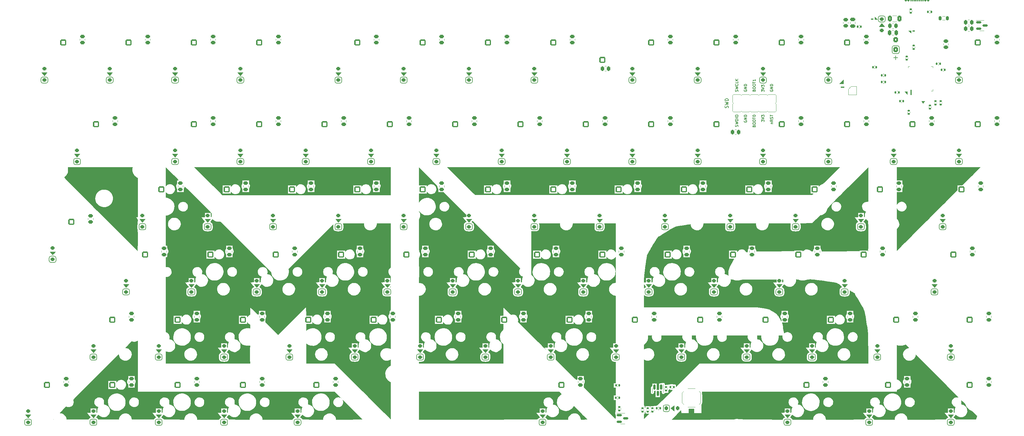
<source format=gbr>
G04 #@! TF.GenerationSoftware,KiCad,Pcbnew,(6.0.2)*
G04 #@! TF.CreationDate,2022-03-04T19:39:09-03:00*
G04 #@! TF.ProjectId,BareDevRev2,42617265-4465-4765-9265-76322e6b6963,V1.1.0*
G04 #@! TF.SameCoordinates,Original*
G04 #@! TF.FileFunction,Legend,Top*
G04 #@! TF.FilePolarity,Positive*
%FSLAX46Y46*%
G04 Gerber Fmt 4.6, Leading zero omitted, Abs format (unit mm)*
G04 Created by KiCad (PCBNEW (6.0.2)) date 2022-03-04 19:39:09*
%MOMM*%
%LPD*%
G01*
G04 APERTURE LIST*
G04 Aperture macros list*
%AMRoundRect*
0 Rectangle with rounded corners*
0 $1 Rounding radius*
0 $2 $3 $4 $5 $6 $7 $8 $9 X,Y pos of 4 corners*
0 Add a 4 corners polygon primitive as box body*
4,1,4,$2,$3,$4,$5,$6,$7,$8,$9,$2,$3,0*
0 Add four circle primitives for the rounded corners*
1,1,$1+$1,$2,$3*
1,1,$1+$1,$4,$5*
1,1,$1+$1,$6,$7*
1,1,$1+$1,$8,$9*
0 Add four rect primitives between the rounded corners*
20,1,$1+$1,$2,$3,$4,$5,0*
20,1,$1+$1,$4,$5,$6,$7,0*
20,1,$1+$1,$6,$7,$8,$9,0*
20,1,$1+$1,$8,$9,$2,$3,0*%
G04 Aperture macros list end*
%ADD10C,0.160000*%
%ADD11C,0.200000*%
%ADD12C,0.150000*%
%ADD13C,0.100000*%
%ADD14C,0.120000*%
%ADD15RoundRect,0.250000X0.350000X-0.250000X0.350000X0.250000X-0.350000X0.250000X-0.350000X-0.250000X0*%
%ADD16C,1.701800*%
%ADD17C,3.987800*%
%ADD18C,2.540000*%
%ADD19RoundRect,0.200000X-0.537500X0.000000X0.537500X0.000000X0.537500X0.000000X-0.537500X0.000000X0*%
%ADD20R,1.475000X0.400000*%
%ADD21C,1.778000*%
%ADD22RoundRect,0.177800X0.711200X0.711200X-0.711200X0.711200X-0.711200X-0.711200X0.711200X-0.711200X0*%
%ADD23RoundRect,0.250000X-0.450000X0.262500X-0.450000X-0.262500X0.450000X-0.262500X0.450000X0.262500X0*%
%ADD24RoundRect,0.135000X0.185000X-0.135000X0.185000X0.135000X-0.185000X0.135000X-0.185000X-0.135000X0*%
%ADD25RoundRect,0.140000X-0.170000X0.140000X-0.170000X-0.140000X0.170000X-0.140000X0.170000X0.140000X0*%
%ADD26C,3.048000*%
%ADD27RoundRect,0.250000X-0.262500X-0.450000X0.262500X-0.450000X0.262500X0.450000X-0.262500X0.450000X0*%
%ADD28RoundRect,0.140000X0.140000X0.170000X-0.140000X0.170000X-0.140000X-0.170000X0.140000X-0.170000X0*%
%ADD29RoundRect,0.150000X-0.150000X0.587500X-0.150000X-0.587500X0.150000X-0.587500X0.150000X0.587500X0*%
%ADD30RoundRect,0.150000X0.000000X-0.750000X0.000000X0.750000X0.000000X0.750000X0.000000X-0.750000X0*%
%ADD31R,0.300000X1.800000*%
%ADD32R,1.800000X0.300000*%
%ADD33C,0.600000*%
%ADD34R,5.200000X5.200000*%
%ADD35R,1.100000X1.800000*%
%ADD36RoundRect,0.250000X-0.250000X-0.350000X0.250000X-0.350000X0.250000X0.350000X-0.250000X0.350000X0*%
%ADD37RoundRect,0.135000X-0.135000X-0.185000X0.135000X-0.185000X0.135000X0.185000X-0.135000X0.185000X0*%
%ADD38RoundRect,0.135000X-0.185000X0.135000X-0.185000X-0.135000X0.185000X-0.135000X0.185000X0.135000X0*%
%ADD39RoundRect,0.250000X0.262500X0.450000X-0.262500X0.450000X-0.262500X-0.450000X0.262500X-0.450000X0*%
%ADD40RoundRect,0.250000X0.475000X-0.250000X0.475000X0.250000X-0.475000X0.250000X-0.475000X-0.250000X0*%
%ADD41R,1.524000X1.524000*%
%ADD42O,1.524000X1.524000*%
%ADD43RoundRect,0.325000X0.000000X-0.205000X0.000000X0.205000X0.000000X0.205000X0.000000X-0.205000X0*%
%ADD44R,0.650000X1.060000*%
%ADD45RoundRect,0.135000X0.135000X0.185000X-0.135000X0.185000X-0.135000X-0.185000X0.135000X-0.185000X0*%
%ADD46RoundRect,0.150000X-0.587500X-0.150000X0.587500X-0.150000X0.587500X0.150000X-0.587500X0.150000X0*%
%ADD47RoundRect,0.250000X0.425000X-0.537500X0.425000X0.537500X-0.425000X0.537500X-0.425000X-0.537500X0*%
%ADD48RoundRect,0.325000X0.000000X0.205000X0.000000X-0.205000X0.000000X-0.205000X0.000000X0.205000X0*%
%ADD49RoundRect,0.250000X0.450000X-0.262500X0.450000X0.262500X-0.450000X0.262500X-0.450000X-0.262500X0*%
%ADD50RoundRect,0.218750X0.218750X0.381250X-0.218750X0.381250X-0.218750X-0.381250X0.218750X-0.381250X0*%
%ADD51C,0.650000*%
%ADD52RoundRect,0.150000X0.150000X0.575000X-0.150000X0.575000X-0.150000X-0.575000X0.150000X-0.575000X0*%
%ADD53RoundRect,0.075000X0.075000X0.650000X-0.075000X0.650000X-0.075000X-0.650000X0.075000X-0.650000X0*%
%ADD54O,1.100000X2.200000*%
%ADD55O,1.300000X1.900000*%
%ADD56R,1.400000X1.200000*%
%ADD57RoundRect,0.250000X-0.250000X-0.475000X0.250000X-0.475000X0.250000X0.475000X-0.250000X0.475000X0*%
%ADD58RoundRect,0.250000X-0.350000X0.250000X-0.350000X-0.250000X0.350000X-0.250000X0.350000X0.250000X0*%
%ADD59RoundRect,0.250000X-0.375000X-0.625000X0.375000X-0.625000X0.375000X0.625000X-0.375000X0.625000X0*%
%ADD60RoundRect,0.140000X-0.140000X-0.170000X0.140000X-0.170000X0.140000X0.170000X-0.140000X0.170000X0*%
G04 APERTURE END LIST*
D10*
X248905840Y-68125900D02*
X249439173Y-68125900D01*
X248982030Y-68125900D02*
X248943935Y-68087805D01*
X248905840Y-68011615D01*
X248905840Y-67897329D01*
X248943935Y-67821139D01*
X249020126Y-67783043D01*
X249439173Y-67783043D01*
X249439173Y-66944948D02*
X249058221Y-67211615D01*
X249439173Y-67402091D02*
X248639173Y-67402091D01*
X248639173Y-67097329D01*
X248677269Y-67021139D01*
X248715364Y-66983043D01*
X248791554Y-66944948D01*
X248905840Y-66944948D01*
X248982030Y-66983043D01*
X249020126Y-67021139D01*
X249058221Y-67097329D01*
X249058221Y-67402091D01*
X249401078Y-66640186D02*
X249439173Y-66525900D01*
X249439173Y-66335424D01*
X249401078Y-66259234D01*
X249362983Y-66221139D01*
X249286792Y-66183043D01*
X249210602Y-66183043D01*
X249134411Y-66221139D01*
X249096316Y-66259234D01*
X249058221Y-66335424D01*
X249020126Y-66487805D01*
X248982030Y-66563996D01*
X248943935Y-66602091D01*
X248867745Y-66640186D01*
X248791554Y-66640186D01*
X248715364Y-66602091D01*
X248677269Y-66563996D01*
X248639173Y-66487805D01*
X248639173Y-66297329D01*
X248677269Y-66183043D01*
X248639173Y-65954472D02*
X248639173Y-65497329D01*
X249439173Y-65725900D02*
X248639173Y-65725900D01*
X246099174Y-58748853D02*
X246099174Y-58253615D01*
X246403936Y-58520281D01*
X246403936Y-58405996D01*
X246442031Y-58329805D01*
X246480127Y-58291710D01*
X246556317Y-58253615D01*
X246746793Y-58253615D01*
X246822984Y-58291710D01*
X246861079Y-58329805D01*
X246899174Y-58405996D01*
X246899174Y-58634567D01*
X246861079Y-58710758D01*
X246822984Y-58748853D01*
X246099174Y-58025043D02*
X246899174Y-57758377D01*
X246099174Y-57491710D01*
X246099174Y-57301234D02*
X246099174Y-56805996D01*
X246403936Y-57072662D01*
X246403936Y-56958377D01*
X246442031Y-56882186D01*
X246480127Y-56844091D01*
X246556317Y-56805996D01*
X246746793Y-56805996D01*
X246822984Y-56844091D01*
X246861079Y-56882186D01*
X246899174Y-56958377D01*
X246899174Y-57186948D01*
X246861079Y-57263139D01*
X246822984Y-57301234D01*
D11*
X236402031Y-63499281D02*
X236449650Y-63356424D01*
X236449650Y-63118329D01*
X236402031Y-63023091D01*
X236354412Y-62975472D01*
X236259174Y-62927853D01*
X236163936Y-62927853D01*
X236068698Y-62975472D01*
X236021079Y-63023091D01*
X235973460Y-63118329D01*
X235925841Y-63308805D01*
X235878222Y-63404043D01*
X235830603Y-63451662D01*
X235735365Y-63499281D01*
X235640127Y-63499281D01*
X235544889Y-63451662D01*
X235497270Y-63404043D01*
X235449650Y-63308805D01*
X235449650Y-63070710D01*
X235497270Y-62927853D01*
X235449650Y-62594519D02*
X236449650Y-62356424D01*
X235735365Y-62165948D01*
X236449650Y-61975472D01*
X235449650Y-61737377D01*
X236449650Y-61356424D02*
X235449650Y-61356424D01*
X235449650Y-61118329D01*
X235497270Y-60975472D01*
X235592508Y-60880234D01*
X235687746Y-60832615D01*
X235878222Y-60784996D01*
X236021079Y-60784996D01*
X236211555Y-60832615D01*
X236306793Y-60880234D01*
X236402031Y-60975472D01*
X236449650Y-61118329D01*
X236449650Y-61356424D01*
D10*
X241057270Y-58253615D02*
X241019174Y-58329805D01*
X241019174Y-58444091D01*
X241057270Y-58558377D01*
X241133460Y-58634567D01*
X241209650Y-58672662D01*
X241362031Y-58710758D01*
X241476317Y-58710758D01*
X241628698Y-58672662D01*
X241704889Y-58634567D01*
X241781079Y-58558377D01*
X241819174Y-58444091D01*
X241819174Y-58367900D01*
X241781079Y-58253615D01*
X241742984Y-58215519D01*
X241476317Y-58215519D01*
X241476317Y-58367900D01*
X241819174Y-57872662D02*
X241019174Y-57872662D01*
X241819174Y-57415519D01*
X241019174Y-57415519D01*
X241819174Y-57034567D02*
X241019174Y-57034567D01*
X241019174Y-56844091D01*
X241057270Y-56729805D01*
X241133460Y-56653615D01*
X241209650Y-56615519D01*
X241362031Y-56577424D01*
X241476317Y-56577424D01*
X241628698Y-56615519D01*
X241704889Y-56653615D01*
X241781079Y-56729805D01*
X241819174Y-56844091D01*
X241819174Y-57034567D01*
X241057270Y-67249710D02*
X241019174Y-67325900D01*
X241019174Y-67440186D01*
X241057270Y-67554472D01*
X241133460Y-67630662D01*
X241209650Y-67668758D01*
X241362031Y-67706853D01*
X241476317Y-67706853D01*
X241628698Y-67668758D01*
X241704889Y-67630662D01*
X241781079Y-67554472D01*
X241819174Y-67440186D01*
X241819174Y-67363996D01*
X241781079Y-67249710D01*
X241742984Y-67211615D01*
X241476317Y-67211615D01*
X241476317Y-67363996D01*
X241819174Y-66868758D02*
X241019174Y-66868758D01*
X241819174Y-66411615D01*
X241019174Y-66411615D01*
X241819174Y-66030662D02*
X241019174Y-66030662D01*
X241019174Y-65840186D01*
X241057270Y-65725900D01*
X241133460Y-65649710D01*
X241209650Y-65611615D01*
X241362031Y-65573519D01*
X241476317Y-65573519D01*
X241628698Y-65611615D01*
X241704889Y-65649710D01*
X241781079Y-65725900D01*
X241819174Y-65840186D01*
X241819174Y-66030662D01*
X239241080Y-68963996D02*
X239279175Y-68849710D01*
X239279175Y-68659234D01*
X239241080Y-68583043D01*
X239202985Y-68544948D01*
X239126794Y-68506853D01*
X239050604Y-68506853D01*
X238974413Y-68544948D01*
X238936318Y-68583043D01*
X238898223Y-68659234D01*
X238860128Y-68811615D01*
X238822032Y-68887805D01*
X238783937Y-68925900D01*
X238707747Y-68963996D01*
X238631556Y-68963996D01*
X238555366Y-68925900D01*
X238517271Y-68887805D01*
X238479175Y-68811615D01*
X238479175Y-68621139D01*
X238517271Y-68506853D01*
X238479175Y-68240186D02*
X239279175Y-68049710D01*
X238707747Y-67897329D01*
X239279175Y-67744948D01*
X238479175Y-67554472D01*
X239279175Y-67249710D02*
X238479175Y-67249710D01*
X238479175Y-67059234D01*
X238517271Y-66944948D01*
X238593461Y-66868758D01*
X238669651Y-66830662D01*
X238822032Y-66792567D01*
X238936318Y-66792567D01*
X239088699Y-66830662D01*
X239164890Y-66868758D01*
X239241080Y-66944948D01*
X239279175Y-67059234D01*
X239279175Y-67249710D01*
X239279175Y-66449710D02*
X238479175Y-66449710D01*
X238479175Y-65916377D02*
X238479175Y-65763996D01*
X238517271Y-65687805D01*
X238593461Y-65611615D01*
X238745842Y-65573519D01*
X239012509Y-65573519D01*
X239164890Y-65611615D01*
X239241080Y-65687805D01*
X239279175Y-65763996D01*
X239279175Y-65916377D01*
X239241080Y-65992567D01*
X239164890Y-66068758D01*
X239012509Y-66106853D01*
X238745842Y-66106853D01*
X238593461Y-66068758D01*
X238517271Y-65992567D01*
X238479175Y-65916377D01*
X248677269Y-58253615D02*
X248639173Y-58329805D01*
X248639173Y-58444091D01*
X248677269Y-58558377D01*
X248753459Y-58634567D01*
X248829649Y-58672662D01*
X248982030Y-58710758D01*
X249096316Y-58710758D01*
X249248697Y-58672662D01*
X249324888Y-58634567D01*
X249401078Y-58558377D01*
X249439173Y-58444091D01*
X249439173Y-58367900D01*
X249401078Y-58253615D01*
X249362983Y-58215519D01*
X249096316Y-58215519D01*
X249096316Y-58367900D01*
X249439173Y-57872662D02*
X248639173Y-57872662D01*
X249439173Y-57415519D01*
X248639173Y-57415519D01*
X249439173Y-57034567D02*
X248639173Y-57034567D01*
X248639173Y-56844091D01*
X248677269Y-56729805D01*
X248753459Y-56653615D01*
X248829649Y-56615519D01*
X248982030Y-56577424D01*
X249096316Y-56577424D01*
X249248697Y-56615519D01*
X249324888Y-56653615D01*
X249401078Y-56729805D01*
X249439173Y-56844091D01*
X249439173Y-57034567D01*
X243940127Y-68811615D02*
X243978222Y-68697329D01*
X244016317Y-68659234D01*
X244092508Y-68621139D01*
X244206793Y-68621139D01*
X244282984Y-68659234D01*
X244321079Y-68697329D01*
X244359174Y-68773519D01*
X244359174Y-69078281D01*
X243559174Y-69078281D01*
X243559174Y-68811615D01*
X243597270Y-68735424D01*
X243635365Y-68697329D01*
X243711555Y-68659234D01*
X243787746Y-68659234D01*
X243863936Y-68697329D01*
X243902031Y-68735424D01*
X243940127Y-68811615D01*
X243940127Y-69078281D01*
X243559174Y-68125900D02*
X243559174Y-67973519D01*
X243597270Y-67897329D01*
X243673460Y-67821139D01*
X243825841Y-67783043D01*
X244092508Y-67783043D01*
X244244889Y-67821139D01*
X244321079Y-67897329D01*
X244359174Y-67973519D01*
X244359174Y-68125900D01*
X244321079Y-68202091D01*
X244244889Y-68278281D01*
X244092508Y-68316377D01*
X243825841Y-68316377D01*
X243673460Y-68278281D01*
X243597270Y-68202091D01*
X243559174Y-68125900D01*
X243559174Y-67287805D02*
X243559174Y-67135424D01*
X243597270Y-67059234D01*
X243673460Y-66983043D01*
X243825841Y-66944948D01*
X244092508Y-66944948D01*
X244244889Y-66983043D01*
X244321079Y-67059234D01*
X244359174Y-67135424D01*
X244359174Y-67287805D01*
X244321079Y-67363996D01*
X244244889Y-67440186D01*
X244092508Y-67478281D01*
X243825841Y-67478281D01*
X243673460Y-67440186D01*
X243597270Y-67363996D01*
X243559174Y-67287805D01*
X243559174Y-66716377D02*
X243559174Y-66259234D01*
X244359174Y-66487805D02*
X243559174Y-66487805D01*
X243559174Y-65840186D02*
X243559174Y-65763996D01*
X243597270Y-65687805D01*
X243635365Y-65649710D01*
X243711555Y-65611615D01*
X243863936Y-65573519D01*
X244054412Y-65573519D01*
X244206793Y-65611615D01*
X244282984Y-65649710D01*
X244321079Y-65687805D01*
X244359174Y-65763996D01*
X244359174Y-65840186D01*
X244321079Y-65916377D01*
X244282984Y-65954472D01*
X244206793Y-65992567D01*
X244054412Y-66030662D01*
X243863936Y-66030662D01*
X243711555Y-65992567D01*
X243635365Y-65954472D01*
X243597270Y-65916377D01*
X243559174Y-65840186D01*
X246099174Y-67516377D02*
X246099174Y-67021139D01*
X246403936Y-67287805D01*
X246403936Y-67173519D01*
X246442031Y-67097329D01*
X246480127Y-67059234D01*
X246556317Y-67021139D01*
X246746793Y-67021139D01*
X246822984Y-67059234D01*
X246861079Y-67097329D01*
X246899174Y-67173519D01*
X246899174Y-67402091D01*
X246861079Y-67478281D01*
X246822984Y-67516377D01*
X246099174Y-66792567D02*
X246899174Y-66525900D01*
X246099174Y-66259234D01*
X246099174Y-66068758D02*
X246099174Y-65573519D01*
X246403936Y-65840186D01*
X246403936Y-65725900D01*
X246442031Y-65649710D01*
X246480127Y-65611615D01*
X246556317Y-65573519D01*
X246746793Y-65573519D01*
X246822984Y-65611615D01*
X246861079Y-65649710D01*
X246899174Y-65725900D01*
X246899174Y-65954472D01*
X246861079Y-66030662D01*
X246822984Y-66068758D01*
X243940127Y-58405996D02*
X243978222Y-58291710D01*
X244016317Y-58253615D01*
X244092508Y-58215519D01*
X244206793Y-58215519D01*
X244282984Y-58253615D01*
X244321079Y-58291710D01*
X244359174Y-58367900D01*
X244359174Y-58672662D01*
X243559174Y-58672662D01*
X243559174Y-58405996D01*
X243597270Y-58329805D01*
X243635365Y-58291710D01*
X243711555Y-58253615D01*
X243787746Y-58253615D01*
X243863936Y-58291710D01*
X243902031Y-58329805D01*
X243940127Y-58405996D01*
X243940127Y-58672662D01*
X243559174Y-57720281D02*
X243559174Y-57567900D01*
X243597270Y-57491710D01*
X243673460Y-57415519D01*
X243825841Y-57377424D01*
X244092508Y-57377424D01*
X244244889Y-57415519D01*
X244321079Y-57491710D01*
X244359174Y-57567900D01*
X244359174Y-57720281D01*
X244321079Y-57796472D01*
X244244889Y-57872662D01*
X244092508Y-57910758D01*
X243825841Y-57910758D01*
X243673460Y-57872662D01*
X243597270Y-57796472D01*
X243559174Y-57720281D01*
X243559174Y-56882186D02*
X243559174Y-56729805D01*
X243597270Y-56653615D01*
X243673460Y-56577424D01*
X243825841Y-56539329D01*
X244092508Y-56539329D01*
X244244889Y-56577424D01*
X244321079Y-56653615D01*
X244359174Y-56729805D01*
X244359174Y-56882186D01*
X244321079Y-56958377D01*
X244244889Y-57034567D01*
X244092508Y-57072662D01*
X243825841Y-57072662D01*
X243673460Y-57034567D01*
X243597270Y-56958377D01*
X243559174Y-56882186D01*
X243559174Y-56310758D02*
X243559174Y-55853615D01*
X244359174Y-56082186D02*
X243559174Y-56082186D01*
X244359174Y-55167900D02*
X244359174Y-55625043D01*
X244359174Y-55396472D02*
X243559174Y-55396472D01*
X243673460Y-55472662D01*
X243749650Y-55548853D01*
X243787746Y-55625043D01*
X239241080Y-58710758D02*
X239279175Y-58596472D01*
X239279175Y-58405996D01*
X239241080Y-58329805D01*
X239202985Y-58291710D01*
X239126794Y-58253615D01*
X239050604Y-58253615D01*
X238974413Y-58291710D01*
X238936318Y-58329805D01*
X238898223Y-58405996D01*
X238860128Y-58558377D01*
X238822032Y-58634567D01*
X238783937Y-58672662D01*
X238707747Y-58710758D01*
X238631556Y-58710758D01*
X238555366Y-58672662D01*
X238517271Y-58634567D01*
X238479175Y-58558377D01*
X238479175Y-58367900D01*
X238517271Y-58253615D01*
X238479175Y-57986948D02*
X239279175Y-57796472D01*
X238707747Y-57644091D01*
X239279175Y-57491710D01*
X238479175Y-57301234D01*
X239202985Y-56539329D02*
X239241080Y-56577424D01*
X239279175Y-56691710D01*
X239279175Y-56767900D01*
X239241080Y-56882186D01*
X239164890Y-56958377D01*
X239088699Y-56996472D01*
X238936318Y-57034567D01*
X238822032Y-57034567D01*
X238669651Y-56996472D01*
X238593461Y-56958377D01*
X238517271Y-56882186D01*
X238479175Y-56767900D01*
X238479175Y-56691710D01*
X238517271Y-56577424D01*
X238555366Y-56539329D01*
X239279175Y-55815519D02*
X239279175Y-56196472D01*
X238479175Y-56196472D01*
X239279175Y-55548853D02*
X238479175Y-55548853D01*
X239279175Y-55091710D02*
X238822032Y-55434567D01*
X238479175Y-55091710D02*
X238936318Y-55548853D01*
D12*
X164576012Y-136727500D02*
X164576012Y-135927500D01*
X166576012Y-135927500D02*
X166576012Y-136727500D01*
X165076012Y-135427500D02*
X166076012Y-135427500D01*
X165076012Y-137227500D02*
X166076012Y-137227500D01*
X165076012Y-135427500D02*
G75*
G03*
X164576012Y-135927500I1J-500001D01*
G01*
X166076012Y-137227500D02*
G75*
G03*
X166576012Y-136727500I-1J500001D01*
G01*
X166576012Y-135927500D02*
G75*
G03*
X166076012Y-135427500I-500001J-1D01*
G01*
X164576012Y-136727500D02*
G75*
G03*
X165076012Y-137227500I500001J1D01*
G01*
D13*
X165576012Y-135077500D02*
X164776012Y-134077500D01*
X164776012Y-134077500D02*
X166376012Y-134077500D01*
X166376012Y-134077500D02*
X165576012Y-135077500D01*
G36*
X165576012Y-135077500D02*
G01*
X164776012Y-134077500D01*
X166376012Y-134077500D01*
X165576012Y-135077500D01*
G37*
X165576012Y-135077500D02*
X164776012Y-134077500D01*
X166376012Y-134077500D01*
X165576012Y-135077500D01*
D14*
X271394447Y-59631502D02*
X271394447Y-58031502D01*
X273794447Y-57231502D02*
X273794447Y-59631502D01*
X271394447Y-58031502D02*
X272194447Y-57231502D01*
X273794447Y-59631502D02*
X271394447Y-59631502D01*
X272194447Y-57231502D02*
X273794447Y-57231502D01*
X269994447Y-56431502D02*
X268794447Y-56431502D01*
X268794447Y-56431502D02*
X269994447Y-55231502D01*
X269994447Y-55231502D02*
X269994447Y-56431502D01*
G36*
X269994447Y-56431502D02*
G01*
X268794447Y-56431502D01*
X269994447Y-55231502D01*
X269994447Y-56431502D01*
G37*
X269994447Y-56431502D02*
X268794447Y-56431502D01*
X269994447Y-55231502D01*
X269994447Y-56431502D01*
D12*
X176101012Y-116877500D02*
X176101012Y-117677500D01*
X174101012Y-117677500D02*
X174101012Y-116877500D01*
X174601012Y-116377500D02*
X175601012Y-116377500D01*
X174601012Y-118177500D02*
X175601012Y-118177500D01*
X174601012Y-116377500D02*
G75*
G03*
X174101012Y-116877500I1J-500001D01*
G01*
X176101012Y-116877500D02*
G75*
G03*
X175601012Y-116377500I-500001J-1D01*
G01*
X174101012Y-117677500D02*
G75*
G03*
X174601012Y-118177500I500001J1D01*
G01*
X175601012Y-118177500D02*
G75*
G03*
X176101012Y-117677500I-1J500001D01*
G01*
D13*
X175101012Y-116027500D02*
X174301012Y-115027500D01*
X174301012Y-115027500D02*
X175901012Y-115027500D01*
X175901012Y-115027500D02*
X175101012Y-116027500D01*
G36*
X175101012Y-116027500D02*
G01*
X174301012Y-115027500D01*
X175901012Y-115027500D01*
X175101012Y-116027500D01*
G37*
X175101012Y-116027500D02*
X174301012Y-115027500D01*
X175901012Y-115027500D01*
X175101012Y-116027500D01*
D12*
X255063512Y-98627500D02*
X255063512Y-97827500D01*
X255563512Y-97327500D02*
X256563512Y-97327500D01*
X255563512Y-99127500D02*
X256563512Y-99127500D01*
X257063512Y-97827500D02*
X257063512Y-98627500D01*
X256563512Y-99127500D02*
G75*
G03*
X257063512Y-98627500I-1J500001D01*
G01*
X255563512Y-97327500D02*
G75*
G03*
X255063512Y-97827500I1J-500001D01*
G01*
X257063512Y-97827500D02*
G75*
G03*
X256563512Y-97327500I-500001J-1D01*
G01*
X255063512Y-98627500D02*
G75*
G03*
X255563512Y-99127500I500001J1D01*
G01*
D13*
X256063512Y-96977500D02*
X255263512Y-95977500D01*
X255263512Y-95977500D02*
X256863512Y-95977500D01*
X256863512Y-95977500D02*
X256063512Y-96977500D01*
G36*
X256063512Y-96977500D02*
G01*
X255263512Y-95977500D01*
X256863512Y-95977500D01*
X256063512Y-96977500D01*
G37*
X256063512Y-96977500D02*
X255263512Y-95977500D01*
X256863512Y-95977500D01*
X256063512Y-96977500D01*
D14*
X186916012Y-105218436D02*
X186916012Y-105672564D01*
X185446012Y-105218436D02*
X185446012Y-105672564D01*
X211781862Y-151926849D02*
X211781862Y-151619567D01*
X211021862Y-151926849D02*
X211021862Y-151619567D01*
X120241012Y-124268436D02*
X120241012Y-124722564D01*
X118771012Y-124268436D02*
X118771012Y-124722564D01*
X152108512Y-43305936D02*
X152108512Y-43760064D01*
X153578512Y-43305936D02*
X153578512Y-43760064D01*
X289408512Y-64678280D02*
X289408512Y-64893952D01*
X288688512Y-64678280D02*
X288688512Y-64893952D01*
X99721012Y-124268436D02*
X99721012Y-124722564D01*
X101191012Y-124268436D02*
X101191012Y-124722564D01*
D12*
X253182262Y-156277500D02*
X254182262Y-156277500D01*
X254682262Y-154977500D02*
X254682262Y-155777500D01*
X253182262Y-154477500D02*
X254182262Y-154477500D01*
X252682262Y-155777500D02*
X252682262Y-154977500D01*
X253182262Y-154477500D02*
G75*
G03*
X252682262Y-154977500I1J-500001D01*
G01*
X254182262Y-156277500D02*
G75*
G03*
X254682262Y-155777500I-1J500001D01*
G01*
X254682262Y-154977500D02*
G75*
G03*
X254182262Y-154477500I-500001J-1D01*
G01*
X252682262Y-155777500D02*
G75*
G03*
X253182262Y-156277500I500001J1D01*
G01*
D13*
X253682262Y-154127500D02*
X252882262Y-153127500D01*
X252882262Y-153127500D02*
X254482262Y-153127500D01*
X254482262Y-153127500D02*
X253682262Y-154127500D01*
G36*
X253682262Y-154127500D02*
G01*
X252882262Y-153127500D01*
X254482262Y-153127500D01*
X253682262Y-154127500D01*
G37*
X253682262Y-154127500D02*
X252882262Y-153127500D01*
X254482262Y-153127500D01*
X253682262Y-154127500D01*
D14*
X172628512Y-43305936D02*
X172628512Y-43760064D01*
X171158512Y-43305936D02*
X171158512Y-43760064D01*
X105953512Y-43305936D02*
X105953512Y-43760064D01*
X104483512Y-43305936D02*
X104483512Y-43760064D01*
D12*
X303188512Y-80077500D02*
X304188512Y-80077500D01*
X304688512Y-78777500D02*
X304688512Y-79577500D01*
X302688512Y-79577500D02*
X302688512Y-78777500D01*
X303188512Y-78277500D02*
X304188512Y-78277500D01*
X304188512Y-80077500D02*
G75*
G03*
X304688512Y-79577500I-1J500001D01*
G01*
X303188512Y-78277500D02*
G75*
G03*
X302688512Y-78777500I1J-500001D01*
G01*
X304688512Y-78777500D02*
G75*
G03*
X304188512Y-78277500I-500001J-1D01*
G01*
X302688512Y-79577500D02*
G75*
G03*
X303188512Y-80077500I500001J1D01*
G01*
D13*
X303688512Y-77927500D02*
X302888512Y-76927500D01*
X302888512Y-76927500D02*
X304488512Y-76927500D01*
X304488512Y-76927500D02*
X303688512Y-77927500D01*
G36*
X303688512Y-77927500D02*
G01*
X302888512Y-76927500D01*
X304488512Y-76927500D01*
X303688512Y-77927500D01*
G37*
X303688512Y-77927500D02*
X302888512Y-76927500D01*
X304488512Y-76927500D01*
X303688512Y-77927500D01*
D12*
X264588512Y-79577500D02*
X264588512Y-78777500D01*
X265088512Y-78277500D02*
X266088512Y-78277500D01*
X265088512Y-80077500D02*
X266088512Y-80077500D01*
X266588512Y-78777500D02*
X266588512Y-79577500D01*
X265088512Y-78277500D02*
G75*
G03*
X264588512Y-78777500I1J-500001D01*
G01*
X266588512Y-78777500D02*
G75*
G03*
X266088512Y-78277500I-500001J-1D01*
G01*
X266088512Y-80077500D02*
G75*
G03*
X266588512Y-79577500I-1J500001D01*
G01*
X264588512Y-79577500D02*
G75*
G03*
X265088512Y-80077500I500001J1D01*
G01*
D13*
X265588512Y-77927500D02*
X264788512Y-76927500D01*
X264788512Y-76927500D02*
X266388512Y-76927500D01*
X266388512Y-76927500D02*
X265588512Y-77927500D01*
G36*
X265588512Y-77927500D02*
G01*
X264788512Y-76927500D01*
X266388512Y-76927500D01*
X265588512Y-77927500D01*
G37*
X265588512Y-77927500D02*
X264788512Y-76927500D01*
X266388512Y-76927500D01*
X265588512Y-77927500D01*
D14*
X200376448Y-52727200D02*
X200830576Y-52727200D01*
X200376448Y-51257200D02*
X200830576Y-51257200D01*
X272641012Y-124268436D02*
X272641012Y-124722564D01*
X271171012Y-124268436D02*
X271171012Y-124722564D01*
X299206376Y-52026117D02*
X298990704Y-52026117D01*
X299206376Y-52746117D02*
X298990704Y-52746117D01*
D12*
X31726012Y-156277500D02*
X32726012Y-156277500D01*
X31726012Y-154477500D02*
X32726012Y-154477500D01*
X31226012Y-155777500D02*
X31226012Y-154977500D01*
X33226012Y-154977500D02*
X33226012Y-155777500D01*
X33226012Y-154977500D02*
G75*
G03*
X32726012Y-154477500I-500001J-1D01*
G01*
X31226012Y-155777500D02*
G75*
G03*
X31726012Y-156277500I500001J1D01*
G01*
X32726012Y-156277500D02*
G75*
G03*
X33226012Y-155777500I-1J500001D01*
G01*
X31726012Y-154477500D02*
G75*
G03*
X31226012Y-154977500I1J-500001D01*
G01*
D13*
X32226012Y-154127500D02*
X31426012Y-153127500D01*
X31426012Y-153127500D02*
X33026012Y-153127500D01*
X33026012Y-153127500D02*
X32226012Y-154127500D01*
G36*
X32226012Y-154127500D02*
G01*
X31426012Y-153127500D01*
X33026012Y-153127500D01*
X32226012Y-154127500D01*
G37*
X32226012Y-154127500D02*
X31426012Y-153127500D01*
X33026012Y-153127500D01*
X32226012Y-154127500D01*
D14*
X279206376Y-51226117D02*
X278990704Y-51226117D01*
X279206376Y-51946117D02*
X278990704Y-51946117D01*
X85433512Y-67118436D02*
X85433512Y-67572564D01*
X86903512Y-67118436D02*
X86903512Y-67572564D01*
X217869376Y-145756849D02*
X217869376Y-145449567D01*
X218629376Y-145756849D02*
X218629376Y-145449567D01*
G36*
X280567330Y-149092109D02*
G01*
X280367448Y-148692259D01*
X280064800Y-148369095D01*
X279868064Y-148243641D01*
X279494226Y-148124295D01*
X279075755Y-148100739D01*
X278677971Y-148170025D01*
X278390259Y-148310354D01*
X278088297Y-148578944D01*
X277909939Y-148864779D01*
X277829308Y-149222042D01*
X277817039Y-149510574D01*
X277860147Y-149981974D01*
X278002602Y-150337462D01*
X278264097Y-150610558D01*
X278569221Y-150790779D01*
X278939221Y-150969894D01*
X278780297Y-151281615D01*
X278658800Y-151661033D01*
X278621372Y-152083434D01*
X278610975Y-152372478D01*
X278574266Y-152525096D01*
X278502968Y-152573233D01*
X278494372Y-152573532D01*
X278427383Y-152540269D01*
X278388061Y-152420063D01*
X278370282Y-152182294D01*
X278367372Y-151938532D01*
X278367372Y-151303532D01*
X276674039Y-151303532D01*
X276674039Y-152573532D01*
X276208372Y-152573532D01*
X275953291Y-152580706D01*
X275784150Y-152599212D01*
X275742706Y-152617148D01*
X275792048Y-152697861D01*
X275924788Y-152879559D01*
X276118000Y-153131438D01*
X276255032Y-153305472D01*
X276767359Y-153950181D01*
X276514436Y-154103993D01*
X276311547Y-154260795D01*
X276171045Y-154426957D01*
X276168464Y-154431668D01*
X276147385Y-154466203D01*
X276115705Y-154495832D01*
X276061176Y-154520931D01*
X275971546Y-154541877D01*
X275834567Y-154559045D01*
X275637989Y-154572810D01*
X275369562Y-154583549D01*
X275017037Y-154591636D01*
X274568163Y-154597449D01*
X274010691Y-154601362D01*
X273332372Y-154603751D01*
X272520955Y-154604992D01*
X271564192Y-154605460D01*
X270499816Y-154605532D01*
X264924217Y-154605532D01*
X264865203Y-154290958D01*
X264749798Y-153890259D01*
X264548104Y-153545013D01*
X264257954Y-153224288D01*
X263900215Y-152943593D01*
X263515415Y-152791362D01*
X263053551Y-152750820D01*
X262872057Y-152759354D01*
X262362193Y-152872444D01*
X261910641Y-153117929D01*
X261546046Y-153470026D01*
X261297052Y-153902953D01*
X261203980Y-154260811D01*
X261157743Y-154605532D01*
X255163532Y-154605532D01*
X254903348Y-154309199D01*
X254723894Y-154131715D01*
X254571278Y-154025887D01*
X254525378Y-154012866D01*
X254507794Y-153953605D01*
X254594423Y-153788772D01*
X254761107Y-153555977D01*
X255114621Y-153099088D01*
X255372617Y-153357085D01*
X255822922Y-153701273D01*
X256312710Y-153888462D01*
X256818577Y-153918875D01*
X257317119Y-153792736D01*
X257784933Y-153510269D01*
X257979239Y-153332166D01*
X258327886Y-152867835D01*
X258514680Y-152372975D01*
X258539843Y-151866096D01*
X258403600Y-151365706D01*
X258106174Y-150890315D01*
X257947649Y-150716792D01*
X257583275Y-150427799D01*
X257198240Y-150249387D01*
X256911496Y-150202866D01*
X256772667Y-150189365D01*
X256741643Y-150115841D01*
X256792128Y-149942930D01*
X256854039Y-149525532D01*
X257928728Y-149525532D01*
X257998967Y-150194646D01*
X258210798Y-150771099D01*
X258565897Y-151257605D01*
X259065936Y-151656879D01*
X259336185Y-151807567D01*
X259918414Y-152012833D01*
X260537769Y-152080356D01*
X261146697Y-152008961D01*
X261569689Y-151862732D01*
X262131460Y-151522560D01*
X262554971Y-151087370D01*
X262843323Y-150552405D01*
X262999618Y-149912908D01*
X263025705Y-149629520D01*
X263036049Y-149370059D01*
X264176152Y-149370059D01*
X264189192Y-149771089D01*
X264271515Y-150135237D01*
X264375380Y-150341776D01*
X264697935Y-150659301D01*
X265108528Y-150865762D01*
X265560028Y-150947386D01*
X266005303Y-150890397D01*
X266115914Y-150850477D01*
X266421422Y-150657214D01*
X266702619Y-150368069D01*
X266910205Y-150041424D01*
X266985514Y-149820681D01*
X267001204Y-149329320D01*
X266871051Y-148890107D01*
X266616068Y-148526324D01*
X266257268Y-148261252D01*
X265815661Y-148118174D01*
X265437418Y-148105363D01*
X264991884Y-148198413D01*
X264634124Y-148411454D01*
X264360270Y-148711472D01*
X264232981Y-148995677D01*
X264176152Y-149370059D01*
X263036049Y-149370059D01*
X263040098Y-149268493D01*
X263027463Y-149010651D01*
X262975596Y-148790494D01*
X262872290Y-148542524D01*
X262792321Y-148377044D01*
X262503518Y-147900004D01*
X262149322Y-147532297D01*
X262105482Y-147496855D01*
X261690779Y-147212590D01*
X261284108Y-147040960D01*
X260822579Y-146961061D01*
X260455415Y-146948430D01*
X259807788Y-147027564D01*
X259229822Y-147250743D01*
X258737867Y-147601292D01*
X258348275Y-148062533D01*
X258077395Y-148617789D01*
X257941578Y-149250383D01*
X257928728Y-149525532D01*
X256854039Y-149525532D01*
X256854279Y-149523911D01*
X256775997Y-149092109D01*
X256576115Y-148692259D01*
X256273467Y-148369095D01*
X256076731Y-148243641D01*
X255702893Y-148124295D01*
X255284422Y-148100739D01*
X254886638Y-148170025D01*
X254598926Y-148310354D01*
X254296963Y-148578944D01*
X254118605Y-148864779D01*
X254037974Y-149222042D01*
X254025706Y-149510574D01*
X254068814Y-149981974D01*
X254211269Y-150337462D01*
X254472764Y-150610558D01*
X254777888Y-150790779D01*
X255147888Y-150969894D01*
X254988963Y-151281615D01*
X254867467Y-151661033D01*
X254830039Y-152083434D01*
X254823404Y-152361046D01*
X254794444Y-152508858D01*
X254729579Y-152566179D01*
X254660706Y-152573532D01*
X254574127Y-152558534D01*
X254523329Y-152490146D01*
X254498951Y-152333278D01*
X254491638Y-152052836D01*
X254491372Y-151938532D01*
X254491372Y-151303532D01*
X252882706Y-151303532D01*
X252882706Y-152565452D01*
X252374893Y-152590659D01*
X251867081Y-152615866D01*
X252948489Y-153968366D01*
X252703989Y-154071171D01*
X252493707Y-154215576D01*
X252360684Y-154390828D01*
X252261880Y-154607680D01*
X246074126Y-154579700D01*
X244839420Y-154573507D01*
X243763385Y-154566693D01*
X242835359Y-154559025D01*
X242044682Y-154550272D01*
X241380690Y-154540204D01*
X240832724Y-154528589D01*
X240390121Y-154515197D01*
X240042219Y-154499796D01*
X239778356Y-154482156D01*
X239587872Y-154462045D01*
X239460104Y-154439232D01*
X239447751Y-154436110D01*
X239173559Y-154375642D01*
X238947076Y-154367056D01*
X238687585Y-154412637D01*
X238496530Y-154463016D01*
X238403498Y-154485795D01*
X238291142Y-154506033D01*
X238149542Y-154523878D01*
X237968774Y-154539478D01*
X237738918Y-154552982D01*
X237450051Y-154564538D01*
X237092251Y-154574293D01*
X236655597Y-154582396D01*
X236130167Y-154588996D01*
X235506038Y-154594240D01*
X234773290Y-154598276D01*
X233921999Y-154601253D01*
X232942246Y-154603319D01*
X231824106Y-154604621D01*
X230557660Y-154605309D01*
X229132984Y-154605530D01*
X228952230Y-154605532D01*
X219920532Y-154605532D01*
X220432038Y-154076366D01*
X220689038Y-153812885D01*
X221025216Y-153471644D01*
X221399533Y-153094136D01*
X221770951Y-152721857D01*
X221821291Y-152671611D01*
X222699039Y-151796023D01*
X222750221Y-152658199D01*
X224858039Y-152658199D01*
X224858039Y-151388199D01*
X226466706Y-151388199D01*
X226466706Y-152658199D01*
X228583372Y-152658199D01*
X228583372Y-151407038D01*
X228587120Y-150886655D01*
X228599975Y-150508853D01*
X228624351Y-150247011D01*
X228662665Y-150074508D01*
X228713784Y-149969688D01*
X228759169Y-149879717D01*
X228791873Y-149743229D01*
X228813207Y-149536948D01*
X228824480Y-149237598D01*
X228827000Y-148821905D01*
X228822076Y-148266591D01*
X228819617Y-148088095D01*
X228795039Y-146392691D01*
X257179539Y-146392778D01*
X285564039Y-146392866D01*
X285564039Y-146149943D01*
X285586018Y-145983238D01*
X285685086Y-145899486D01*
X285868243Y-145857656D01*
X286282407Y-145709859D01*
X286625609Y-145431199D01*
X286871665Y-145054117D01*
X286994392Y-144611054D01*
X287003372Y-144451184D01*
X286925610Y-143955009D01*
X286714270Y-143554828D01*
X287342039Y-143554828D01*
X287384224Y-143868416D01*
X287511372Y-144064532D01*
X287614891Y-144201303D01*
X287666839Y-144403838D01*
X287680706Y-144712654D01*
X287680706Y-145207532D01*
X289543372Y-145207532D01*
X289543372Y-144709899D01*
X289566308Y-144351631D01*
X289636898Y-144143925D01*
X289670372Y-144106866D01*
X289758399Y-143940150D01*
X289795723Y-143623013D01*
X289797372Y-143514199D01*
X289772961Y-143156204D01*
X289698376Y-142951101D01*
X289670372Y-142921532D01*
X289583797Y-142759809D01*
X289545740Y-142451629D01*
X289543372Y-142318499D01*
X289543372Y-141820866D01*
X287680706Y-141820866D01*
X287680706Y-142294344D01*
X287654975Y-142650162D01*
X287568811Y-142898027D01*
X287511372Y-142983096D01*
X287372711Y-143284894D01*
X287342039Y-143554828D01*
X286714270Y-143554828D01*
X286702541Y-143532618D01*
X286349493Y-143204219D01*
X285898890Y-142995053D01*
X285564039Y-142894729D01*
X285564039Y-132827842D01*
X285796872Y-132900520D01*
X285989630Y-132934483D01*
X286294145Y-132959963D01*
X286652891Y-132972571D01*
X286749372Y-132973199D01*
X287166988Y-132961795D01*
X287472611Y-132921340D01*
X287722432Y-132842468D01*
X287828978Y-132793269D01*
X288188917Y-132613339D01*
X288700888Y-133131696D01*
X289212860Y-133650054D01*
X288909698Y-133713042D01*
X288423564Y-133890491D01*
X287996461Y-134191204D01*
X287655671Y-134583466D01*
X287428481Y-135035564D01*
X287342175Y-135515783D01*
X287342039Y-135535187D01*
X287421363Y-136028353D01*
X287640481Y-136482084D01*
X287971106Y-136871532D01*
X288384953Y-137171848D01*
X288853739Y-137358182D01*
X289349177Y-137405686D01*
X289459029Y-137395027D01*
X289935550Y-137256743D01*
X290366566Y-136993784D01*
X290718792Y-136637553D01*
X290958942Y-136219452D01*
X291043431Y-135900253D01*
X291074795Y-135686519D01*
X291097760Y-135565634D01*
X291102099Y-135555532D01*
X291163698Y-135614918D01*
X291340390Y-135790262D01*
X291627973Y-136077347D01*
X292022246Y-136471953D01*
X292519007Y-136969863D01*
X293114055Y-137566856D01*
X293803188Y-138258716D01*
X294582205Y-139041222D01*
X295446904Y-139910157D01*
X296393084Y-140861302D01*
X297416542Y-141890437D01*
X298513079Y-142993346D01*
X299678491Y-144165808D01*
X300166852Y-144657199D01*
X300724351Y-145218584D01*
X301261098Y-145759838D01*
X301761675Y-146265356D01*
X302210661Y-146719534D01*
X302592638Y-147106769D01*
X302892186Y-147411458D01*
X303093885Y-147617995D01*
X303143846Y-147669772D01*
X303596611Y-148142345D01*
X303145507Y-148104936D01*
X302662397Y-148140663D01*
X302244165Y-148316528D01*
X301912038Y-148609061D01*
X301687242Y-148994791D01*
X301591002Y-149450245D01*
X301611949Y-149800704D01*
X301706453Y-150057109D01*
X301886392Y-150334945D01*
X302113858Y-150592322D01*
X302350942Y-150787351D01*
X302559735Y-150878142D01*
X302588869Y-150880199D01*
X302717609Y-150910792D01*
X302710872Y-151024066D01*
X302709142Y-151028366D01*
X302531821Y-151513343D01*
X302442066Y-151892883D01*
X302432124Y-152201507D01*
X302436735Y-152241581D01*
X302454213Y-152457126D01*
X302418118Y-152552718D01*
X302319982Y-152573532D01*
X302237313Y-152556415D01*
X302188791Y-152481872D01*
X302165582Y-152315120D01*
X302158852Y-152021374D01*
X302158706Y-151938532D01*
X302158706Y-151303532D01*
X300465372Y-151303532D01*
X300465372Y-152573532D01*
X299999706Y-152573532D01*
X299744625Y-152580706D01*
X299575483Y-152599212D01*
X299534039Y-152617148D01*
X299583381Y-152697861D01*
X299716122Y-152879559D01*
X299909333Y-153131438D01*
X300046365Y-153305472D01*
X300558692Y-153950181D01*
X300305769Y-154103993D01*
X300102880Y-154260795D01*
X299962379Y-154426957D01*
X299959797Y-154431668D01*
X299938718Y-154466203D01*
X299907039Y-154495832D01*
X299852509Y-154520931D01*
X299762880Y-154541877D01*
X299625901Y-154559045D01*
X299429323Y-154572810D01*
X299160896Y-154583549D01*
X298808370Y-154591636D01*
X298359496Y-154597449D01*
X297802025Y-154601362D01*
X297123705Y-154603751D01*
X296312289Y-154604992D01*
X295355525Y-154605460D01*
X294291149Y-154605532D01*
X288715551Y-154605532D01*
X288656536Y-154290958D01*
X288541132Y-153890259D01*
X288339437Y-153545013D01*
X288049288Y-153224288D01*
X287691549Y-152943593D01*
X287306748Y-152791362D01*
X286844885Y-152750820D01*
X286663390Y-152759354D01*
X286153526Y-152872444D01*
X285701974Y-153117929D01*
X285337380Y-153470026D01*
X285088385Y-153902953D01*
X284995313Y-154260811D01*
X284949076Y-154605532D01*
X278979960Y-154605532D01*
X278634651Y-154260222D01*
X278289341Y-153914913D01*
X278901635Y-153094769D01*
X279161791Y-153354926D01*
X279612321Y-153698984D01*
X280103420Y-153886346D01*
X280611647Y-153917081D01*
X281113563Y-153791262D01*
X281585727Y-153508959D01*
X281766282Y-153346990D01*
X282113615Y-152894877D01*
X282302454Y-152404871D01*
X282333021Y-151898105D01*
X282205533Y-151395714D01*
X281920210Y-150918830D01*
X281738982Y-150716792D01*
X281374608Y-150427799D01*
X280989574Y-150249387D01*
X280702829Y-150202866D01*
X280564000Y-150189365D01*
X280532977Y-150115841D01*
X280583462Y-149942930D01*
X280645372Y-149525532D01*
X281720062Y-149525532D01*
X281790300Y-150194646D01*
X282002131Y-150771099D01*
X282357230Y-151257605D01*
X282857270Y-151656879D01*
X283127518Y-151807567D01*
X283709747Y-152012833D01*
X284329103Y-152080356D01*
X284938031Y-152008961D01*
X285361023Y-151862732D01*
X285925835Y-151514426D01*
X286360191Y-151061073D01*
X286657662Y-150512914D01*
X286811818Y-149880190D01*
X286833212Y-149517889D01*
X286828914Y-149370059D01*
X287967485Y-149370059D01*
X287980526Y-149771089D01*
X288062848Y-150135237D01*
X288166713Y-150341776D01*
X288489269Y-150659301D01*
X288899862Y-150865762D01*
X289351362Y-150947386D01*
X289796637Y-150890397D01*
X289907248Y-150850477D01*
X290212756Y-150657214D01*
X290493952Y-150368069D01*
X290701539Y-150041424D01*
X290776847Y-149820681D01*
X290792537Y-149329320D01*
X290662385Y-148890107D01*
X290407402Y-148526324D01*
X290048601Y-148261252D01*
X289606995Y-148118174D01*
X289228752Y-148105363D01*
X288783217Y-148198413D01*
X288425457Y-148411454D01*
X288151604Y-148711472D01*
X288024315Y-148995677D01*
X287967485Y-149370059D01*
X286828914Y-149370059D01*
X286822237Y-149140390D01*
X286776499Y-148852531D01*
X286678513Y-148575502D01*
X286576074Y-148359011D01*
X286214906Y-147794083D01*
X285767196Y-147374420D01*
X285229921Y-147098154D01*
X284600058Y-146963417D01*
X284293550Y-146948491D01*
X283907899Y-146959603D01*
X283611911Y-147008178D01*
X283327251Y-147110469D01*
X283179291Y-147179668D01*
X282610819Y-147543065D01*
X282177217Y-148006827D01*
X281884102Y-148561926D01*
X281737090Y-149199336D01*
X281720062Y-149525532D01*
X280645372Y-149525532D01*
X280645612Y-149523911D01*
X280567330Y-149092109D01*
G37*
G36*
X47334576Y-88472606D02*
G01*
X46495833Y-87630263D01*
X45725666Y-86856046D01*
X45030069Y-86155982D01*
X44415034Y-85536097D01*
X43886553Y-85002417D01*
X43450621Y-84560969D01*
X43113229Y-84217778D01*
X42880371Y-83978870D01*
X42758038Y-83850273D01*
X42740039Y-83828742D01*
X42800497Y-83744589D01*
X42954220Y-83599130D01*
X43058648Y-83511831D01*
X43281599Y-83288604D01*
X43509996Y-82992023D01*
X43630148Y-82799161D01*
X43752514Y-82562167D01*
X43827665Y-82355049D01*
X43866881Y-82122510D01*
X43881443Y-81809251D01*
X43883039Y-81559467D01*
X43883039Y-80776402D01*
X53299020Y-80776300D01*
X62715001Y-80776199D01*
X62664609Y-81315836D01*
X62675584Y-81960628D01*
X62840075Y-82542480D01*
X63164270Y-83079668D01*
X63327003Y-83271931D01*
X63570727Y-83514166D01*
X63811554Y-83713743D01*
X63989936Y-83823604D01*
X64245372Y-83929409D01*
X64245372Y-95412803D01*
X63988904Y-95439334D01*
X63732435Y-95465866D01*
X63995816Y-95784273D01*
X64131545Y-95958144D01*
X64205982Y-96104584D01*
X64231923Y-96279715D01*
X64222164Y-96539656D01*
X64208176Y-96715606D01*
X64154143Y-97396364D01*
X64118472Y-97930625D01*
X64100692Y-98340176D01*
X64100334Y-98646804D01*
X64116929Y-98872296D01*
X64150007Y-99038438D01*
X64157600Y-99063488D01*
X64186666Y-99236241D01*
X64208645Y-99553951D01*
X64223640Y-100021481D01*
X64231756Y-100643699D01*
X64233096Y-101425468D01*
X64227901Y-102355326D01*
X64203039Y-105350120D01*
X53471539Y-94619866D01*
X52347187Y-93495311D01*
X51255455Y-92402725D01*
X50202335Y-91348136D01*
X49193820Y-90337569D01*
X48857221Y-90000056D01*
X51812453Y-90000056D01*
X51888985Y-90568467D01*
X52103938Y-91119718D01*
X52458779Y-91622795D01*
X52964729Y-92070361D01*
X53532497Y-92369010D01*
X54141163Y-92514481D01*
X54769804Y-92502512D01*
X55397502Y-92328842D01*
X55561703Y-92254851D01*
X56102440Y-91902570D01*
X56515926Y-91441407D01*
X56796022Y-90880821D01*
X56936594Y-90230272D01*
X56945523Y-90121624D01*
X56938352Y-89519315D01*
X56818980Y-89012151D01*
X56570885Y-88555563D01*
X56209648Y-88136761D01*
X55766537Y-87761239D01*
X55307830Y-87523423D01*
X54785505Y-87403903D01*
X54337813Y-87380199D01*
X53716966Y-87455564D01*
X53166648Y-87667061D01*
X52696558Y-87992790D01*
X52316394Y-88410852D01*
X52035856Y-88899350D01*
X51864643Y-89436385D01*
X51812453Y-90000056D01*
X48857221Y-90000056D01*
X48235902Y-89377050D01*
X47334576Y-88472606D01*
G37*
G36*
X212150536Y-115458376D02*
G01*
X212327749Y-115684148D01*
X212408325Y-115814452D01*
X212403270Y-115884538D01*
X212323589Y-115929653D01*
X212300444Y-115938490D01*
X212085619Y-116053678D01*
X211969280Y-116142112D01*
X211892385Y-116200961D01*
X211847574Y-116185701D01*
X211826232Y-116068738D01*
X211819742Y-115822477D01*
X211819372Y-115661998D01*
X211819372Y-115046220D01*
X212150536Y-115458376D01*
G37*
G36*
X213655209Y-152388324D02*
G01*
X213665303Y-152520648D01*
X213648525Y-152550602D01*
X213610043Y-152525351D01*
X213604056Y-152439477D01*
X213624734Y-152349134D01*
X213655209Y-152388324D01*
G37*
G36*
X154373039Y-80782910D02*
G01*
X211683487Y-80779554D01*
X268993935Y-80776199D01*
X268570177Y-81220699D01*
X268407497Y-81388526D01*
X268142936Y-81658048D01*
X267794352Y-82011223D01*
X267379603Y-82430009D01*
X266916545Y-82896366D01*
X266423037Y-83392251D01*
X266114953Y-83701252D01*
X265543530Y-84271681D01*
X265076504Y-84732006D01*
X264700744Y-85094031D01*
X264403122Y-85369560D01*
X264170507Y-85570396D01*
X263989769Y-85708344D01*
X263847779Y-85795205D01*
X263733522Y-85842156D01*
X263456583Y-85970885D01*
X263175407Y-86170126D01*
X263086132Y-86253258D01*
X262788706Y-86559508D01*
X262788706Y-86110199D01*
X260418039Y-86110199D01*
X260418039Y-88480866D01*
X261277585Y-88480866D01*
X261080645Y-88730181D01*
X260883706Y-88979496D01*
X162670372Y-88981864D01*
X162163363Y-88480866D01*
X165168039Y-88480866D01*
X167538706Y-88480866D01*
X167538706Y-87959873D01*
X167767341Y-88231592D01*
X168125391Y-88533789D01*
X168555762Y-88701496D01*
X169019944Y-88728245D01*
X169479428Y-88607568D01*
X169611313Y-88541247D01*
X169686380Y-88480866D01*
X184218039Y-88480866D01*
X186588706Y-88480866D01*
X186588706Y-87959873D01*
X186817341Y-88231592D01*
X187171670Y-88528575D01*
X187604310Y-88698569D01*
X188072284Y-88732746D01*
X188532613Y-88622281D01*
X188591522Y-88595951D01*
X188755080Y-88480866D01*
X203268039Y-88480866D01*
X205638706Y-88480866D01*
X205638706Y-87959873D01*
X205867341Y-88231592D01*
X206221670Y-88528575D01*
X206654310Y-88698569D01*
X207122284Y-88732746D01*
X207582613Y-88622281D01*
X207641522Y-88595951D01*
X207805080Y-88480866D01*
X222318039Y-88480866D01*
X224688706Y-88480866D01*
X224688706Y-87959873D01*
X224917341Y-88231592D01*
X225271670Y-88528575D01*
X225704310Y-88698569D01*
X226172284Y-88732746D01*
X226632613Y-88622281D01*
X226691522Y-88595951D01*
X226855080Y-88480866D01*
X241368039Y-88480866D01*
X243738706Y-88480866D01*
X243738706Y-87959873D01*
X243967341Y-88231592D01*
X244321670Y-88528575D01*
X244754310Y-88698569D01*
X245222284Y-88732746D01*
X245682613Y-88622281D01*
X245741522Y-88595951D01*
X246123501Y-88327178D01*
X246380509Y-87948358D01*
X246504721Y-87471719D01*
X246511381Y-87393088D01*
X246471713Y-86900080D01*
X246302757Y-86482561D01*
X246205160Y-86364199D01*
X246871372Y-86364199D01*
X246901657Y-86675820D01*
X246986882Y-86861615D01*
X246998372Y-86872199D01*
X247079827Y-87017285D01*
X247119671Y-87294694D01*
X247125372Y-87517566D01*
X247125372Y-88057532D01*
X249072706Y-88057532D01*
X249072706Y-87517566D01*
X249090930Y-87156118D01*
X249148399Y-86939017D01*
X249199706Y-86872199D01*
X249290078Y-86701190D01*
X249326375Y-86400897D01*
X249326706Y-86364199D01*
X249296420Y-86052578D01*
X249211195Y-85866782D01*
X249199706Y-85856199D01*
X249118250Y-85711113D01*
X249078406Y-85433703D01*
X249072706Y-85210832D01*
X249072706Y-84670866D01*
X247125372Y-84670866D01*
X247125372Y-85210832D01*
X247107148Y-85572280D01*
X247049679Y-85789380D01*
X246998372Y-85856199D01*
X246908000Y-86027208D01*
X246871703Y-86327501D01*
X246871372Y-86364199D01*
X246205160Y-86364199D01*
X246030682Y-86152600D01*
X245681655Y-85922264D01*
X245281845Y-85803624D01*
X244857421Y-85808747D01*
X244434550Y-85949702D01*
X244039401Y-86238558D01*
X244029451Y-86248431D01*
X243738706Y-86539177D01*
X243738706Y-86110199D01*
X241368039Y-86110199D01*
X241368039Y-88480866D01*
X226855080Y-88480866D01*
X227073501Y-88327178D01*
X227330509Y-87948358D01*
X227454721Y-87471719D01*
X227461381Y-87393088D01*
X227421713Y-86900080D01*
X227252757Y-86482561D01*
X227155160Y-86364199D01*
X227821372Y-86364199D01*
X227851657Y-86675820D01*
X227936882Y-86861615D01*
X227948372Y-86872199D01*
X228029827Y-87017285D01*
X228069671Y-87294694D01*
X228075372Y-87517566D01*
X228075372Y-88057532D01*
X230022706Y-88057532D01*
X230022706Y-87517566D01*
X230040930Y-87156118D01*
X230098399Y-86939017D01*
X230149706Y-86872199D01*
X230240078Y-86701190D01*
X230276375Y-86400897D01*
X230276706Y-86364199D01*
X230246420Y-86052578D01*
X230161195Y-85866782D01*
X230149706Y-85856199D01*
X230068250Y-85711113D01*
X230028406Y-85433703D01*
X230022706Y-85210832D01*
X230022706Y-84670866D01*
X228075372Y-84670866D01*
X228075372Y-85210832D01*
X228057148Y-85572280D01*
X227999679Y-85789380D01*
X227948372Y-85856199D01*
X227858000Y-86027208D01*
X227821703Y-86327501D01*
X227821372Y-86364199D01*
X227155160Y-86364199D01*
X226980682Y-86152600D01*
X226631655Y-85922264D01*
X226231845Y-85803624D01*
X225807421Y-85808747D01*
X225384550Y-85949702D01*
X224989401Y-86238558D01*
X224979451Y-86248431D01*
X224688706Y-86539177D01*
X224688706Y-86110199D01*
X222318039Y-86110199D01*
X222318039Y-88480866D01*
X207805080Y-88480866D01*
X208023501Y-88327178D01*
X208280509Y-87948358D01*
X208404721Y-87471719D01*
X208411381Y-87393088D01*
X208371713Y-86900080D01*
X208202757Y-86482561D01*
X208105160Y-86364199D01*
X208771372Y-86364199D01*
X208801657Y-86675820D01*
X208886882Y-86861615D01*
X208898372Y-86872199D01*
X208979827Y-87017285D01*
X209019671Y-87294694D01*
X209025372Y-87517566D01*
X209025372Y-88057532D01*
X210972706Y-88057532D01*
X210972706Y-87517566D01*
X210990930Y-87156118D01*
X211048399Y-86939017D01*
X211099706Y-86872199D01*
X211190078Y-86701190D01*
X211226375Y-86400897D01*
X211226706Y-86364199D01*
X211196420Y-86052578D01*
X211111195Y-85866782D01*
X211099706Y-85856199D01*
X211018250Y-85711113D01*
X210978406Y-85433703D01*
X210972706Y-85210832D01*
X210972706Y-84670866D01*
X209025372Y-84670866D01*
X209025372Y-85210832D01*
X209007148Y-85572280D01*
X208949679Y-85789380D01*
X208898372Y-85856199D01*
X208808000Y-86027208D01*
X208771703Y-86327501D01*
X208771372Y-86364199D01*
X208105160Y-86364199D01*
X207930682Y-86152600D01*
X207581655Y-85922264D01*
X207181845Y-85803624D01*
X206757421Y-85808747D01*
X206334550Y-85949702D01*
X205939401Y-86238558D01*
X205929451Y-86248431D01*
X205638706Y-86539177D01*
X205638706Y-86110199D01*
X203268039Y-86110199D01*
X203268039Y-88480866D01*
X188755080Y-88480866D01*
X188973501Y-88327178D01*
X189230509Y-87948358D01*
X189354721Y-87471719D01*
X189361381Y-87393088D01*
X189321713Y-86900080D01*
X189152757Y-86482561D01*
X189055160Y-86364199D01*
X189721372Y-86364199D01*
X189751657Y-86675820D01*
X189836882Y-86861615D01*
X189848372Y-86872199D01*
X189929827Y-87017285D01*
X189969671Y-87294694D01*
X189975372Y-87517566D01*
X189975372Y-88057532D01*
X191922706Y-88057532D01*
X191922706Y-87517566D01*
X191940930Y-87156118D01*
X191998399Y-86939017D01*
X192049706Y-86872199D01*
X192140078Y-86701190D01*
X192176375Y-86400897D01*
X192176706Y-86364199D01*
X192146420Y-86052578D01*
X192061195Y-85866782D01*
X192049706Y-85856199D01*
X191968250Y-85711113D01*
X191928406Y-85433703D01*
X191922706Y-85210832D01*
X191922706Y-84670866D01*
X189975372Y-84670866D01*
X189975372Y-85210832D01*
X189957148Y-85572280D01*
X189899679Y-85789380D01*
X189848372Y-85856199D01*
X189758000Y-86027208D01*
X189721703Y-86327501D01*
X189721372Y-86364199D01*
X189055160Y-86364199D01*
X188880682Y-86152600D01*
X188531655Y-85922264D01*
X188131845Y-85803624D01*
X187707421Y-85808747D01*
X187284550Y-85949702D01*
X186889401Y-86238558D01*
X186879451Y-86248431D01*
X186588706Y-86539177D01*
X186588706Y-86110199D01*
X184218039Y-86110199D01*
X184218039Y-88480866D01*
X169686380Y-88480866D01*
X169976745Y-88247309D01*
X170214156Y-87872487D01*
X170322028Y-87448463D01*
X170298843Y-87006920D01*
X170143081Y-86579539D01*
X169979486Y-86364199D01*
X170671372Y-86364199D01*
X170701657Y-86675820D01*
X170786882Y-86861615D01*
X170798372Y-86872199D01*
X170879827Y-87017285D01*
X170919671Y-87294694D01*
X170925372Y-87517566D01*
X170925372Y-88057532D01*
X172872706Y-88057532D01*
X172872706Y-87517566D01*
X172890930Y-87156118D01*
X172948399Y-86939017D01*
X172999706Y-86872199D01*
X173090078Y-86701190D01*
X173126375Y-86400897D01*
X173126706Y-86364199D01*
X173096420Y-86052578D01*
X173011195Y-85866782D01*
X172999706Y-85856199D01*
X172918250Y-85711113D01*
X172878406Y-85433703D01*
X172872706Y-85210832D01*
X172872706Y-84670866D01*
X170925372Y-84670866D01*
X170925372Y-85210832D01*
X170907148Y-85572280D01*
X170849679Y-85789380D01*
X170798372Y-85856199D01*
X170708000Y-86027208D01*
X170671703Y-86327501D01*
X170671372Y-86364199D01*
X169979486Y-86364199D01*
X169853225Y-86198001D01*
X169728868Y-86088336D01*
X169317925Y-85859363D01*
X168874376Y-85785644D01*
X168427282Y-85864729D01*
X168005707Y-86094171D01*
X167829451Y-86248431D01*
X167538706Y-86539177D01*
X167538706Y-86110199D01*
X165168039Y-86110199D01*
X165168039Y-88480866D01*
X162163363Y-88480866D01*
X158521706Y-84882387D01*
X154373039Y-80782910D01*
G37*
G36*
X137989921Y-115762284D02*
G01*
X137990039Y-115775499D01*
X137926657Y-115894264D01*
X137863039Y-115912866D01*
X137750072Y-115895461D01*
X137736039Y-115880899D01*
X137792146Y-115807849D01*
X137863039Y-115743532D01*
X137963188Y-115684502D01*
X137989921Y-115762284D01*
G37*
G36*
X39692039Y-154478532D02*
G01*
X39649706Y-154520866D01*
X39607372Y-154478532D01*
X39649706Y-154436199D01*
X39692039Y-154478532D01*
G37*
G36*
X309550387Y-81220699D02*
G01*
X309392619Y-81383518D01*
X309131607Y-81648987D01*
X308784083Y-82000254D01*
X308366779Y-82420471D01*
X307896425Y-82892787D01*
X307389752Y-83400353D01*
X306902176Y-83887699D01*
X304676180Y-86110199D01*
X303259372Y-86110199D01*
X303259372Y-87524469D01*
X300486539Y-90315932D01*
X299864267Y-90942181D01*
X299181104Y-91629344D01*
X298445526Y-92368913D01*
X297666015Y-93152382D01*
X296851048Y-93971245D01*
X296009105Y-94816992D01*
X295148664Y-95681119D01*
X294278204Y-96555117D01*
X293406205Y-97430480D01*
X292541145Y-98298701D01*
X291691503Y-99151272D01*
X290865759Y-99979686D01*
X290072390Y-100775437D01*
X289319877Y-101530018D01*
X288616697Y-102234921D01*
X287971331Y-102881639D01*
X287392256Y-103461666D01*
X286887952Y-103966494D01*
X286466898Y-104387616D01*
X286137573Y-104716526D01*
X285908455Y-104944715D01*
X285788024Y-105063678D01*
X285775265Y-105075946D01*
X285564039Y-105274383D01*
X285564039Y-98964117D01*
X285860709Y-98617524D01*
X286161470Y-98148010D01*
X286304512Y-97643550D01*
X286290577Y-97128903D01*
X286120404Y-96628825D01*
X285794734Y-96168073D01*
X285787180Y-96160003D01*
X285564039Y-95922808D01*
X285565432Y-94339670D01*
X285566824Y-92756532D01*
X285755932Y-93088847D01*
X286021942Y-93410715D01*
X286318189Y-93618014D01*
X286791844Y-93786659D01*
X287247369Y-93788094D01*
X287674744Y-93624245D01*
X288063955Y-93297041D01*
X288080019Y-93278954D01*
X288337387Y-92870464D01*
X288433276Y-92426290D01*
X288366965Y-91963940D01*
X288152088Y-91522317D01*
X287848688Y-91202309D01*
X287469344Y-91007055D01*
X287049139Y-90933454D01*
X286623155Y-90978405D01*
X286226476Y-91138807D01*
X285894182Y-91411558D01*
X285683558Y-91740532D01*
X285647543Y-91803838D01*
X285619865Y-91800356D01*
X285599415Y-91713724D01*
X285585086Y-91527577D01*
X285575766Y-91225551D01*
X285570348Y-90791283D01*
X285567723Y-90208409D01*
X285567353Y-90026032D01*
X285564039Y-88057532D01*
X287172706Y-88057532D01*
X287172706Y-87517566D01*
X287190930Y-87156118D01*
X287248399Y-86939017D01*
X287299706Y-86872199D01*
X287390078Y-86701190D01*
X287426375Y-86400897D01*
X287426706Y-86364199D01*
X287396420Y-86052578D01*
X287311195Y-85866782D01*
X287299706Y-85856199D01*
X287218250Y-85711113D01*
X287178406Y-85433703D01*
X287172706Y-85210832D01*
X287172706Y-84670866D01*
X285564039Y-84670866D01*
X285564039Y-80776199D01*
X309972602Y-80776199D01*
X309550387Y-81220699D01*
G37*
G36*
X252391606Y-113649154D02*
G01*
X252442261Y-113743756D01*
X252458648Y-113952282D01*
X252459372Y-114050199D01*
X252450457Y-114304116D01*
X252412616Y-114430754D01*
X252329205Y-114471721D01*
X252290039Y-114473532D01*
X252188472Y-114451244D01*
X252137817Y-114356641D01*
X252121430Y-114148115D01*
X252120706Y-114050199D01*
X252129621Y-113796282D01*
X252167462Y-113669644D01*
X252250872Y-113628677D01*
X252290039Y-113626866D01*
X252391606Y-113649154D01*
G37*
G36*
X86167245Y-86287481D02*
G01*
X85535432Y-85664346D01*
X84891748Y-85029559D01*
X84266619Y-84413125D01*
X83690469Y-83845046D01*
X83193724Y-83355324D01*
X83043386Y-83207131D01*
X82594224Y-82762918D01*
X82161743Y-82332469D01*
X81767970Y-81937915D01*
X81434926Y-81601385D01*
X81184638Y-81345009D01*
X81066390Y-81220699D01*
X80653714Y-80776199D01*
X137990039Y-80776199D01*
X137990039Y-88988866D01*
X88905822Y-88988866D01*
X88390835Y-88480866D01*
X88968039Y-88480866D01*
X91338706Y-88480866D01*
X91338706Y-87959873D01*
X91567341Y-88231592D01*
X91925391Y-88533789D01*
X92355762Y-88701496D01*
X92819944Y-88728245D01*
X93279428Y-88607568D01*
X93411313Y-88541247D01*
X93485080Y-88480866D01*
X108018039Y-88480866D01*
X110388706Y-88480866D01*
X110388706Y-87959873D01*
X110617341Y-88231592D01*
X110975391Y-88533789D01*
X111405762Y-88701496D01*
X111869944Y-88728245D01*
X112329428Y-88607568D01*
X112461313Y-88541247D01*
X112535080Y-88480866D01*
X127068039Y-88480866D01*
X129438706Y-88480866D01*
X129438706Y-87959873D01*
X129667341Y-88231592D01*
X130025391Y-88533789D01*
X130455762Y-88701496D01*
X130919944Y-88728245D01*
X131379428Y-88607568D01*
X131511313Y-88541247D01*
X131876745Y-88247309D01*
X132114156Y-87872487D01*
X132222028Y-87448463D01*
X132198843Y-87006920D01*
X132043081Y-86579539D01*
X131879486Y-86364199D01*
X132571372Y-86364199D01*
X132601657Y-86675820D01*
X132686882Y-86861615D01*
X132698372Y-86872199D01*
X132779827Y-87017285D01*
X132819671Y-87294694D01*
X132825372Y-87517566D01*
X132825372Y-88057532D01*
X134772706Y-88057532D01*
X134772706Y-87517566D01*
X134790930Y-87156118D01*
X134848399Y-86939017D01*
X134899706Y-86872199D01*
X134990078Y-86701190D01*
X135026375Y-86400897D01*
X135026706Y-86364199D01*
X134996420Y-86052578D01*
X134911195Y-85866782D01*
X134899706Y-85856199D01*
X134818250Y-85711113D01*
X134778406Y-85433703D01*
X134772706Y-85210832D01*
X134772706Y-84670866D01*
X132825372Y-84670866D01*
X132825372Y-85210832D01*
X132807148Y-85572280D01*
X132749679Y-85789380D01*
X132698372Y-85856199D01*
X132608000Y-86027208D01*
X132571703Y-86327501D01*
X132571372Y-86364199D01*
X131879486Y-86364199D01*
X131753225Y-86198001D01*
X131628868Y-86088336D01*
X131217925Y-85859363D01*
X130774376Y-85785644D01*
X130327282Y-85864729D01*
X129905707Y-86094171D01*
X129729451Y-86248431D01*
X129438706Y-86539177D01*
X129438706Y-86110199D01*
X127068039Y-86110199D01*
X127068039Y-88480866D01*
X112535080Y-88480866D01*
X112814971Y-88251763D01*
X113053225Y-87872214D01*
X113170091Y-87440395D01*
X113159590Y-86994099D01*
X113015738Y-86571122D01*
X112868336Y-86364199D01*
X113521372Y-86364199D01*
X113551657Y-86675820D01*
X113636882Y-86861615D01*
X113648372Y-86872199D01*
X113729827Y-87017285D01*
X113769671Y-87294694D01*
X113775372Y-87517566D01*
X113775372Y-88057532D01*
X115722706Y-88057532D01*
X115722706Y-87517566D01*
X115740930Y-87156118D01*
X115798399Y-86939017D01*
X115849706Y-86872199D01*
X115940078Y-86701190D01*
X115976375Y-86400897D01*
X115976706Y-86364199D01*
X115946420Y-86052578D01*
X115861195Y-85866782D01*
X115849706Y-85856199D01*
X115768250Y-85711113D01*
X115728406Y-85433703D01*
X115722706Y-85210832D01*
X115722706Y-84670866D01*
X113775372Y-84670866D01*
X113775372Y-85210832D01*
X113757148Y-85572280D01*
X113699679Y-85789380D01*
X113648372Y-85856199D01*
X113558000Y-86027208D01*
X113521703Y-86327501D01*
X113521372Y-86364199D01*
X112868336Y-86364199D01*
X112817232Y-86292459D01*
X112531606Y-86058799D01*
X112183003Y-85875916D01*
X111843505Y-85778799D01*
X111744026Y-85771532D01*
X111328662Y-85845794D01*
X110919345Y-86048341D01*
X110635606Y-86287132D01*
X110388706Y-86551440D01*
X110388706Y-86110199D01*
X108018039Y-86110199D01*
X108018039Y-88480866D01*
X93485080Y-88480866D01*
X93764971Y-88251763D01*
X94003225Y-87872214D01*
X94120091Y-87440395D01*
X94109590Y-86994099D01*
X93965738Y-86571122D01*
X93818336Y-86364199D01*
X94471372Y-86364199D01*
X94501657Y-86675820D01*
X94586882Y-86861615D01*
X94598372Y-86872199D01*
X94679827Y-87017285D01*
X94719671Y-87294694D01*
X94725372Y-87517566D01*
X94725372Y-88057532D01*
X96672706Y-88057532D01*
X96672706Y-87517566D01*
X96690930Y-87156118D01*
X96748399Y-86939017D01*
X96799706Y-86872199D01*
X96890078Y-86701190D01*
X96926375Y-86400897D01*
X96926706Y-86364199D01*
X96896420Y-86052578D01*
X96811195Y-85866782D01*
X96799706Y-85856199D01*
X96718250Y-85711113D01*
X96678406Y-85433703D01*
X96672706Y-85210832D01*
X96672706Y-84670866D01*
X94725372Y-84670866D01*
X94725372Y-85210832D01*
X94707148Y-85572280D01*
X94649679Y-85789380D01*
X94598372Y-85856199D01*
X94508000Y-86027208D01*
X94471703Y-86327501D01*
X94471372Y-86364199D01*
X93818336Y-86364199D01*
X93767232Y-86292459D01*
X93481606Y-86058799D01*
X93133003Y-85875916D01*
X92793505Y-85778799D01*
X92694026Y-85771532D01*
X92278662Y-85845794D01*
X91869345Y-86048341D01*
X91585606Y-86287132D01*
X91338706Y-86551440D01*
X91338706Y-86110199D01*
X88968039Y-86110199D01*
X88968039Y-88480866D01*
X88390835Y-88480866D01*
X86756764Y-86868964D01*
X86167245Y-86287481D01*
G37*
G36*
X123596706Y-148297866D02*
G01*
X123554372Y-148340199D01*
X123512039Y-148297866D01*
X123554372Y-148255532D01*
X123596706Y-148297866D01*
G37*
G36*
X176306638Y-116172014D02*
G01*
X176126016Y-116010196D01*
X175975388Y-115919751D01*
X175942226Y-115912866D01*
X175927589Y-115853653D01*
X176013392Y-115691685D01*
X176183848Y-115454800D01*
X176541601Y-114996735D01*
X176790471Y-115245606D01*
X177241559Y-115590261D01*
X177733065Y-115778152D01*
X178241517Y-115809333D01*
X178743445Y-115683860D01*
X179215378Y-115401786D01*
X179396071Y-115239564D01*
X179741368Y-114789026D01*
X179846644Y-114515866D01*
X192346415Y-114515866D01*
X192887119Y-115192116D01*
X193427822Y-115868366D01*
X193194127Y-115966628D01*
X192968026Y-116094434D01*
X192817456Y-116273694D01*
X192729214Y-116536568D01*
X192690094Y-116915216D01*
X192684706Y-117207270D01*
X192694901Y-117646800D01*
X192734578Y-117955610D01*
X192817367Y-118171571D01*
X192956901Y-118332554D01*
X193134609Y-118457080D01*
X193397666Y-118554209D01*
X193767965Y-118612907D01*
X194188674Y-118632588D01*
X194602964Y-118612669D01*
X194954002Y-118552566D01*
X195146774Y-118477752D01*
X195398765Y-118263843D01*
X195557812Y-117962345D01*
X195632194Y-117549794D01*
X195635007Y-117093745D01*
X195613144Y-116746806D01*
X195575660Y-116517950D01*
X195507077Y-116355926D01*
X195391918Y-116209484D01*
X195356638Y-116172014D01*
X195176016Y-116010196D01*
X195025388Y-115919751D01*
X194992226Y-115912866D01*
X194977589Y-115853653D01*
X195063392Y-115691685D01*
X195233848Y-115454800D01*
X195591601Y-114996735D01*
X195840471Y-115245606D01*
X196292131Y-115586146D01*
X196802240Y-115774778D01*
X197346262Y-115804786D01*
X197669732Y-115746308D01*
X198044997Y-115572982D01*
X198409329Y-115281048D01*
X198716383Y-114917482D01*
X198919815Y-114529266D01*
X198943287Y-114455313D01*
X199006589Y-113951938D01*
X198930784Y-113455170D01*
X198734389Y-112995371D01*
X198435922Y-112602906D01*
X198053899Y-112308137D01*
X197606838Y-112141428D01*
X197523810Y-112127752D01*
X197311449Y-112091935D01*
X197231474Y-112034184D01*
X197248170Y-111912170D01*
X197274978Y-111832844D01*
X197332001Y-111430847D01*
X197331041Y-111425532D01*
X198404087Y-111425532D01*
X198473665Y-112091590D01*
X198685733Y-112666831D01*
X199042331Y-113154548D01*
X199545503Y-113558035D01*
X199823162Y-113714453D01*
X200095787Y-113845210D01*
X200314196Y-113921131D01*
X200540673Y-113953775D01*
X200837503Y-113954702D01*
X201066706Y-113945250D01*
X201552640Y-113902690D01*
X201914149Y-113822609D01*
X202125039Y-113734994D01*
X202536049Y-113456599D01*
X202929949Y-113077955D01*
X203243696Y-112661797D01*
X203297268Y-112568532D01*
X203417352Y-112223508D01*
X203482581Y-111776642D01*
X203493178Y-111286217D01*
X203449365Y-110810518D01*
X203351365Y-110407827D01*
X203288452Y-110263720D01*
X202922413Y-109715568D01*
X202473199Y-109301595D01*
X202098081Y-109079426D01*
X201544166Y-108892337D01*
X200939669Y-108832123D01*
X200342138Y-108899839D01*
X199923706Y-109039501D01*
X199352274Y-109385686D01*
X198907585Y-109839858D01*
X198597936Y-110388990D01*
X198431621Y-111020057D01*
X198404087Y-111425532D01*
X197331041Y-111425532D01*
X197255344Y-111006493D01*
X197065560Y-110607316D01*
X196783207Y-110280847D01*
X196532913Y-110116916D01*
X196181084Y-110017226D01*
X195776063Y-110002163D01*
X195386502Y-110067317D01*
X195081055Y-110208279D01*
X195078259Y-110210354D01*
X194776297Y-110478944D01*
X194597939Y-110764779D01*
X194517308Y-111122042D01*
X194505039Y-111410574D01*
X194546935Y-111878972D01*
X194685126Y-112230614D01*
X194938367Y-112499279D01*
X195197492Y-112657776D01*
X195403069Y-112762774D01*
X195534101Y-112830287D01*
X195552804Y-112840186D01*
X195543839Y-112921245D01*
X195484119Y-113105019D01*
X195446971Y-113201733D01*
X195365559Y-113495727D01*
X195316191Y-113848597D01*
X195309372Y-114009579D01*
X195301968Y-114278083D01*
X195269976Y-114417734D01*
X195198728Y-114468718D01*
X195140039Y-114473532D01*
X195053461Y-114458534D01*
X195002662Y-114390146D01*
X194978285Y-114233278D01*
X194970971Y-113952836D01*
X194970706Y-113838532D01*
X194970706Y-113203532D01*
X193362039Y-113203532D01*
X193362039Y-114465452D01*
X192346415Y-114515866D01*
X179846644Y-114515866D01*
X179929635Y-114300529D01*
X179962261Y-113795929D01*
X179840634Y-113297077D01*
X179566142Y-112825827D01*
X179220007Y-112468602D01*
X178968706Y-112257146D01*
X178968681Y-111425532D01*
X179354087Y-111425532D01*
X179423665Y-112091590D01*
X179635733Y-112666831D01*
X179992331Y-113154548D01*
X180495503Y-113558035D01*
X180773162Y-113714453D01*
X181045787Y-113845210D01*
X181264196Y-113921131D01*
X181490673Y-113953775D01*
X181787503Y-113954702D01*
X182016706Y-113945250D01*
X182502640Y-113902690D01*
X182864149Y-113822609D01*
X183075039Y-113734994D01*
X183486049Y-113456599D01*
X183879949Y-113077955D01*
X184193696Y-112661797D01*
X184247268Y-112568532D01*
X184367352Y-112223508D01*
X184432581Y-111776642D01*
X184443178Y-111286217D01*
X184441690Y-111270059D01*
X185605485Y-111270059D01*
X185618526Y-111671089D01*
X185700848Y-112035237D01*
X185804713Y-112241776D01*
X186127269Y-112559301D01*
X186537862Y-112765762D01*
X186989362Y-112847386D01*
X187434637Y-112790397D01*
X187545248Y-112750477D01*
X187925963Y-112507235D01*
X188216786Y-112154963D01*
X188394731Y-111735888D01*
X188436808Y-111292238D01*
X188417184Y-111148756D01*
X188247215Y-110687887D01*
X187954985Y-110332298D01*
X187562101Y-110097957D01*
X187090167Y-110000834D01*
X186869846Y-110005107D01*
X186423602Y-110097598D01*
X186066228Y-110308994D01*
X185789604Y-110611472D01*
X185662315Y-110895677D01*
X185605485Y-111270059D01*
X184441690Y-111270059D01*
X184399365Y-110810518D01*
X184301365Y-110407827D01*
X184238452Y-110263720D01*
X183872413Y-109715568D01*
X183423199Y-109301595D01*
X183048081Y-109079426D01*
X182494166Y-108892337D01*
X181889669Y-108832123D01*
X181292138Y-108899839D01*
X180873706Y-109039501D01*
X180302274Y-109385686D01*
X179857585Y-109839858D01*
X179547936Y-110388990D01*
X179381621Y-111020057D01*
X179354087Y-111425532D01*
X178968681Y-111425532D01*
X178968561Y-107530866D01*
X179476706Y-107530866D01*
X181847372Y-107530866D01*
X181847372Y-107009873D01*
X182076008Y-107281592D01*
X182430337Y-107578575D01*
X182862977Y-107748569D01*
X183330951Y-107782746D01*
X183791280Y-107672281D01*
X183850189Y-107645951D01*
X184211670Y-107387707D01*
X184468536Y-107028817D01*
X184612466Y-106607921D01*
X184635141Y-106163660D01*
X184528238Y-105734675D01*
X184331768Y-105414199D01*
X184980039Y-105414199D01*
X185004450Y-105772193D01*
X185079035Y-105977296D01*
X185107039Y-106006866D01*
X185193614Y-106168588D01*
X185231671Y-106476769D01*
X185234039Y-106609899D01*
X185234039Y-107107532D01*
X187096706Y-107107532D01*
X187096706Y-106612654D01*
X187111449Y-106296779D01*
X187164664Y-106096799D01*
X187266039Y-105964532D01*
X187386087Y-105788092D01*
X187433120Y-105517273D01*
X187435372Y-105414199D01*
X187406461Y-105106520D01*
X187309124Y-104908139D01*
X187266039Y-104863866D01*
X187162520Y-104727095D01*
X187110572Y-104524560D01*
X187096706Y-104215743D01*
X187096706Y-103720866D01*
X185234039Y-103720866D01*
X185234039Y-104218499D01*
X185211103Y-104576766D01*
X185140513Y-104784472D01*
X185107039Y-104821532D01*
X185019012Y-104988248D01*
X184981688Y-105305385D01*
X184980039Y-105414199D01*
X184331768Y-105414199D01*
X184331020Y-105412979D01*
X184034499Y-105144267D01*
X183674507Y-104938604D01*
X183316266Y-104830181D01*
X183202692Y-104821532D01*
X182787329Y-104895794D01*
X182378011Y-105098341D01*
X182094273Y-105337132D01*
X181847372Y-105601440D01*
X181847372Y-105160199D01*
X179476706Y-105160199D01*
X179476706Y-107530866D01*
X178968561Y-107530866D01*
X178968511Y-105893506D01*
X178968317Y-99529866D01*
X179751678Y-99558154D01*
X180257549Y-99557172D01*
X180630596Y-99504978D01*
X180902420Y-99390838D01*
X181104621Y-99204018D01*
X181197151Y-99067167D01*
X181276322Y-98835459D01*
X181325304Y-98497531D01*
X181341898Y-98114168D01*
X181323905Y-97746156D01*
X181269124Y-97454278D01*
X181256801Y-97418711D01*
X181174230Y-97201532D01*
X187329737Y-97201532D01*
X187367901Y-97661741D01*
X187487925Y-98161367D01*
X187742382Y-98591840D01*
X188104248Y-98935048D01*
X188546497Y-99172879D01*
X189042107Y-99287224D01*
X189564051Y-99259970D01*
X189703153Y-99226780D01*
X190142573Y-99022412D01*
X190529533Y-98690913D01*
X190833735Y-98272058D01*
X191024882Y-97805621D01*
X191076039Y-97424543D01*
X191076039Y-97201532D01*
X194272206Y-97201450D01*
X197468372Y-97201367D01*
X197439545Y-98039368D01*
X197432811Y-98502165D01*
X197457354Y-98832187D01*
X197524461Y-99064809D01*
X197645419Y-99235406D01*
X197831514Y-99379351D01*
X197875942Y-99407080D01*
X198057857Y-99493316D01*
X198285678Y-99544456D01*
X198605346Y-99567931D01*
X198894642Y-99571882D01*
X199379994Y-99553303D01*
X199733368Y-99488540D01*
X199988802Y-99364767D01*
X200180333Y-99169159D01*
X200250896Y-99060826D01*
X200327687Y-98833713D01*
X200375201Y-98499877D01*
X200391383Y-98119726D01*
X200374175Y-97753671D01*
X200321521Y-97462119D01*
X200306801Y-97418711D01*
X200224230Y-97201532D01*
X203606706Y-97201532D01*
X203606706Y-105681191D01*
X203384389Y-105416982D01*
X203085525Y-105145419D01*
X202724234Y-104938439D01*
X202364971Y-104829956D01*
X202252692Y-104821532D01*
X201837329Y-104895794D01*
X201428011Y-105098341D01*
X201144273Y-105337132D01*
X200897372Y-105601440D01*
X200897372Y-105160199D01*
X198526706Y-105160199D01*
X198526706Y-107530866D01*
X200897372Y-107530866D01*
X200897372Y-107009873D01*
X201126252Y-107281882D01*
X201492726Y-107591618D01*
X201942922Y-107757510D01*
X202243808Y-107784866D01*
X202678392Y-107733824D01*
X203037966Y-107563636D01*
X203324704Y-107309817D01*
X203606706Y-107010809D01*
X203606706Y-114620843D01*
X203224156Y-114663962D01*
X202763592Y-114795332D01*
X202332311Y-115066286D01*
X201974837Y-115447765D01*
X201935262Y-115505239D01*
X201811409Y-115714827D01*
X201740625Y-115915210D01*
X201708775Y-116166932D01*
X201701706Y-116505552D01*
X201710441Y-116865449D01*
X201745145Y-117114461D01*
X201818563Y-117310517D01*
X201913372Y-117467622D01*
X202224387Y-117815366D01*
X202626392Y-118103676D01*
X203057105Y-118291818D01*
X203234345Y-118331587D01*
X203606706Y-118387426D01*
X203606706Y-132253532D01*
X202844706Y-132253532D01*
X202844706Y-133523532D01*
X202379039Y-133523532D01*
X202123959Y-133530861D01*
X201954818Y-133549766D01*
X201913372Y-133568089D01*
X201962497Y-133649368D01*
X202094699Y-133831987D01*
X202287218Y-134085103D01*
X202426136Y-134262958D01*
X202659396Y-134564915D01*
X202796117Y-134762637D01*
X202849055Y-134881230D01*
X202830966Y-134945798D01*
X202785970Y-134971142D01*
X202625882Y-135071046D01*
X202439717Y-135237390D01*
X202421706Y-135256405D01*
X202309794Y-135400630D01*
X202240975Y-135569462D01*
X202201805Y-135812405D01*
X202180344Y-136145062D01*
X202200707Y-136709979D01*
X202321521Y-137140682D01*
X202546062Y-137441633D01*
X202877609Y-137617294D01*
X203302001Y-137672199D01*
X203606706Y-137672199D01*
X203606706Y-143937532D01*
X203014039Y-143937532D01*
X203014039Y-145207532D01*
X203606706Y-145207532D01*
X203606706Y-147493532D01*
X203014039Y-147493532D01*
X203014039Y-148848199D01*
X203606706Y-148848199D01*
X203606706Y-150578869D01*
X203602610Y-151188939D01*
X203590799Y-151687454D01*
X203571992Y-152059321D01*
X203546904Y-152289447D01*
X203522039Y-152361866D01*
X203455856Y-152485442D01*
X203440949Y-152686931D01*
X203476837Y-152883015D01*
X203525531Y-152966491D01*
X203566135Y-153093125D01*
X203588975Y-153351134D01*
X203591119Y-153703211D01*
X203589031Y-153775177D01*
X203564372Y-154495705D01*
X198928872Y-149860377D01*
X194293372Y-145225050D01*
X194293372Y-144718658D01*
X194315175Y-144359985D01*
X194382659Y-144150205D01*
X194420372Y-144106866D01*
X194508399Y-143940150D01*
X194545723Y-143623013D01*
X194547372Y-143514199D01*
X194522961Y-143156204D01*
X194448376Y-142951101D01*
X194420372Y-142921532D01*
X194333797Y-142759809D01*
X194295740Y-142451629D01*
X194293372Y-142318499D01*
X194293372Y-141820866D01*
X192430706Y-141820866D01*
X192430706Y-142301032D01*
X192401078Y-142679651D01*
X192310316Y-142912201D01*
X192292395Y-142934030D01*
X192256169Y-142963125D01*
X192208135Y-142969855D01*
X192138201Y-142945050D01*
X192036275Y-142879541D01*
X191892268Y-142764159D01*
X191696087Y-142589734D01*
X191437642Y-142347097D01*
X191106842Y-142027080D01*
X190693595Y-141620511D01*
X190187810Y-141118224D01*
X189579397Y-140511047D01*
X189117395Y-140049071D01*
X186080706Y-137011282D01*
X186080706Y-136252492D01*
X186057443Y-135758252D01*
X185981372Y-135404644D01*
X185915989Y-135293059D01*
X192125907Y-135293059D01*
X192126453Y-135807642D01*
X192290351Y-136301102D01*
X192611684Y-136757057D01*
X192680389Y-136828511D01*
X193137045Y-137186089D01*
X193620893Y-137377936D01*
X194125669Y-137402996D01*
X194645109Y-137260216D01*
X194801213Y-137185366D01*
X195272842Y-136857827D01*
X195595918Y-136449270D01*
X195771107Y-135958731D01*
X195800400Y-135732867D01*
X195784940Y-135182621D01*
X195643268Y-134719604D01*
X195364636Y-134307313D01*
X194963641Y-133964175D01*
X194509959Y-133762501D01*
X194030265Y-133694172D01*
X193551236Y-133751069D01*
X193099548Y-133925072D01*
X192701877Y-134208063D01*
X192384900Y-134591922D01*
X192175292Y-135068531D01*
X192125907Y-135293059D01*
X185915989Y-135293059D01*
X185843071Y-135168616D01*
X185633118Y-135027118D01*
X185570561Y-135004518D01*
X185475526Y-134951832D01*
X185465144Y-134861724D01*
X185549371Y-134708486D01*
X185738163Y-134466410D01*
X185814065Y-134375716D01*
X186059555Y-134084900D01*
X186408155Y-134383289D01*
X186890655Y-134702627D01*
X187393925Y-134854656D01*
X187913308Y-134838744D01*
X188436488Y-134658092D01*
X188881164Y-134350518D01*
X189206251Y-133948671D01*
X189405719Y-133482703D01*
X189473539Y-132982765D01*
X189403679Y-132479009D01*
X189190109Y-132001587D01*
X189014636Y-131767313D01*
X188742526Y-131522041D01*
X188413109Y-131316603D01*
X188087994Y-131184890D01*
X187901039Y-131154733D01*
X187814081Y-131138515D01*
X187763242Y-131068651D01*
X187739022Y-130909780D01*
X187731920Y-130626540D01*
X187731706Y-130524387D01*
X187730277Y-130475532D01*
X188917273Y-130475532D01*
X188939126Y-131003390D01*
X189018204Y-131414833D01*
X189175315Y-131758819D01*
X189431264Y-132084304D01*
X189719238Y-132362534D01*
X190147200Y-132689021D01*
X190588263Y-132891748D01*
X191096378Y-132990778D01*
X191457039Y-133008781D01*
X191844591Y-132996376D01*
X192157242Y-132935947D01*
X192487015Y-132807938D01*
X192558475Y-132774707D01*
X193121300Y-132425252D01*
X193547568Y-131976685D01*
X193833743Y-131434674D01*
X193976287Y-130804889D01*
X193992657Y-130475532D01*
X193979163Y-130337337D01*
X195071360Y-130337337D01*
X195100508Y-130767714D01*
X195267953Y-131175524D01*
X195576381Y-131528199D01*
X195596357Y-131544446D01*
X196028059Y-131808233D01*
X196463769Y-131905332D01*
X196919733Y-131837948D01*
X197138082Y-131753539D01*
X197509029Y-131522144D01*
X197748339Y-131213202D01*
X197869651Y-130803312D01*
X197891706Y-130460574D01*
X197877127Y-130103848D01*
X197825318Y-129859138D01*
X197724165Y-129670998D01*
X197717141Y-129661472D01*
X197400294Y-129325867D01*
X197036876Y-129131576D01*
X196628863Y-129054441D01*
X196312173Y-129045657D01*
X196068168Y-129096205D01*
X195804859Y-129225970D01*
X195786817Y-129236487D01*
X195417202Y-129539156D01*
X195177820Y-129916962D01*
X195071360Y-130337337D01*
X193979163Y-130337337D01*
X193929441Y-129828143D01*
X193734689Y-129272931D01*
X193397830Y-128783580D01*
X193251286Y-128629716D01*
X192768456Y-128243270D01*
X192248439Y-128006960D01*
X191654695Y-127906278D01*
X191414706Y-127900448D01*
X190743167Y-127980569D01*
X190153342Y-128207852D01*
X189651348Y-128578713D01*
X189243299Y-129089564D01*
X189168192Y-129217762D01*
X189048306Y-129449532D01*
X188973975Y-129652539D01*
X188934521Y-129880300D01*
X188919268Y-130186335D01*
X188917273Y-130475532D01*
X187730277Y-130475532D01*
X187721054Y-130160217D01*
X187682180Y-129913165D01*
X187604710Y-129731960D01*
X187557141Y-129661777D01*
X187240476Y-129326034D01*
X186877057Y-129131635D01*
X186468863Y-129054441D01*
X185990263Y-129086088D01*
X185585530Y-129247910D01*
X185265604Y-129512872D01*
X185041422Y-129853945D01*
X184923922Y-130244095D01*
X184924043Y-130656291D01*
X185052721Y-131063501D01*
X185320896Y-131438693D01*
X185454478Y-131561365D01*
X185676447Y-131719185D01*
X185871236Y-131815882D01*
X185939721Y-131830199D01*
X186052228Y-131866324D01*
X186036026Y-131978366D01*
X185861104Y-132439411D01*
X185773120Y-132805506D01*
X185762083Y-133120544D01*
X185766178Y-133163699D01*
X185780996Y-133391411D01*
X185748765Y-133496738D01*
X185654976Y-133523471D01*
X185646972Y-133523532D01*
X185565429Y-133505723D01*
X185517564Y-133429181D01*
X185494698Y-133259235D01*
X185488153Y-132961212D01*
X185488039Y-132888532D01*
X185488039Y-132253532D01*
X183794706Y-132253532D01*
X183794706Y-133523532D01*
X183329039Y-133523532D01*
X183035044Y-133542626D01*
X182879951Y-133595749D01*
X182875231Y-133676668D01*
X182944097Y-133732762D01*
X183041642Y-133830331D01*
X183180994Y-134008709D01*
X183213945Y-134055259D01*
X183187714Y-134042902D01*
X183050986Y-133919398D01*
X182812777Y-133693567D01*
X182482099Y-133374227D01*
X182067966Y-132970196D01*
X181579391Y-132490292D01*
X181025388Y-131943333D01*
X180414970Y-131338139D01*
X179757151Y-130683526D01*
X179241289Y-130168626D01*
X175651336Y-126580866D01*
X188959372Y-126580866D01*
X191330039Y-126580866D01*
X191330039Y-126036929D01*
X191562872Y-126302223D01*
X191781393Y-126510987D01*
X192015787Y-126679239D01*
X192049706Y-126697802D01*
X192392044Y-126803730D01*
X192793508Y-126827434D01*
X193178509Y-126770319D01*
X193415732Y-126672424D01*
X193809700Y-126347095D01*
X194068063Y-125948720D01*
X194181983Y-125504387D01*
X194142623Y-125041185D01*
X194039473Y-124760740D01*
X193835507Y-124464199D01*
X194462706Y-124464199D01*
X194491617Y-124771878D01*
X194588953Y-124970258D01*
X194632039Y-125014532D01*
X194735557Y-125151303D01*
X194787506Y-125353838D01*
X194801372Y-125662654D01*
X194801372Y-126157532D01*
X196664039Y-126157532D01*
X196664039Y-125659899D01*
X196686975Y-125301631D01*
X196757564Y-125093925D01*
X196791039Y-125056866D01*
X196879065Y-124890150D01*
X196916390Y-124573013D01*
X196918039Y-124464199D01*
X196893627Y-124106204D01*
X196819043Y-123901101D01*
X196791039Y-123871532D01*
X196704464Y-123709809D01*
X196666407Y-123401629D01*
X196664039Y-123268499D01*
X196664039Y-122770866D01*
X194801372Y-122770866D01*
X194801372Y-123265743D01*
X194786629Y-123581619D01*
X194733413Y-123781599D01*
X194632039Y-123913866D01*
X194511991Y-124090306D01*
X194464958Y-124361124D01*
X194462706Y-124464199D01*
X193835507Y-124464199D01*
X193759246Y-124353326D01*
X193394035Y-124073631D01*
X192974634Y-123925807D01*
X192531834Y-123914004D01*
X192096431Y-124042372D01*
X191699217Y-124315062D01*
X191587984Y-124430307D01*
X191330039Y-124724091D01*
X191330039Y-124210199D01*
X188959372Y-124210199D01*
X188959372Y-126580866D01*
X175651336Y-126580866D01*
X175079508Y-126009387D01*
X175130066Y-125582497D01*
X175110792Y-125135476D01*
X174962336Y-124722068D01*
X174780159Y-124464199D01*
X175412706Y-124464199D01*
X175441617Y-124771878D01*
X175538953Y-124970258D01*
X175582039Y-125014532D01*
X175685557Y-125151303D01*
X175737506Y-125353838D01*
X175751372Y-125662654D01*
X175751372Y-126157532D01*
X177614039Y-126157532D01*
X177614039Y-125659899D01*
X177636975Y-125301631D01*
X177707564Y-125093925D01*
X177741039Y-125056866D01*
X177829065Y-124890150D01*
X177866390Y-124573013D01*
X177868039Y-124464199D01*
X177843627Y-124106204D01*
X177769043Y-123901101D01*
X177741039Y-123871532D01*
X177654464Y-123709809D01*
X177616407Y-123401629D01*
X177614039Y-123268499D01*
X177614039Y-122770866D01*
X175751372Y-122770866D01*
X175751372Y-123265743D01*
X175736629Y-123581619D01*
X175683413Y-123781599D01*
X175582039Y-123913866D01*
X175461991Y-124090306D01*
X175414958Y-124361124D01*
X175412706Y-124464199D01*
X174780159Y-124464199D01*
X174710746Y-124365945D01*
X174382069Y-124090780D01*
X174002352Y-123920244D01*
X173597643Y-123878011D01*
X173318150Y-123935804D01*
X173227355Y-123960667D01*
X173138724Y-123956647D01*
X173032509Y-123908796D01*
X172888960Y-123802169D01*
X172688330Y-123621820D01*
X172410870Y-123352802D01*
X172036832Y-122980170D01*
X171979178Y-122922430D01*
X170883039Y-121824405D01*
X170859548Y-123017302D01*
X170836056Y-124210199D01*
X169909372Y-124210199D01*
X169909372Y-126580866D01*
X170840706Y-126580866D01*
X170840706Y-127475332D01*
X170838869Y-127874780D01*
X170828016Y-128141923D01*
X170800133Y-128313783D01*
X170747205Y-128427384D01*
X170661219Y-128519750D01*
X170603973Y-128568995D01*
X170430415Y-128755777D01*
X170235701Y-129024435D01*
X170117140Y-129219695D01*
X169997716Y-129450748D01*
X169923681Y-129653614D01*
X169884399Y-129881750D01*
X169869235Y-130188614D01*
X169867273Y-130475532D01*
X169889264Y-131002822D01*
X169966852Y-131412544D01*
X170117985Y-131752228D01*
X170360610Y-132069401D01*
X170536953Y-132248974D01*
X170840706Y-132540750D01*
X170840706Y-138180199D01*
X146202706Y-138180199D01*
X146202706Y-137672199D01*
X146714910Y-137672199D01*
X147193456Y-137638680D01*
X147542051Y-137525961D01*
X147777440Y-137315800D01*
X147916368Y-136989952D01*
X147975580Y-136530175D01*
X147980706Y-136293127D01*
X147970214Y-135851813D01*
X147950036Y-135695760D01*
X154008299Y-135695760D01*
X154139133Y-136193835D01*
X154426401Y-136660484D01*
X154569490Y-136817613D01*
X155029205Y-137179925D01*
X155513533Y-137375198D01*
X156019878Y-137402965D01*
X156545642Y-137262758D01*
X156686488Y-137198092D01*
X157151612Y-136881718D01*
X157479328Y-136468019D01*
X157664539Y-135964614D01*
X157702237Y-135679696D01*
X157684981Y-135171719D01*
X157547827Y-134739822D01*
X157270854Y-134323414D01*
X157246872Y-134294651D01*
X156866827Y-133966745D01*
X156411474Y-133768351D01*
X155915266Y-133700033D01*
X155412650Y-133762357D01*
X154938079Y-133955889D01*
X154555677Y-134250488D01*
X154216444Y-134700335D01*
X154034027Y-135190009D01*
X154008299Y-135695760D01*
X147950036Y-135695760D01*
X147930130Y-135541811D01*
X147847537Y-135325920D01*
X147709518Y-135166943D01*
X147551214Y-135056165D01*
X147301863Y-134904526D01*
X147602829Y-134510362D01*
X147771383Y-134299095D01*
X147899371Y-134156042D01*
X147949958Y-134116199D01*
X148035185Y-134166684D01*
X148202825Y-134295864D01*
X148326438Y-134398938D01*
X148804126Y-134702612D01*
X149340887Y-134859513D01*
X149603738Y-134878199D01*
X149991850Y-134808375D01*
X150402613Y-134620172D01*
X150780645Y-134345488D01*
X151051612Y-134044259D01*
X151193642Y-133824078D01*
X151275769Y-133633330D01*
X151286997Y-133568089D01*
X163813372Y-133568089D01*
X163862497Y-133649368D01*
X163994699Y-133831987D01*
X164187218Y-134085103D01*
X164326136Y-134262958D01*
X164559396Y-134564915D01*
X164696117Y-134762637D01*
X164749055Y-134881230D01*
X164730966Y-134945798D01*
X164685970Y-134971142D01*
X164525882Y-135071046D01*
X164339717Y-135237390D01*
X164321706Y-135256405D01*
X164209794Y-135400630D01*
X164140975Y-135569462D01*
X164101805Y-135812405D01*
X164080344Y-136145062D01*
X164090384Y-136676987D01*
X164180304Y-137075260D01*
X164357361Y-137359200D01*
X164602549Y-137535607D01*
X164865236Y-137613942D01*
X165231445Y-137659744D01*
X165643274Y-137672707D01*
X166042824Y-137652528D01*
X166372192Y-137598903D01*
X166521770Y-137545682D01*
X166745963Y-137403848D01*
X166894653Y-137230301D01*
X166982102Y-136989232D01*
X167022571Y-136644830D01*
X167030706Y-136267778D01*
X167008501Y-135771698D01*
X166935567Y-135416369D01*
X166802419Y-135178307D01*
X166599575Y-135034030D01*
X166520561Y-135004518D01*
X166425526Y-134951832D01*
X166415144Y-134861724D01*
X166499371Y-134708486D01*
X166688163Y-134466410D01*
X166764065Y-134375716D01*
X167009555Y-134084900D01*
X167358155Y-134383289D01*
X167845442Y-134697681D01*
X168383256Y-134858570D01*
X168653738Y-134878199D01*
X169041850Y-134808375D01*
X169452613Y-134620172D01*
X169830645Y-134345488D01*
X170101612Y-134044259D01*
X170243642Y-133824078D01*
X170325769Y-133633330D01*
X170364113Y-133410538D01*
X170374799Y-133094226D01*
X170375039Y-133001659D01*
X170368182Y-132653570D01*
X170337476Y-132414588D01*
X170267712Y-132224705D01*
X170143686Y-132023914D01*
X170117893Y-131986911D01*
X169755525Y-131578357D01*
X169345121Y-131301823D01*
X168984736Y-131186459D01*
X168681706Y-131138012D01*
X168681706Y-130516952D01*
X168670685Y-130153863D01*
X168630580Y-129907345D01*
X168550829Y-129725649D01*
X168507141Y-129661777D01*
X168190476Y-129326034D01*
X167827057Y-129131635D01*
X167418863Y-129054441D01*
X166940263Y-129086088D01*
X166535530Y-129247910D01*
X166215604Y-129512872D01*
X165991422Y-129853945D01*
X165873922Y-130244095D01*
X165874043Y-130656291D01*
X166002721Y-131063501D01*
X166270896Y-131438693D01*
X166404478Y-131561365D01*
X166626447Y-131719185D01*
X166821236Y-131815882D01*
X166889721Y-131830199D01*
X167002228Y-131866324D01*
X166986026Y-131978366D01*
X166811104Y-132439411D01*
X166723120Y-132805506D01*
X166712083Y-133120544D01*
X166716178Y-133163699D01*
X166730996Y-133391411D01*
X166698765Y-133496738D01*
X166604976Y-133523471D01*
X166596972Y-133523532D01*
X166515429Y-133505723D01*
X166467564Y-133429181D01*
X166444698Y-133259235D01*
X166438153Y-132961212D01*
X166438039Y-132888532D01*
X166438039Y-132253532D01*
X164744706Y-132253532D01*
X164744706Y-133523532D01*
X164279039Y-133523532D01*
X164023959Y-133530861D01*
X163854818Y-133549766D01*
X163813372Y-133568089D01*
X151286997Y-133568089D01*
X151314113Y-133410538D01*
X151324799Y-133094226D01*
X151325039Y-133001659D01*
X151318182Y-132653570D01*
X151287476Y-132414588D01*
X151217712Y-132224705D01*
X151093686Y-132023914D01*
X151067893Y-131986911D01*
X150705525Y-131578357D01*
X150295121Y-131301823D01*
X149934736Y-131186459D01*
X149631706Y-131138012D01*
X149631706Y-130516952D01*
X149630449Y-130475532D01*
X150817273Y-130475532D01*
X150839126Y-131003390D01*
X150918204Y-131414833D01*
X151075315Y-131758819D01*
X151331264Y-132084304D01*
X151619238Y-132362534D01*
X152043620Y-132686877D01*
X152480568Y-132889142D01*
X152983828Y-132989231D01*
X153364682Y-133008848D01*
X153735117Y-132999370D01*
X154024383Y-132948133D01*
X154319178Y-132835625D01*
X154481226Y-132757567D01*
X155047961Y-132395173D01*
X155469151Y-131946326D01*
X155745863Y-131409301D01*
X155879164Y-130782372D01*
X155892657Y-130475532D01*
X155879163Y-130337337D01*
X156971360Y-130337337D01*
X157000508Y-130767714D01*
X157167953Y-131175524D01*
X157476381Y-131528199D01*
X157496357Y-131544446D01*
X157928059Y-131808233D01*
X158363769Y-131905332D01*
X158819733Y-131837948D01*
X159038082Y-131753539D01*
X159409029Y-131522144D01*
X159648339Y-131213202D01*
X159769651Y-130803312D01*
X159791706Y-130460574D01*
X159777127Y-130103848D01*
X159725318Y-129859138D01*
X159624165Y-129670998D01*
X159617141Y-129661472D01*
X159300294Y-129325867D01*
X158936876Y-129131576D01*
X158528863Y-129054441D01*
X158212173Y-129045657D01*
X157968168Y-129096205D01*
X157704859Y-129225970D01*
X157686817Y-129236487D01*
X157317202Y-129539156D01*
X157077820Y-129916962D01*
X156971360Y-130337337D01*
X155879163Y-130337337D01*
X155829441Y-129828143D01*
X155634689Y-129272931D01*
X155297830Y-128783580D01*
X155151286Y-128629716D01*
X154667316Y-128242998D01*
X154144032Y-128005726D01*
X153545551Y-127903586D01*
X153314706Y-127897105D01*
X152647477Y-127974473D01*
X152059205Y-128200720D01*
X151556713Y-128571837D01*
X151146822Y-129083813D01*
X151068192Y-129217762D01*
X150948306Y-129449532D01*
X150873975Y-129652539D01*
X150834521Y-129880300D01*
X150819268Y-130186335D01*
X150817273Y-130475532D01*
X149630449Y-130475532D01*
X149620685Y-130153863D01*
X149580580Y-129907345D01*
X149500829Y-129725649D01*
X149457141Y-129661777D01*
X149140476Y-129326034D01*
X148777057Y-129131635D01*
X148368863Y-129054441D01*
X147890263Y-129086088D01*
X147485530Y-129247910D01*
X147165604Y-129512872D01*
X146941422Y-129853945D01*
X146823922Y-130244095D01*
X146824043Y-130656291D01*
X146952721Y-131063501D01*
X147220896Y-131438693D01*
X147354478Y-131561365D01*
X147576447Y-131719185D01*
X147771236Y-131815882D01*
X147839721Y-131830199D01*
X147952228Y-131866324D01*
X147936026Y-131978366D01*
X147761104Y-132439411D01*
X147673120Y-132805506D01*
X147662083Y-133120544D01*
X147666178Y-133163699D01*
X147680996Y-133391411D01*
X147648765Y-133496738D01*
X147554976Y-133523471D01*
X147546972Y-133523532D01*
X147465429Y-133505723D01*
X147417564Y-133429181D01*
X147394698Y-133259235D01*
X147388153Y-132961212D01*
X147388039Y-132888532D01*
X147388039Y-132253532D01*
X146202706Y-132253532D01*
X146202706Y-126580866D01*
X150859372Y-126580866D01*
X153230039Y-126580866D01*
X153230039Y-126036929D01*
X153462872Y-126302223D01*
X153681393Y-126510987D01*
X153915787Y-126679239D01*
X153949706Y-126697802D01*
X154292044Y-126803730D01*
X154693508Y-126827434D01*
X155078509Y-126770319D01*
X155315732Y-126672424D01*
X155709700Y-126347095D01*
X155968063Y-125948720D01*
X156081983Y-125504387D01*
X156042623Y-125041185D01*
X155939473Y-124760740D01*
X155735507Y-124464199D01*
X156362706Y-124464199D01*
X156391617Y-124771878D01*
X156488953Y-124970258D01*
X156532039Y-125014532D01*
X156635557Y-125151303D01*
X156687506Y-125353838D01*
X156701372Y-125662654D01*
X156701372Y-126157532D01*
X158564039Y-126157532D01*
X158564039Y-125659899D01*
X158586975Y-125301631D01*
X158657564Y-125093925D01*
X158691039Y-125056866D01*
X158779065Y-124890150D01*
X158816390Y-124573013D01*
X158818039Y-124464199D01*
X158793627Y-124106204D01*
X158719043Y-123901101D01*
X158691039Y-123871532D01*
X158604464Y-123709809D01*
X158566407Y-123401629D01*
X158564039Y-123268499D01*
X158564039Y-122770866D01*
X156701372Y-122770866D01*
X156701372Y-123265743D01*
X156686629Y-123581619D01*
X156633413Y-123781599D01*
X156532039Y-123913866D01*
X156411991Y-124090306D01*
X156364958Y-124361124D01*
X156362706Y-124464199D01*
X155735507Y-124464199D01*
X155659246Y-124353326D01*
X155294035Y-124073631D01*
X154874634Y-123925807D01*
X154431834Y-123914004D01*
X153996431Y-124042372D01*
X153599217Y-124315062D01*
X153487984Y-124430307D01*
X153230039Y-124724091D01*
X153230039Y-124210199D01*
X150859372Y-124210199D01*
X150859372Y-126580866D01*
X146202706Y-126580866D01*
X146202706Y-118368199D01*
X146383383Y-118368199D01*
X146861494Y-118288787D01*
X147303998Y-118070098D01*
X147685822Y-117741449D01*
X147981891Y-117332158D01*
X148167133Y-116871546D01*
X148216473Y-116388928D01*
X148200838Y-116243059D01*
X148048352Y-115744007D01*
X147776390Y-115308408D01*
X147412742Y-114962341D01*
X146985198Y-114731885D01*
X146521548Y-114643119D01*
X146495658Y-114642866D01*
X146190506Y-114642866D01*
X146195512Y-114515866D01*
X154246415Y-114515866D01*
X154787119Y-115192116D01*
X155327822Y-115868366D01*
X155094127Y-115966628D01*
X154868026Y-116094434D01*
X154717456Y-116273694D01*
X154629214Y-116536568D01*
X154590094Y-116915216D01*
X154584706Y-117207270D01*
X154594901Y-117646800D01*
X154634578Y-117955610D01*
X154717367Y-118171571D01*
X154856901Y-118332554D01*
X155034609Y-118457080D01*
X155297666Y-118554209D01*
X155667965Y-118612907D01*
X156088674Y-118632588D01*
X156502964Y-118612669D01*
X156854002Y-118552566D01*
X157046774Y-118477752D01*
X157298765Y-118263843D01*
X157457812Y-117962345D01*
X157532194Y-117549794D01*
X157535007Y-117093745D01*
X157513144Y-116746806D01*
X157475660Y-116517950D01*
X157407077Y-116355926D01*
X157365776Y-116303406D01*
X163566271Y-116303406D01*
X163586111Y-116772900D01*
X163694798Y-117212422D01*
X163838072Y-117493519D01*
X164231907Y-117923915D01*
X164701165Y-118209551D01*
X165225891Y-118343077D01*
X165786130Y-118317141D01*
X165962273Y-118276025D01*
X166302738Y-118112390D01*
X166644544Y-117833319D01*
X166942280Y-117486129D01*
X167150537Y-117118135D01*
X167194076Y-116992495D01*
X167268766Y-116442347D01*
X167177478Y-115923588D01*
X166921336Y-115440210D01*
X166676982Y-115156792D01*
X166288115Y-114850585D01*
X165859837Y-114686804D01*
X165403592Y-114644725D01*
X164867842Y-114723372D01*
X164386592Y-114940756D01*
X163989860Y-115275944D01*
X163707665Y-115707999D01*
X163643474Y-115872242D01*
X163566271Y-116303406D01*
X157365776Y-116303406D01*
X157291918Y-116209484D01*
X157256638Y-116172014D01*
X157076016Y-116010196D01*
X156925388Y-115919751D01*
X156892226Y-115912866D01*
X156877589Y-115853653D01*
X156963392Y-115691685D01*
X157133848Y-115454800D01*
X157491601Y-114996735D01*
X157740471Y-115245606D01*
X158191559Y-115590261D01*
X158683065Y-115778152D01*
X159191517Y-115809333D01*
X159693445Y-115683860D01*
X160165378Y-115401786D01*
X160346071Y-115239564D01*
X160696291Y-114784822D01*
X160886889Y-114294314D01*
X160918012Y-113788374D01*
X160789808Y-113287333D01*
X160502425Y-112811526D01*
X160326982Y-112616792D01*
X159962608Y-112327799D01*
X159577574Y-112149387D01*
X159290829Y-112102866D01*
X159152000Y-112089365D01*
X159120977Y-112015841D01*
X159171462Y-111842930D01*
X159233372Y-111425532D01*
X160304087Y-111425532D01*
X160373665Y-112091590D01*
X160585733Y-112666831D01*
X160942331Y-113154548D01*
X161445503Y-113558035D01*
X161723162Y-113714453D01*
X161995787Y-113845210D01*
X162214196Y-113921131D01*
X162440673Y-113953775D01*
X162737503Y-113954702D01*
X162966706Y-113945250D01*
X163445906Y-113903783D01*
X163804256Y-113825721D01*
X164034569Y-113730913D01*
X164408738Y-113471925D01*
X164774846Y-113107325D01*
X165084759Y-112693133D01*
X165290345Y-112285368D01*
X165299505Y-112258754D01*
X165393981Y-111843373D01*
X165410818Y-111365622D01*
X165405892Y-111270059D01*
X166555485Y-111270059D01*
X166568526Y-111671089D01*
X166650848Y-112035237D01*
X166754713Y-112241776D01*
X167077269Y-112559301D01*
X167487862Y-112765762D01*
X167939362Y-112847386D01*
X168384637Y-112790397D01*
X168495248Y-112750477D01*
X168875963Y-112507235D01*
X169166786Y-112154963D01*
X169344731Y-111735888D01*
X169386808Y-111292238D01*
X169367184Y-111148756D01*
X169197215Y-110687887D01*
X168904985Y-110332298D01*
X168512101Y-110097957D01*
X168040167Y-110000834D01*
X167819846Y-110005107D01*
X167373602Y-110097598D01*
X167016228Y-110308994D01*
X166739604Y-110611472D01*
X166612315Y-110895677D01*
X166555485Y-111270059D01*
X165405892Y-111270059D01*
X165403523Y-111224107D01*
X165285303Y-110558436D01*
X165025896Y-109983796D01*
X164629211Y-109506151D01*
X164099154Y-109131464D01*
X163998081Y-109079426D01*
X163444166Y-108892337D01*
X162839669Y-108832123D01*
X162242138Y-108899839D01*
X161823706Y-109039501D01*
X161252274Y-109385686D01*
X160807585Y-109839858D01*
X160497936Y-110388990D01*
X160331621Y-111020057D01*
X160304087Y-111425532D01*
X159233372Y-111425532D01*
X159233612Y-111423911D01*
X159155330Y-110992109D01*
X158955448Y-110592259D01*
X158652800Y-110269095D01*
X158456064Y-110143641D01*
X158082226Y-110024295D01*
X157663755Y-110000739D01*
X157265971Y-110070025D01*
X156978259Y-110210354D01*
X156676297Y-110478944D01*
X156497939Y-110764779D01*
X156417308Y-111122042D01*
X156405039Y-111410574D01*
X156446935Y-111878972D01*
X156585126Y-112230614D01*
X156838367Y-112499279D01*
X157097492Y-112657776D01*
X157303069Y-112762774D01*
X157434101Y-112830287D01*
X157452804Y-112840186D01*
X157443839Y-112921245D01*
X157384119Y-113105019D01*
X157346971Y-113201733D01*
X157265559Y-113495727D01*
X157216191Y-113848597D01*
X157209372Y-114009579D01*
X157201968Y-114278083D01*
X157169976Y-114417734D01*
X157098728Y-114468718D01*
X157040039Y-114473532D01*
X156953461Y-114458534D01*
X156902662Y-114390146D01*
X156878285Y-114233278D01*
X156870971Y-113952836D01*
X156870706Y-113838532D01*
X156870706Y-113203532D01*
X155262039Y-113203532D01*
X155262039Y-114465452D01*
X154246415Y-114515866D01*
X146195512Y-114515866D01*
X146241403Y-113351699D01*
X146263480Y-112757239D01*
X146278780Y-112240640D01*
X146287302Y-111763970D01*
X146288602Y-111410574D01*
X147515039Y-111410574D01*
X147557748Y-111880851D01*
X147699099Y-112235442D01*
X147958927Y-112508539D01*
X148255046Y-112686209D01*
X148729170Y-112841698D01*
X149183338Y-112829934D01*
X149498685Y-112716567D01*
X149887806Y-112436369D01*
X150154871Y-112075335D01*
X150298311Y-111664995D01*
X150316554Y-111236880D01*
X150208032Y-110822520D01*
X149971172Y-110453446D01*
X149625354Y-110173197D01*
X149268942Y-110040580D01*
X148856154Y-109999757D01*
X148451749Y-110049236D01*
X148120483Y-110187523D01*
X148090633Y-110208582D01*
X147787653Y-110477609D01*
X147608646Y-110763013D01*
X147527567Y-111119188D01*
X147515039Y-111410574D01*
X146288602Y-111410574D01*
X146289048Y-111289296D01*
X146284018Y-110778685D01*
X146272212Y-110194206D01*
X146253631Y-109497925D01*
X146241467Y-109084907D01*
X146224912Y-108502030D01*
X146216171Y-108061877D01*
X146216851Y-107737953D01*
X146227205Y-107530866D01*
X160426706Y-107530866D01*
X162797372Y-107530866D01*
X162797372Y-107009873D01*
X163026008Y-107281592D01*
X163340603Y-107569541D01*
X163706306Y-107725102D01*
X164163146Y-107763933D01*
X164249594Y-107760234D01*
X164617530Y-107710231D01*
X164898650Y-107593369D01*
X165020846Y-107509674D01*
X165355191Y-107161394D01*
X165539002Y-106738626D01*
X165574875Y-106235224D01*
X165572464Y-106203339D01*
X165459925Y-105731467D01*
X165266049Y-105414199D01*
X165930039Y-105414199D01*
X165954450Y-105772193D01*
X166029035Y-105977296D01*
X166057039Y-106006866D01*
X166143614Y-106168588D01*
X166181671Y-106476769D01*
X166184039Y-106609899D01*
X166184039Y-107107532D01*
X168046706Y-107107532D01*
X168046706Y-106612654D01*
X168061449Y-106296779D01*
X168114664Y-106096799D01*
X168216039Y-105964532D01*
X168336087Y-105788092D01*
X168383120Y-105517273D01*
X168385372Y-105414199D01*
X168356461Y-105106520D01*
X168259124Y-104908139D01*
X168216039Y-104863866D01*
X168112520Y-104727095D01*
X168060572Y-104524560D01*
X168046706Y-104215743D01*
X168046706Y-103720866D01*
X166184039Y-103720866D01*
X166184039Y-104218499D01*
X166161103Y-104576766D01*
X166090513Y-104784472D01*
X166057039Y-104821532D01*
X165969012Y-104988248D01*
X165931688Y-105305385D01*
X165930039Y-105414199D01*
X165266049Y-105414199D01*
X165226529Y-105349526D01*
X164900902Y-105068020D01*
X164511667Y-104897448D01*
X164087449Y-104848312D01*
X163656873Y-104931114D01*
X163248562Y-105156355D01*
X163092882Y-105293666D01*
X162917229Y-105465473D01*
X162830145Y-105525979D01*
X162800547Y-105483706D01*
X162797372Y-105374688D01*
X162797372Y-105160199D01*
X160426706Y-105160199D01*
X160426706Y-107530866D01*
X146227205Y-107530866D01*
X146228560Y-107503765D01*
X146252904Y-107332817D01*
X146291490Y-107198613D01*
X146345926Y-107074660D01*
X146365790Y-107035114D01*
X146515201Y-106567657D01*
X146515655Y-106077299D01*
X146372039Y-105625865D01*
X146335185Y-105548029D01*
X146304100Y-105461546D01*
X146292930Y-105414199D01*
X146880039Y-105414199D01*
X146904450Y-105772193D01*
X146979035Y-105977296D01*
X147007039Y-106006866D01*
X147093614Y-106168588D01*
X147131671Y-106476769D01*
X147134039Y-106609899D01*
X147134039Y-107107532D01*
X148996706Y-107107532D01*
X148996706Y-106612654D01*
X149011449Y-106296779D01*
X149064664Y-106096799D01*
X149166039Y-105964532D01*
X149286087Y-105788092D01*
X149333120Y-105517273D01*
X149335372Y-105414199D01*
X149306461Y-105106520D01*
X149209124Y-104908139D01*
X149166039Y-104863866D01*
X149062520Y-104727095D01*
X149010572Y-104524560D01*
X148996706Y-104215743D01*
X148996706Y-103720866D01*
X147134039Y-103720866D01*
X147134039Y-104218499D01*
X147111103Y-104576766D01*
X147040513Y-104784472D01*
X147007039Y-104821532D01*
X146919012Y-104988248D01*
X146881688Y-105305385D01*
X146880039Y-105414199D01*
X146292930Y-105414199D01*
X146278294Y-105352156D01*
X146257277Y-105205597D01*
X146240559Y-105007609D01*
X146227649Y-104743932D01*
X146218057Y-104400305D01*
X146211294Y-103962467D01*
X146206868Y-103416158D01*
X146204290Y-102747116D01*
X146203069Y-101941083D01*
X146202716Y-100983796D01*
X146202706Y-100699904D01*
X146202706Y-97613975D01*
X149264058Y-97613975D01*
X149367350Y-98088985D01*
X149594777Y-98525557D01*
X149950148Y-98894667D01*
X150045068Y-98963389D01*
X150539598Y-99217067D01*
X151043083Y-99306297D01*
X151581385Y-99235120D01*
X151653883Y-99214709D01*
X152021356Y-99034340D01*
X152378287Y-98737980D01*
X152676963Y-98374843D01*
X152869669Y-97994139D01*
X152884620Y-97945313D01*
X152948847Y-97416969D01*
X152859618Y-96893347D01*
X152630166Y-96408986D01*
X152273723Y-95998424D01*
X152082511Y-95851696D01*
X151732321Y-95694893D01*
X151295332Y-95610904D01*
X150840976Y-95607227D01*
X150476278Y-95678223D01*
X150016042Y-95910054D01*
X149660893Y-96248568D01*
X149414639Y-96664743D01*
X149281091Y-97129553D01*
X149264058Y-97613975D01*
X146202706Y-97613975D01*
X146202706Y-96106080D01*
X146393206Y-95743639D01*
X146545054Y-95307920D01*
X146588551Y-94826513D01*
X146523747Y-94362024D01*
X146391878Y-94041144D01*
X146254809Y-93786106D01*
X146208284Y-93650035D01*
X146248083Y-93642207D01*
X146369991Y-93771901D01*
X146460187Y-93890901D01*
X146783656Y-94237784D01*
X147202782Y-94549650D01*
X147646747Y-94777095D01*
X147808449Y-94831451D01*
X148271471Y-94904043D01*
X148797368Y-94900068D01*
X149299546Y-94822542D01*
X149468456Y-94773640D01*
X149868473Y-94571719D01*
X150291526Y-94225044D01*
X150358982Y-94158970D01*
X150741785Y-93709407D01*
X150980480Y-93250764D01*
X151091590Y-92738474D01*
X151094591Y-92220059D01*
X152246818Y-92220059D01*
X152259859Y-92621089D01*
X152342182Y-92985237D01*
X152446046Y-93191776D01*
X152769704Y-93514696D01*
X153170264Y-93716659D01*
X153608146Y-93791506D01*
X154043768Y-93733073D01*
X154437550Y-93535199D01*
X154473293Y-93507352D01*
X154830599Y-93127070D01*
X155031969Y-92701748D01*
X155074062Y-92250488D01*
X154953540Y-91792388D01*
X154816556Y-91544179D01*
X154500101Y-91200094D01*
X154100967Y-91002348D01*
X153614835Y-90948991D01*
X153511179Y-90955107D01*
X153064936Y-91047598D01*
X152707561Y-91258994D01*
X152430937Y-91561472D01*
X152303648Y-91845677D01*
X152246818Y-92220059D01*
X151094591Y-92220059D01*
X151094857Y-92174107D01*
X150976636Y-91508436D01*
X150717230Y-90933796D01*
X150320544Y-90456151D01*
X149790488Y-90081464D01*
X149689415Y-90029426D01*
X149098760Y-89828944D01*
X148484185Y-89780144D01*
X147876063Y-89874363D01*
X147304763Y-90102939D01*
X146800656Y-90457207D01*
X146394113Y-90928506D01*
X146361994Y-90978532D01*
X146203338Y-91232532D01*
X146202706Y-88480866D01*
X148488706Y-88480866D01*
X148488706Y-87959873D01*
X148717586Y-88231882D01*
X149068745Y-88535202D01*
X149468980Y-88698799D01*
X149889353Y-88733244D01*
X150300925Y-88649105D01*
X150674759Y-88456952D01*
X150981918Y-88167355D01*
X151193462Y-87790883D01*
X151280454Y-87338106D01*
X151281181Y-87295532D01*
X151210271Y-86813974D01*
X151012480Y-86412420D01*
X150715354Y-86102402D01*
X150346442Y-85895450D01*
X149933291Y-85803092D01*
X149503450Y-85836861D01*
X149084466Y-86008286D01*
X148779451Y-86248431D01*
X148488705Y-86539177D01*
X148488705Y-86324688D01*
X148488706Y-86110199D01*
X146202706Y-86110199D01*
X146202706Y-80859010D01*
X148912039Y-83564951D01*
X149564096Y-84217445D01*
X150105118Y-84762152D01*
X150544979Y-85209837D01*
X150893553Y-85571266D01*
X151160714Y-85857204D01*
X151356336Y-86078417D01*
X151490295Y-86245669D01*
X151572463Y-86369727D01*
X151612715Y-86461357D01*
X151621372Y-86518846D01*
X151662403Y-86735000D01*
X151748372Y-86872199D01*
X151829827Y-87017285D01*
X151869671Y-87294694D01*
X151875372Y-87517566D01*
X151875372Y-88057532D01*
X153406998Y-88057532D01*
X160003372Y-94667014D01*
X160003372Y-95415452D01*
X158987748Y-95465866D01*
X160069156Y-96818366D01*
X159835460Y-96916628D01*
X159611623Y-97042336D01*
X159461848Y-97217790D01*
X159373185Y-97474985D01*
X159332682Y-97845921D01*
X159326039Y-98175199D01*
X159349826Y-98682510D01*
X159434959Y-99054128D01*
X159602096Y-99309478D01*
X159871896Y-99467989D01*
X160265015Y-99549085D01*
X160802113Y-99572194D01*
X160811604Y-99572199D01*
X161358667Y-99541250D01*
X161762399Y-99437231D01*
X162039168Y-99243381D01*
X162205339Y-98942940D01*
X162277279Y-98519150D01*
X162277577Y-98070966D01*
X162256070Y-97717505D01*
X162220896Y-97483998D01*
X162157505Y-97321066D01*
X162051349Y-97179332D01*
X161997971Y-97122014D01*
X161817612Y-96960225D01*
X161667557Y-96869769D01*
X161634579Y-96862866D01*
X161575464Y-96830804D01*
X161631493Y-96716069D01*
X161668202Y-96665683D01*
X161816937Y-96468500D01*
X168779155Y-103430921D01*
X175741373Y-110393341D01*
X175571492Y-110718937D01*
X175458029Y-111015922D01*
X175426045Y-111353245D01*
X175432597Y-111515736D01*
X175523307Y-111987293D01*
X175734026Y-112348523D01*
X176077936Y-112620483D01*
X176147492Y-112657776D01*
X176353069Y-112762774D01*
X176484101Y-112830287D01*
X176502804Y-112840186D01*
X176493839Y-112921245D01*
X176434119Y-113105019D01*
X176396971Y-113201733D01*
X176315559Y-113495727D01*
X176266191Y-113848597D01*
X176259372Y-114009579D01*
X176251968Y-114278083D01*
X176219976Y-114417734D01*
X176148728Y-114468718D01*
X176090039Y-114473532D01*
X176003461Y-114458534D01*
X175952662Y-114390146D01*
X175928285Y-114233278D01*
X175920971Y-113952836D01*
X175920706Y-113838532D01*
X175920706Y-113203532D01*
X174312039Y-113203532D01*
X174312039Y-114465452D01*
X173296415Y-114515866D01*
X173837119Y-115192116D01*
X174377822Y-115868366D01*
X174144127Y-115966628D01*
X173920289Y-116092336D01*
X173770515Y-116267790D01*
X173681852Y-116524985D01*
X173641348Y-116895921D01*
X173634706Y-117225199D01*
X173658493Y-117732510D01*
X173743626Y-118104128D01*
X173910763Y-118359478D01*
X174180562Y-118517989D01*
X174573682Y-118599085D01*
X175110780Y-118622194D01*
X175120271Y-118622199D01*
X175666864Y-118589896D01*
X176070708Y-118481891D01*
X176347756Y-118281536D01*
X176513960Y-117972185D01*
X176585273Y-117537191D01*
X176585007Y-117093745D01*
X176563144Y-116746806D01*
X176525660Y-116517950D01*
X176457077Y-116355926D01*
X176415776Y-116303406D01*
X182616271Y-116303406D01*
X182636111Y-116772900D01*
X182744798Y-117212422D01*
X182888072Y-117493519D01*
X183281907Y-117923915D01*
X183751165Y-118209551D01*
X184275891Y-118343077D01*
X184836130Y-118317141D01*
X185012273Y-118276025D01*
X185352738Y-118112390D01*
X185694544Y-117833319D01*
X185992280Y-117486129D01*
X186200537Y-117118135D01*
X186244076Y-116992495D01*
X186318766Y-116442347D01*
X186227478Y-115923588D01*
X185971336Y-115440210D01*
X185726982Y-115156792D01*
X185338115Y-114850585D01*
X184909837Y-114686804D01*
X184453592Y-114644725D01*
X183917842Y-114723372D01*
X183436592Y-114940756D01*
X183039860Y-115275944D01*
X182757665Y-115707999D01*
X182693474Y-115872242D01*
X182616271Y-116303406D01*
X176415776Y-116303406D01*
X176341918Y-116209484D01*
X176306638Y-116172014D01*
G37*
G36*
X108211502Y-110558586D02*
G01*
X111240237Y-107530866D01*
X122326706Y-107530866D01*
X124697372Y-107530866D01*
X124697372Y-107009873D01*
X124926008Y-107281592D01*
X125140943Y-107489753D01*
X125375168Y-107651744D01*
X125412841Y-107670427D01*
X125755693Y-107756572D01*
X126163443Y-107759956D01*
X126562610Y-107687056D01*
X126879711Y-107544352D01*
X126884993Y-107540630D01*
X127217809Y-107204272D01*
X127419292Y-106775617D01*
X127477093Y-106282852D01*
X127472208Y-106200245D01*
X127359697Y-105729509D01*
X127166479Y-105414199D01*
X127830039Y-105414199D01*
X127854450Y-105772193D01*
X127929035Y-105977296D01*
X127957039Y-106006866D01*
X128043614Y-106168588D01*
X128081671Y-106476769D01*
X128084039Y-106609899D01*
X128084039Y-107107532D01*
X129946706Y-107107532D01*
X129946706Y-106612654D01*
X129961449Y-106296779D01*
X130014664Y-106096799D01*
X130116039Y-105964532D01*
X130236087Y-105788092D01*
X130283120Y-105517273D01*
X130285372Y-105414199D01*
X130256461Y-105106520D01*
X130159124Y-104908139D01*
X130116039Y-104863866D01*
X130012520Y-104727095D01*
X129960572Y-104524560D01*
X129946706Y-104215743D01*
X129946706Y-103720866D01*
X128084039Y-103720866D01*
X128084039Y-104218499D01*
X128061103Y-104576766D01*
X127990513Y-104784472D01*
X127957039Y-104821532D01*
X127869012Y-104988248D01*
X127831688Y-105305385D01*
X127830039Y-105414199D01*
X127166479Y-105414199D01*
X127126223Y-105348505D01*
X126800470Y-105067720D01*
X126411123Y-104897643D01*
X125986867Y-104848763D01*
X125556386Y-104931569D01*
X125148364Y-105156549D01*
X124992882Y-105293666D01*
X124817229Y-105465473D01*
X124730145Y-105525979D01*
X124700547Y-105483706D01*
X124697372Y-105374688D01*
X124697372Y-105160199D01*
X122326706Y-105160199D01*
X122326706Y-107530866D01*
X111240237Y-107530866D01*
X114718771Y-104053498D01*
X121226039Y-97548411D01*
X121226039Y-98245133D01*
X121252421Y-98728652D01*
X121344928Y-99083347D01*
X121523605Y-99327123D01*
X121808493Y-99477884D01*
X122219636Y-99553534D01*
X122711604Y-99572199D01*
X123195092Y-99552383D01*
X123547105Y-99484245D01*
X123801782Y-99354750D01*
X123993264Y-99150861D01*
X124050896Y-99060826D01*
X124127687Y-98833713D01*
X124175201Y-98499877D01*
X124191383Y-98119726D01*
X124174175Y-97753671D01*
X124121521Y-97462119D01*
X124106801Y-97418711D01*
X124024230Y-97201532D01*
X130179737Y-97201532D01*
X130217901Y-97661741D01*
X130335537Y-98164312D01*
X130581129Y-98587670D01*
X130927684Y-98920896D01*
X131348208Y-99153074D01*
X131815708Y-99273285D01*
X132303191Y-99270612D01*
X132783662Y-99134138D01*
X133208296Y-98871215D01*
X133471660Y-98585925D01*
X133700540Y-98216877D01*
X133862524Y-97827118D01*
X133925196Y-97479699D01*
X133925212Y-97476699D01*
X133926039Y-97201532D01*
X137990039Y-97201532D01*
X137990039Y-110126015D01*
X137767460Y-110331274D01*
X137513439Y-110661369D01*
X137364136Y-111059072D01*
X137319108Y-111483536D01*
X137377912Y-111893917D01*
X137540103Y-112249369D01*
X137791028Y-112499944D01*
X137878729Y-112567301D01*
X137936011Y-112654416D01*
X137969323Y-112795363D01*
X137985108Y-113024216D01*
X137989815Y-113375052D01*
X137990039Y-113551936D01*
X137982606Y-113969127D01*
X137961649Y-114274017D01*
X137929183Y-114444680D01*
X137905372Y-114473532D01*
X137862711Y-114394740D01*
X137832976Y-114181454D01*
X137820785Y-113868310D01*
X137820706Y-113838532D01*
X137820706Y-113203532D01*
X136212039Y-113203532D01*
X136212039Y-114465452D01*
X135196415Y-114515866D01*
X135737119Y-115192116D01*
X136277822Y-115868366D01*
X136044127Y-115966628D01*
X135821201Y-116091499D01*
X135671750Y-116265435D01*
X135582926Y-116520361D01*
X135541884Y-116888203D01*
X135534706Y-117232620D01*
X135540985Y-117624933D01*
X135564534Y-117890055D01*
X135612417Y-118069819D01*
X135691699Y-118206059D01*
X135701169Y-118218320D01*
X135890068Y-118406331D01*
X136127383Y-118529425D01*
X136446171Y-118596339D01*
X136879492Y-118615806D01*
X137181089Y-118609365D01*
X137990170Y-118579866D01*
X137990104Y-120675366D01*
X137989625Y-121323809D01*
X137987174Y-121822547D01*
X137981166Y-122191208D01*
X137970013Y-122449420D01*
X137952129Y-122616811D01*
X137925926Y-122713008D01*
X137889819Y-122757639D01*
X137842221Y-122770333D01*
X137820706Y-122770866D01*
X137725153Y-122789885D01*
X137674071Y-122873046D01*
X137654063Y-123059497D01*
X137651372Y-123265743D01*
X137636629Y-123581619D01*
X137583413Y-123781599D01*
X137482039Y-123913866D01*
X137361991Y-124090306D01*
X137314958Y-124361124D01*
X137312706Y-124464199D01*
X137341617Y-124771878D01*
X137438953Y-124970258D01*
X137482039Y-125014532D01*
X137585557Y-125151303D01*
X137637506Y-125353838D01*
X137651372Y-125662654D01*
X137658037Y-125942221D01*
X137686775Y-126091677D01*
X137750704Y-126150011D01*
X137817866Y-126157532D01*
X137856711Y-126161672D01*
X137888981Y-126183652D01*
X137915274Y-126237812D01*
X137936190Y-126338491D01*
X137952328Y-126500028D01*
X137964288Y-126736763D01*
X137972668Y-127063035D01*
X137978067Y-127493185D01*
X137981086Y-128041551D01*
X137982322Y-128722473D01*
X137982376Y-129550290D01*
X137982110Y-130088114D01*
X137979859Y-134018696D01*
X137625116Y-133857640D01*
X137108356Y-133708222D01*
X136591487Y-133710857D01*
X136101761Y-133850491D01*
X135666428Y-134112070D01*
X135312740Y-134480537D01*
X135067948Y-134940839D01*
X134974225Y-135322116D01*
X134976590Y-135840453D01*
X135136665Y-136313462D01*
X135459544Y-136755113D01*
X135519490Y-136816692D01*
X135978857Y-137176369D01*
X136465611Y-137373631D01*
X136968942Y-137406390D01*
X137478040Y-137272553D01*
X137594690Y-137218048D01*
X137990039Y-137017896D01*
X137990039Y-138832221D01*
X137572132Y-139092006D01*
X137108592Y-139475321D01*
X136754390Y-139963967D01*
X136519096Y-140526449D01*
X136412283Y-141131276D01*
X136443520Y-141746954D01*
X136600094Y-142290359D01*
X136759300Y-142569114D01*
X137001184Y-142879901D01*
X137281689Y-143175336D01*
X137556756Y-143408034D01*
X137739268Y-143515536D01*
X137990039Y-143619409D01*
X137990039Y-149070137D01*
X137989719Y-150013407D01*
X137988797Y-150904705D01*
X137987328Y-151729932D01*
X137985365Y-152474990D01*
X137982964Y-153125779D01*
X137980181Y-153668201D01*
X137977068Y-154088157D01*
X137973683Y-154371548D01*
X137970078Y-154504275D01*
X137968872Y-154512620D01*
X137907690Y-154452780D01*
X137733889Y-154279865D01*
X137454350Y-154000771D01*
X137075958Y-153622395D01*
X136605593Y-153151633D01*
X136050139Y-152595381D01*
X135416479Y-151960534D01*
X134711495Y-151253990D01*
X133942069Y-150482645D01*
X133115085Y-149653394D01*
X132237424Y-148773133D01*
X131315969Y-147848760D01*
X130357604Y-146887169D01*
X129819706Y-146347380D01*
X121691706Y-138190385D01*
X117521872Y-138185292D01*
X113352039Y-138180199D01*
X113352039Y-135487924D01*
X115895658Y-135487924D01*
X115953345Y-135992254D01*
X116174266Y-136469431D01*
X116474671Y-136829148D01*
X116941416Y-137187521D01*
X117429343Y-137378173D01*
X117937050Y-137400858D01*
X118463137Y-137255332D01*
X118586488Y-137198092D01*
X119051612Y-136881718D01*
X119379328Y-136468019D01*
X119564539Y-135964614D01*
X119602237Y-135679696D01*
X119584981Y-135171719D01*
X119447827Y-134739822D01*
X119170854Y-134323414D01*
X119146872Y-134294651D01*
X118769303Y-133969018D01*
X118317881Y-133771571D01*
X117827158Y-133700410D01*
X117331685Y-133753634D01*
X116866013Y-133929344D01*
X116464693Y-134225639D01*
X116274601Y-134452611D01*
X116002359Y-134970142D01*
X115895658Y-135487924D01*
X113352039Y-135487924D01*
X113352039Y-135259199D01*
X113354034Y-134575016D01*
X113359703Y-133947761D01*
X113365699Y-133575382D01*
X125713372Y-133575382D01*
X125762930Y-133659632D01*
X125896229Y-133844061D01*
X126090205Y-134097445D01*
X126226536Y-134270103D01*
X126460554Y-134569384D01*
X126597376Y-134765092D01*
X126649887Y-134882326D01*
X126630970Y-134946183D01*
X126586369Y-134970994D01*
X126425983Y-135071019D01*
X126239668Y-135237442D01*
X126221706Y-135256405D01*
X126112140Y-135396580D01*
X126043830Y-135559724D01*
X126004109Y-135793659D01*
X125980311Y-136146206D01*
X125979108Y-136172283D01*
X125984689Y-136679994D01*
X126061092Y-137055870D01*
X126218466Y-137326167D01*
X126466959Y-137517140D01*
X126506871Y-137537700D01*
X126767103Y-137614884D01*
X127131372Y-137659886D01*
X127541803Y-137672463D01*
X127940522Y-137652375D01*
X128269653Y-137599380D01*
X128421770Y-137545682D01*
X128649129Y-137400874D01*
X128798827Y-137222606D01*
X128885637Y-136974517D01*
X128924333Y-136620247D01*
X128930706Y-136293127D01*
X128920214Y-135851813D01*
X128880130Y-135541811D01*
X128797537Y-135325920D01*
X128659518Y-135166943D01*
X128501214Y-135056165D01*
X128251863Y-134904526D01*
X128552829Y-134510362D01*
X128721383Y-134299095D01*
X128849371Y-134156042D01*
X128899958Y-134116199D01*
X128985185Y-134166684D01*
X129152825Y-134295864D01*
X129276438Y-134398938D01*
X129754126Y-134702612D01*
X130290887Y-134859513D01*
X130553738Y-134878199D01*
X130941850Y-134808375D01*
X131352613Y-134620172D01*
X131730645Y-134345488D01*
X132001612Y-134044259D01*
X132143642Y-133824078D01*
X132225769Y-133633330D01*
X132264113Y-133410538D01*
X132274799Y-133094226D01*
X132275039Y-133001659D01*
X132268182Y-132653570D01*
X132237476Y-132414588D01*
X132167712Y-132224705D01*
X132043686Y-132023914D01*
X132017893Y-131986911D01*
X131655525Y-131578357D01*
X131245121Y-131301823D01*
X130884736Y-131186459D01*
X130581706Y-131138012D01*
X130581706Y-130516952D01*
X130580449Y-130475532D01*
X131767273Y-130475532D01*
X131789126Y-131003390D01*
X131868204Y-131414833D01*
X132025315Y-131758819D01*
X132281264Y-132084304D01*
X132569238Y-132362534D01*
X132993620Y-132686877D01*
X133430568Y-132889142D01*
X133933828Y-132989231D01*
X134314682Y-133008848D01*
X134685117Y-132999370D01*
X134974383Y-132948133D01*
X135269178Y-132835625D01*
X135431226Y-132757567D01*
X135997961Y-132395173D01*
X136419151Y-131946326D01*
X136695863Y-131409301D01*
X136829164Y-130782372D01*
X136842657Y-130475532D01*
X136779441Y-129828143D01*
X136584689Y-129272931D01*
X136247830Y-128783580D01*
X136101286Y-128629716D01*
X135617316Y-128242998D01*
X135094032Y-128005726D01*
X134495551Y-127903586D01*
X134264706Y-127897105D01*
X133597477Y-127974473D01*
X133009205Y-128200720D01*
X132506713Y-128571837D01*
X132096822Y-129083813D01*
X132018192Y-129217762D01*
X131898306Y-129449532D01*
X131823975Y-129652539D01*
X131784521Y-129880300D01*
X131769268Y-130186335D01*
X131767273Y-130475532D01*
X130580449Y-130475532D01*
X130570685Y-130153863D01*
X130530580Y-129907345D01*
X130450829Y-129725649D01*
X130407141Y-129661777D01*
X130090476Y-129326034D01*
X129727057Y-129131635D01*
X129318863Y-129054441D01*
X129002173Y-129045657D01*
X128758168Y-129096205D01*
X128494859Y-129225970D01*
X128476817Y-129236487D01*
X128110941Y-129539910D01*
X127867557Y-129930357D01*
X127759264Y-130371642D01*
X127798662Y-130827577D01*
X127859761Y-131008741D01*
X128005634Y-131249968D01*
X128222898Y-131492254D01*
X128465385Y-131694088D01*
X128686928Y-131813959D01*
X128773377Y-131830199D01*
X128898042Y-131861424D01*
X128886534Y-131977164D01*
X128886026Y-131978366D01*
X128711104Y-132439411D01*
X128623120Y-132805506D01*
X128612083Y-133120544D01*
X128616178Y-133163699D01*
X128630996Y-133391411D01*
X128598765Y-133496738D01*
X128504976Y-133523471D01*
X128496972Y-133523532D01*
X128415429Y-133505723D01*
X128367564Y-133429181D01*
X128344698Y-133259235D01*
X128338153Y-132961212D01*
X128338039Y-132888532D01*
X128338039Y-132253532D01*
X126644706Y-132253532D01*
X126644706Y-133523532D01*
X126179039Y-133523532D01*
X125923968Y-133532060D01*
X125754826Y-133554057D01*
X125713372Y-133575382D01*
X113365699Y-133575382D01*
X113368575Y-133396731D01*
X113380177Y-132941224D01*
X113394035Y-132600537D01*
X113409677Y-132393970D01*
X113423583Y-132338199D01*
X113528289Y-132394789D01*
X113646766Y-132505758D01*
X113900467Y-132692162D01*
X114274042Y-132849038D01*
X114718643Y-132961224D01*
X115185423Y-133013556D01*
X115289025Y-133015532D01*
X115924932Y-132934661D01*
X116508488Y-132702239D01*
X117016303Y-132333554D01*
X117424989Y-131843894D01*
X117614042Y-131495834D01*
X117751822Y-131028025D01*
X117797850Y-130485778D01*
X117779159Y-130258979D01*
X118882674Y-130258979D01*
X118884614Y-130676890D01*
X119018245Y-131090531D01*
X119295551Y-131472783D01*
X119340610Y-131516722D01*
X119741154Y-131785547D01*
X120191431Y-131897778D01*
X120669264Y-131850129D01*
X120938082Y-131753539D01*
X121309029Y-131522144D01*
X121548339Y-131213202D01*
X121669651Y-130803312D01*
X121691706Y-130460574D01*
X121677127Y-130103848D01*
X121625318Y-129859138D01*
X121524165Y-129670998D01*
X121517141Y-129661472D01*
X121200294Y-129325867D01*
X120836876Y-129131576D01*
X120428863Y-129054441D01*
X119952122Y-129086956D01*
X119547148Y-129250785D01*
X119225926Y-129518809D01*
X119000439Y-129863913D01*
X118882674Y-130258979D01*
X117779159Y-130258979D01*
X117752597Y-129936668D01*
X117616532Y-129448274D01*
X117599502Y-129408832D01*
X117268120Y-128860482D01*
X116831026Y-128426676D01*
X116313500Y-128114649D01*
X115740821Y-127931637D01*
X115138268Y-127884875D01*
X114531122Y-127981598D01*
X113944661Y-128229041D01*
X113796539Y-128320379D01*
X113352039Y-128614595D01*
X113352039Y-126580866D01*
X115130039Y-126580866D01*
X115135403Y-126030532D01*
X115311298Y-126266360D01*
X115616085Y-126548030D01*
X116014888Y-126740201D01*
X116455347Y-126830258D01*
X116885101Y-126805583D01*
X117156158Y-126710906D01*
X117329466Y-126580866D01*
X131809372Y-126580866D01*
X134180039Y-126580866D01*
X134180039Y-126036929D01*
X134412872Y-126302223D01*
X134631393Y-126510987D01*
X134865787Y-126679239D01*
X134899706Y-126697802D01*
X135242044Y-126803730D01*
X135643508Y-126827434D01*
X136028509Y-126770319D01*
X136265732Y-126672424D01*
X136654184Y-126349774D01*
X136911270Y-125951439D01*
X137027339Y-125506974D01*
X136992742Y-125045932D01*
X136889750Y-124761313D01*
X136609410Y-124353634D01*
X136244133Y-124073740D01*
X135824693Y-123925787D01*
X135381867Y-123913929D01*
X134946427Y-124042322D01*
X134549150Y-124315119D01*
X134437984Y-124430307D01*
X134180039Y-124724091D01*
X134180039Y-124210199D01*
X131809372Y-124210199D01*
X131809372Y-126580866D01*
X117329466Y-126580866D01*
X117510715Y-126444868D01*
X117782702Y-126079087D01*
X117947439Y-125660735D01*
X117980247Y-125236986D01*
X117969066Y-125157180D01*
X117818164Y-124733679D01*
X117621947Y-124464199D01*
X118262706Y-124464199D01*
X118291617Y-124771878D01*
X118388953Y-124970258D01*
X118432039Y-125014532D01*
X118535557Y-125151303D01*
X118587506Y-125353838D01*
X118601372Y-125662654D01*
X118601372Y-126157532D01*
X120464039Y-126157532D01*
X120464039Y-125659899D01*
X120486975Y-125301631D01*
X120557564Y-125093925D01*
X120591039Y-125056866D01*
X120679065Y-124890150D01*
X120716390Y-124573013D01*
X120718039Y-124464199D01*
X120693627Y-124106204D01*
X120619043Y-123901101D01*
X120591039Y-123871532D01*
X120504464Y-123709809D01*
X120466407Y-123401629D01*
X120464039Y-123268499D01*
X120464039Y-122770866D01*
X118601372Y-122770866D01*
X118601372Y-123265743D01*
X118586629Y-123581619D01*
X118533413Y-123781599D01*
X118432039Y-123913866D01*
X118311991Y-124090306D01*
X118264958Y-124361124D01*
X118262706Y-124464199D01*
X117621947Y-124464199D01*
X117548191Y-124362905D01*
X117194948Y-124076610D01*
X116794240Y-123906545D01*
X116521474Y-123873392D01*
X116163158Y-123940929D01*
X115783371Y-124114969D01*
X115452759Y-124359934D01*
X115359369Y-124458647D01*
X115130039Y-124731191D01*
X115130039Y-124210199D01*
X113356566Y-124210199D01*
X113309706Y-121743613D01*
X105181706Y-129879675D01*
X103297872Y-127998143D01*
X101414039Y-126116610D01*
X101414039Y-125639438D01*
X101440045Y-125281473D01*
X101518889Y-125079109D01*
X101541039Y-125056865D01*
X101632338Y-124879503D01*
X101667651Y-124549801D01*
X101668039Y-124502213D01*
X101639728Y-124160196D01*
X101559145Y-123946954D01*
X101541039Y-123925961D01*
X101452137Y-123732803D01*
X101415234Y-123381652D01*
X101414039Y-123284913D01*
X101414039Y-122770866D01*
X99551372Y-122770866D01*
X99551372Y-123268499D01*
X99530640Y-123615717D01*
X99464970Y-123822259D01*
X99419132Y-123875881D01*
X99357314Y-123901501D01*
X99269852Y-123878048D01*
X99139250Y-123791565D01*
X98948009Y-123628096D01*
X98678632Y-123373683D01*
X98313622Y-123014370D01*
X98211454Y-122912582D01*
X97863035Y-122568239D01*
X97554669Y-122269732D01*
X97306593Y-122036144D01*
X97139042Y-121886561D01*
X97073695Y-121839532D01*
X97050063Y-121918843D01*
X97030545Y-122135383D01*
X97017035Y-122457063D01*
X97011426Y-122851791D01*
X97011372Y-122895691D01*
X97011372Y-123951850D01*
X96767457Y-124077984D01*
X96547376Y-124230134D01*
X96327977Y-124437548D01*
X96301791Y-124467654D01*
X96080039Y-124731191D01*
X96080039Y-124210199D01*
X93709372Y-124210199D01*
X93709372Y-126580866D01*
X96080039Y-126580866D01*
X96081917Y-126030532D01*
X96289829Y-126294261D01*
X96497140Y-126499705D01*
X96728707Y-126652826D01*
X96754557Y-126664366D01*
X96886691Y-126726523D01*
X96963348Y-126804767D01*
X96999628Y-126941677D01*
X97010627Y-127179833D01*
X97011372Y-127388646D01*
X97011372Y-128006549D01*
X96695536Y-127919343D01*
X96423741Y-127878867D01*
X96086080Y-127873613D01*
X95912369Y-127886821D01*
X95262404Y-128042161D01*
X94697761Y-128341988D01*
X94228818Y-128778943D01*
X93871813Y-129333700D01*
X93737776Y-129620230D01*
X93661107Y-129845936D01*
X93629752Y-130076081D01*
X93631657Y-130375927D01*
X93641706Y-130579520D01*
X93701829Y-131120121D01*
X93830843Y-131552575D01*
X94052628Y-131931973D01*
X94391069Y-132313411D01*
X94395003Y-132317303D01*
X94861187Y-132682108D01*
X95390273Y-132907484D01*
X96004874Y-133001284D01*
X96363189Y-133000784D01*
X97027339Y-132971218D01*
X96973344Y-134072875D01*
X96946913Y-134637280D01*
X96930231Y-135087862D01*
X96923308Y-135476704D01*
X96926152Y-135855888D01*
X96938773Y-136277497D01*
X96961179Y-136793614D01*
X96973864Y-137058366D01*
X97028377Y-138180199D01*
X72373372Y-138180199D01*
X72373372Y-135666151D01*
X77811311Y-135666151D01*
X77924046Y-136156860D01*
X78182942Y-136615292D01*
X78374106Y-136829148D01*
X78841390Y-137187567D01*
X79329546Y-137378204D01*
X79837296Y-137400834D01*
X80363364Y-137255235D01*
X80486488Y-137198092D01*
X80951612Y-136881718D01*
X81279328Y-136468019D01*
X81464539Y-135964614D01*
X81502237Y-135679696D01*
X81463640Y-135125892D01*
X81288845Y-134641293D01*
X81000830Y-134240353D01*
X80622570Y-133937529D01*
X80177041Y-133747275D01*
X79687219Y-133684045D01*
X79176081Y-133762296D01*
X78748395Y-133947170D01*
X78313279Y-134283673D01*
X78009607Y-134701225D01*
X77841058Y-135171495D01*
X77811311Y-135666151D01*
X72373372Y-135666151D01*
X72373372Y-134631710D01*
X72722684Y-134754955D01*
X73217807Y-134866058D01*
X73687474Y-134827577D01*
X74136488Y-134658092D01*
X74595348Y-134342297D01*
X74851612Y-134044259D01*
X74993642Y-133824078D01*
X75075769Y-133633330D01*
X75085742Y-133575382D01*
X87613372Y-133575382D01*
X87662930Y-133659632D01*
X87796229Y-133844061D01*
X87990205Y-134097445D01*
X88126536Y-134270103D01*
X88360554Y-134569384D01*
X88497376Y-134765092D01*
X88549887Y-134882326D01*
X88530970Y-134946183D01*
X88486369Y-134970994D01*
X88326044Y-135070985D01*
X88139638Y-135237435D01*
X88121372Y-135256710D01*
X88012950Y-135394496D01*
X87945236Y-135553430D01*
X87906011Y-135780607D01*
X87883054Y-136123126D01*
X87880330Y-136185633D01*
X87882727Y-136677096D01*
X87945075Y-137036298D01*
X88078775Y-137293199D01*
X88295230Y-137477764D01*
X88392144Y-137530567D01*
X88660761Y-137611687D01*
X89031633Y-137659414D01*
X89446810Y-137673295D01*
X89848341Y-137652875D01*
X90178277Y-137597701D01*
X90321770Y-137545682D01*
X90545963Y-137403848D01*
X90694653Y-137230301D01*
X90782102Y-136989232D01*
X90822571Y-136644830D01*
X90830706Y-136267778D01*
X90808504Y-135771712D01*
X90735575Y-135416393D01*
X90602433Y-135178332D01*
X90399592Y-135034043D01*
X90320497Y-135004498D01*
X90204882Y-134955656D01*
X90172590Y-134886392D01*
X90232872Y-134765780D01*
X90394977Y-134562898D01*
X90483401Y-134459878D01*
X90808376Y-134083891D01*
X91157566Y-134382784D01*
X91645148Y-134697514D01*
X92182979Y-134858534D01*
X92453738Y-134878199D01*
X92841850Y-134808375D01*
X93252613Y-134620172D01*
X93630645Y-134345488D01*
X93901612Y-134044259D01*
X94043642Y-133824078D01*
X94125769Y-133633330D01*
X94164113Y-133410538D01*
X94174799Y-133094226D01*
X94175039Y-133001659D01*
X94168182Y-132653570D01*
X94137476Y-132414588D01*
X94067712Y-132224705D01*
X93943686Y-132023914D01*
X93917893Y-131986911D01*
X93555525Y-131578357D01*
X93145121Y-131301823D01*
X92784736Y-131186459D01*
X92481706Y-131138012D01*
X92481706Y-130516952D01*
X92470685Y-130153863D01*
X92430580Y-129907345D01*
X92350829Y-129725649D01*
X92307141Y-129661777D01*
X91990476Y-129326034D01*
X91627057Y-129131635D01*
X91218863Y-129054441D01*
X90902173Y-129045657D01*
X90658168Y-129096205D01*
X90394859Y-129225970D01*
X90376817Y-129236487D01*
X90010941Y-129539910D01*
X89767557Y-129930357D01*
X89659264Y-130371642D01*
X89698662Y-130827577D01*
X89759761Y-131008741D01*
X89905634Y-131249968D01*
X90122898Y-131492254D01*
X90365385Y-131694088D01*
X90586928Y-131813959D01*
X90673377Y-131830199D01*
X90798042Y-131861424D01*
X90786534Y-131977164D01*
X90786026Y-131978366D01*
X90611104Y-132439411D01*
X90523120Y-132805506D01*
X90512083Y-133120544D01*
X90516178Y-133163699D01*
X90530996Y-133391411D01*
X90498765Y-133496738D01*
X90404976Y-133523471D01*
X90396972Y-133523532D01*
X90315429Y-133505723D01*
X90267564Y-133429181D01*
X90244698Y-133259235D01*
X90238153Y-132961212D01*
X90238039Y-132888532D01*
X90238039Y-132253532D01*
X88544706Y-132253532D01*
X88544706Y-133523532D01*
X88079039Y-133523532D01*
X87823968Y-133532060D01*
X87654826Y-133554057D01*
X87613372Y-133575382D01*
X75085742Y-133575382D01*
X75114113Y-133410538D01*
X75124799Y-133094226D01*
X75125039Y-133001659D01*
X75118182Y-132653570D01*
X75087476Y-132414588D01*
X75017712Y-132224705D01*
X74893686Y-132023914D01*
X74867893Y-131986911D01*
X74495276Y-131569088D01*
X74071413Y-131292149D01*
X73716606Y-131183550D01*
X73395445Y-131132194D01*
X73445370Y-130767954D01*
X73447509Y-130498036D01*
X74559692Y-130498036D01*
X74626516Y-131100260D01*
X74775618Y-131533866D01*
X75125813Y-132093302D01*
X75584890Y-132526584D01*
X76141235Y-132826530D01*
X76783232Y-132985959D01*
X77164682Y-133011121D01*
X77537980Y-132999799D01*
X77830938Y-132946082D01*
X78131043Y-132830104D01*
X78281226Y-132757567D01*
X78846462Y-132396330D01*
X79266009Y-131949072D01*
X79541543Y-131413078D01*
X79674737Y-130785634D01*
X79688683Y-130475532D01*
X79670331Y-130258979D01*
X80782674Y-130258979D01*
X80784614Y-130676890D01*
X80918245Y-131090531D01*
X81195551Y-131472783D01*
X81240610Y-131516722D01*
X81641154Y-131785547D01*
X82091431Y-131897778D01*
X82569264Y-131850129D01*
X82838082Y-131753539D01*
X83209029Y-131522144D01*
X83448339Y-131213202D01*
X83569651Y-130803312D01*
X83591706Y-130460574D01*
X83577127Y-130103848D01*
X83525318Y-129859138D01*
X83424165Y-129670998D01*
X83417141Y-129661472D01*
X83100294Y-129325867D01*
X82736876Y-129131576D01*
X82328863Y-129054441D01*
X81852122Y-129086956D01*
X81447148Y-129250785D01*
X81125926Y-129518809D01*
X80900439Y-129863913D01*
X80782674Y-130258979D01*
X79670331Y-130258979D01*
X79637908Y-129876377D01*
X79472097Y-129365149D01*
X79171016Y-128890117D01*
X78982974Y-128671082D01*
X78521771Y-128274060D01*
X77995570Y-128022383D01*
X77383782Y-127907530D01*
X77114706Y-127897986D01*
X76448519Y-127973770D01*
X75863749Y-128197244D01*
X75366831Y-128564439D01*
X74964200Y-129071381D01*
X74834704Y-129304941D01*
X74629508Y-129883760D01*
X74559692Y-130498036D01*
X73447509Y-130498036D01*
X73449523Y-130243887D01*
X73317871Y-129788076D01*
X73060850Y-129421815D01*
X72688901Y-129166395D01*
X72652492Y-129150550D01*
X72373372Y-129033926D01*
X72373372Y-126580866D01*
X74659372Y-126580866D01*
X77030039Y-126580866D01*
X77030039Y-126036929D01*
X77262872Y-126302223D01*
X77481393Y-126510987D01*
X77715787Y-126679239D01*
X77749706Y-126697802D01*
X78068846Y-126796531D01*
X78455407Y-126826766D01*
X78829276Y-126787705D01*
X79056158Y-126710906D01*
X79410689Y-126444921D01*
X79682638Y-126079268D01*
X79847345Y-125661092D01*
X79880150Y-125237536D01*
X79868867Y-125157180D01*
X79719854Y-124742980D01*
X79516830Y-124464199D01*
X80162706Y-124464199D01*
X80191617Y-124771878D01*
X80288953Y-124970258D01*
X80332039Y-125014532D01*
X80435557Y-125151303D01*
X80487506Y-125353838D01*
X80501372Y-125662654D01*
X80501372Y-126157532D01*
X82364039Y-126157532D01*
X82364039Y-125659899D01*
X82386975Y-125301631D01*
X82457564Y-125093925D01*
X82491039Y-125056866D01*
X82582338Y-124879503D01*
X82617651Y-124549801D01*
X82618039Y-124502213D01*
X82589728Y-124160196D01*
X82509145Y-123946954D01*
X82491039Y-123925961D01*
X82402137Y-123732803D01*
X82365234Y-123381652D01*
X82364039Y-123284913D01*
X82364039Y-122770866D01*
X80501372Y-122770866D01*
X80501372Y-123265743D01*
X80486629Y-123581619D01*
X80433413Y-123781599D01*
X80332039Y-123913866D01*
X80211991Y-124090306D01*
X80164958Y-124361124D01*
X80162706Y-124464199D01*
X79516830Y-124464199D01*
X79452274Y-124375555D01*
X79103041Y-124087647D01*
X78709069Y-123911997D01*
X78421474Y-123873392D01*
X78063158Y-123940929D01*
X77683371Y-124114969D01*
X77352759Y-124359934D01*
X77259369Y-124458647D01*
X77030039Y-124731191D01*
X77030039Y-124210199D01*
X74659372Y-124210199D01*
X74659372Y-126580866D01*
X72373372Y-126580866D01*
X72373372Y-114515866D01*
X78046415Y-114515866D01*
X78587119Y-115192116D01*
X79127822Y-115868366D01*
X78894127Y-115966628D01*
X78668026Y-116094434D01*
X78517456Y-116273694D01*
X78429214Y-116536568D01*
X78390094Y-116915216D01*
X78384706Y-117207270D01*
X78394901Y-117646800D01*
X78434578Y-117955610D01*
X78517367Y-118171571D01*
X78656901Y-118332554D01*
X78834609Y-118457080D01*
X79097666Y-118554209D01*
X79467965Y-118612907D01*
X79888674Y-118632588D01*
X80302964Y-118612669D01*
X80654002Y-118552566D01*
X80846774Y-118477752D01*
X81098765Y-118263843D01*
X81257812Y-117962345D01*
X81332194Y-117549794D01*
X81335007Y-117093745D01*
X81313144Y-116746806D01*
X81275660Y-116517950D01*
X81207077Y-116355926D01*
X81181582Y-116323505D01*
X87364123Y-116323505D01*
X87391436Y-116810142D01*
X87516760Y-117263742D01*
X87651217Y-117515055D01*
X88033856Y-117932160D01*
X88495138Y-118211113D01*
X89009438Y-118342619D01*
X89551134Y-118317382D01*
X89736619Y-118271558D01*
X90140890Y-118075265D01*
X90510165Y-117760399D01*
X90812014Y-117368594D01*
X91014010Y-116941485D01*
X91083878Y-116541781D01*
X91007165Y-116056135D01*
X90793113Y-115581474D01*
X90470399Y-115162143D01*
X90067699Y-114842483D01*
X89941581Y-114775481D01*
X89582618Y-114674291D01*
X89148099Y-114651322D01*
X88712003Y-114705348D01*
X88416979Y-114800767D01*
X88033294Y-115049974D01*
X87699531Y-115403077D01*
X87469599Y-115800740D01*
X87443474Y-115872242D01*
X87364123Y-116323505D01*
X81181582Y-116323505D01*
X81091918Y-116209484D01*
X81056638Y-116172014D01*
X80876016Y-116010196D01*
X80725388Y-115919751D01*
X80692226Y-115912866D01*
X80677659Y-115853643D01*
X80763466Y-115691669D01*
X80934463Y-115454013D01*
X81292831Y-114995160D01*
X81511992Y-115229773D01*
X81929378Y-115565222D01*
X82397809Y-115755986D01*
X82889179Y-115807074D01*
X83375381Y-115723498D01*
X83828311Y-115510267D01*
X84219861Y-115172392D01*
X84521925Y-114714884D01*
X84533134Y-114691199D01*
X84597830Y-114515866D01*
X97096415Y-114515866D01*
X97637119Y-115192116D01*
X98177822Y-115868366D01*
X97944127Y-115966628D01*
X97718026Y-116094434D01*
X97567456Y-116273694D01*
X97479214Y-116536568D01*
X97440094Y-116915216D01*
X97434706Y-117207270D01*
X97444901Y-117646800D01*
X97484578Y-117955610D01*
X97567367Y-118171571D01*
X97706901Y-118332554D01*
X97884609Y-118457080D01*
X98147666Y-118554209D01*
X98517965Y-118612907D01*
X98938674Y-118632588D01*
X99352964Y-118612669D01*
X99704002Y-118552566D01*
X99896774Y-118477752D01*
X100148765Y-118263843D01*
X100307812Y-117962345D01*
X100382194Y-117549794D01*
X100385007Y-117093745D01*
X100363144Y-116746806D01*
X100351709Y-116676991D01*
X106425919Y-116676991D01*
X106540985Y-117196236D01*
X106789575Y-117639580D01*
X107146456Y-117990037D01*
X107586399Y-118230620D01*
X108084173Y-118344344D01*
X108614546Y-118314222D01*
X108792024Y-118269938D01*
X109232490Y-118057483D01*
X109609924Y-117722889D01*
X109898983Y-117303681D01*
X110074320Y-116837382D01*
X110110593Y-116361516D01*
X110106656Y-116323545D01*
X109997000Y-115841220D01*
X109775494Y-115439472D01*
X109536090Y-115170810D01*
X109125157Y-114852106D01*
X108680617Y-114683712D01*
X108259243Y-114644725D01*
X107698961Y-114723791D01*
X107210184Y-114951268D01*
X106862109Y-115257313D01*
X106581662Y-115673438D01*
X106440405Y-116140196D01*
X106425919Y-116676991D01*
X100351709Y-116676991D01*
X100325660Y-116517950D01*
X100257077Y-116355926D01*
X100141918Y-116209484D01*
X100106638Y-116172014D01*
X99926016Y-116010196D01*
X99775388Y-115919751D01*
X99742226Y-115912866D01*
X99727659Y-115853643D01*
X99813466Y-115691669D01*
X99984463Y-115454013D01*
X100342831Y-114995160D01*
X100561992Y-115229773D01*
X100978796Y-115564870D01*
X101446049Y-115755226D01*
X101936013Y-115806300D01*
X102420946Y-115723552D01*
X102873109Y-115512440D01*
X103264761Y-115178423D01*
X103568161Y-114726960D01*
X103613117Y-114629342D01*
X103643626Y-114515866D01*
X116146415Y-114515866D01*
X116687119Y-115192116D01*
X117227822Y-115868366D01*
X116994127Y-115966628D01*
X116768026Y-116094434D01*
X116617456Y-116273694D01*
X116529214Y-116536568D01*
X116490094Y-116915216D01*
X116484706Y-117207270D01*
X116494901Y-117646800D01*
X116534578Y-117955610D01*
X116617367Y-118171571D01*
X116756901Y-118332554D01*
X116934609Y-118457080D01*
X117197666Y-118554209D01*
X117567965Y-118612907D01*
X117988674Y-118632588D01*
X118402964Y-118612669D01*
X118754002Y-118552566D01*
X118946774Y-118477752D01*
X119198765Y-118263843D01*
X119357812Y-117962345D01*
X119432194Y-117549794D01*
X119435007Y-117093745D01*
X119413144Y-116746806D01*
X119375660Y-116517950D01*
X119307077Y-116355926D01*
X119265776Y-116303406D01*
X125466271Y-116303406D01*
X125486111Y-116772900D01*
X125594798Y-117212422D01*
X125738072Y-117493519D01*
X126130784Y-117924249D01*
X126595767Y-118209028D01*
X127113949Y-118340933D01*
X127666260Y-118313042D01*
X127862549Y-118264709D01*
X128231193Y-118083751D01*
X128588625Y-117786471D01*
X128887339Y-117421943D01*
X129079829Y-117039242D01*
X129094076Y-116992495D01*
X129168766Y-116442347D01*
X129077478Y-115923588D01*
X128821336Y-115440210D01*
X128576982Y-115156792D01*
X128188115Y-114850585D01*
X127759837Y-114686804D01*
X127303592Y-114644725D01*
X126767842Y-114723372D01*
X126286592Y-114940756D01*
X125889860Y-115275944D01*
X125607665Y-115707999D01*
X125543474Y-115872242D01*
X125466271Y-116303406D01*
X119265776Y-116303406D01*
X119191918Y-116209484D01*
X119156638Y-116172014D01*
X118976016Y-116010196D01*
X118825388Y-115919751D01*
X118792226Y-115912866D01*
X118777589Y-115853653D01*
X118863392Y-115691685D01*
X119033848Y-115454800D01*
X119391601Y-114996735D01*
X119640471Y-115245606D01*
X120091559Y-115590261D01*
X120583065Y-115778152D01*
X121091517Y-115809333D01*
X121593445Y-115683860D01*
X122065378Y-115401786D01*
X122246071Y-115239564D01*
X122597140Y-114785647D01*
X122785356Y-114291035D01*
X122808941Y-113760724D01*
X122799028Y-113684070D01*
X122659447Y-113235477D01*
X122399270Y-112818703D01*
X122052774Y-112469741D01*
X121654237Y-112224583D01*
X121315867Y-112126687D01*
X120991137Y-112083131D01*
X121074705Y-111780473D01*
X121109445Y-111425532D01*
X122204087Y-111425532D01*
X122273665Y-112091590D01*
X122485733Y-112666831D01*
X122842331Y-113154548D01*
X123345503Y-113558035D01*
X123623162Y-113714453D01*
X123895787Y-113845210D01*
X124114196Y-113921131D01*
X124340673Y-113953775D01*
X124637503Y-113954702D01*
X124866706Y-113945250D01*
X125345906Y-113903783D01*
X125704256Y-113825721D01*
X125934569Y-113730913D01*
X126308738Y-113471925D01*
X126674846Y-113107325D01*
X126984759Y-112693133D01*
X127190345Y-112285368D01*
X127199505Y-112258754D01*
X127293474Y-111847283D01*
X127310088Y-111410574D01*
X128465039Y-111410574D01*
X128507748Y-111880851D01*
X128649099Y-112235442D01*
X128908927Y-112508539D01*
X129205046Y-112686209D01*
X129679170Y-112841698D01*
X130133338Y-112829934D01*
X130448685Y-112716567D01*
X130837806Y-112436369D01*
X131104871Y-112075335D01*
X131248311Y-111664995D01*
X131266554Y-111236880D01*
X131158032Y-110822520D01*
X130921172Y-110453446D01*
X130575354Y-110173197D01*
X130218942Y-110040580D01*
X129806154Y-109999757D01*
X129401749Y-110049236D01*
X129070483Y-110187523D01*
X129040633Y-110208582D01*
X128737653Y-110477609D01*
X128558646Y-110763013D01*
X128477567Y-111119188D01*
X128465039Y-111410574D01*
X127310088Y-111410574D01*
X127311499Y-111373472D01*
X127303848Y-111218420D01*
X127188547Y-110587119D01*
X126943126Y-110038980D01*
X126589277Y-109582161D01*
X126148695Y-109224818D01*
X125643075Y-108975107D01*
X125094111Y-108841186D01*
X124523496Y-108831211D01*
X123952925Y-108953340D01*
X123404092Y-109215728D01*
X122945459Y-109579716D01*
X122558605Y-110052880D01*
X122317400Y-110583085D01*
X122211274Y-111196647D01*
X122204087Y-111425532D01*
X121109445Y-111425532D01*
X121119863Y-111319088D01*
X121015333Y-110872550D01*
X120778508Y-110480475D01*
X120426782Y-110182477D01*
X120356064Y-110143641D01*
X119982226Y-110024295D01*
X119563755Y-110000739D01*
X119165971Y-110070025D01*
X118878259Y-110210354D01*
X118576297Y-110478944D01*
X118397939Y-110764779D01*
X118317308Y-111122042D01*
X118305039Y-111410574D01*
X118346935Y-111878972D01*
X118485126Y-112230614D01*
X118738367Y-112499279D01*
X118997492Y-112657776D01*
X119203069Y-112762774D01*
X119334101Y-112830287D01*
X119352804Y-112840186D01*
X119343839Y-112921245D01*
X119284119Y-113105019D01*
X119246971Y-113201733D01*
X119165559Y-113495727D01*
X119116191Y-113848597D01*
X119109372Y-114009579D01*
X119101968Y-114278083D01*
X119069976Y-114417734D01*
X118998728Y-114468718D01*
X118940039Y-114473532D01*
X118853461Y-114458534D01*
X118802662Y-114390146D01*
X118778285Y-114233278D01*
X118770971Y-113952836D01*
X118770706Y-113838532D01*
X118770706Y-113203532D01*
X117162039Y-113203532D01*
X117162039Y-114465452D01*
X116146415Y-114515866D01*
X103643626Y-114515866D01*
X103751785Y-114113573D01*
X103737228Y-113595100D01*
X103583677Y-113139437D01*
X103343891Y-112794373D01*
X103020152Y-112487542D01*
X102657874Y-112251732D01*
X102302465Y-112119728D01*
X102147987Y-112102866D01*
X102007194Y-112089100D01*
X101970068Y-112014691D01*
X102012125Y-111829971D01*
X102012616Y-111828258D01*
X102083767Y-111450919D01*
X102047725Y-111115411D01*
X101913907Y-110773733D01*
X101638723Y-110384635D01*
X101262533Y-110124664D01*
X100806063Y-110005242D01*
X100517882Y-110004441D01*
X100077918Y-110092150D01*
X99729635Y-110290644D01*
X99426287Y-110627702D01*
X99395788Y-110671317D01*
X99280489Y-110872468D01*
X99227972Y-111080637D01*
X99223708Y-111365661D01*
X99229349Y-111471467D01*
X99310290Y-111947375D01*
X99497482Y-112307269D01*
X99807737Y-112578923D01*
X99947492Y-112657776D01*
X100153069Y-112762774D01*
X100284101Y-112830287D01*
X100302804Y-112840186D01*
X100293839Y-112921245D01*
X100234119Y-113105019D01*
X100196971Y-113201733D01*
X100115559Y-113495727D01*
X100066191Y-113848597D01*
X100059372Y-114009579D01*
X100051968Y-114278083D01*
X100019976Y-114417734D01*
X99948728Y-114468718D01*
X99890039Y-114473532D01*
X99803461Y-114458534D01*
X99752662Y-114390146D01*
X99728285Y-114233278D01*
X99720971Y-113952836D01*
X99720706Y-113838532D01*
X99720706Y-113203532D01*
X98112039Y-113203532D01*
X98112039Y-114465452D01*
X97096415Y-114515866D01*
X84597830Y-114515866D01*
X84687841Y-114271927D01*
X84722884Y-113891797D01*
X84642125Y-113476824D01*
X84602926Y-113354947D01*
X84406551Y-112968049D01*
X84112101Y-112616784D01*
X83759098Y-112334055D01*
X83387063Y-112152763D01*
X83098901Y-112102866D01*
X82963157Y-112091242D01*
X82921592Y-112024537D01*
X82954341Y-111854999D01*
X82970751Y-111794794D01*
X83012114Y-111383199D01*
X84105001Y-111383199D01*
X84167970Y-112058742D01*
X84368195Y-112636563D01*
X84710165Y-113124036D01*
X85198367Y-113528538D01*
X85523162Y-113714453D01*
X85795142Y-113844869D01*
X86013685Y-113920927D01*
X86240656Y-113954145D01*
X86537919Y-113956039D01*
X86772613Y-113947072D01*
X87172367Y-113919765D01*
X87461526Y-113870908D01*
X87698644Y-113786852D01*
X87886073Y-113687525D01*
X88435152Y-113277489D01*
X88841594Y-112778593D01*
X89100674Y-112199686D01*
X89207670Y-111549619D01*
X89206121Y-111415374D01*
X90324973Y-111415374D01*
X90381318Y-111835448D01*
X90532113Y-112205086D01*
X90571224Y-112264500D01*
X90885236Y-112572974D01*
X91284188Y-112771361D01*
X91721794Y-112848152D01*
X92151772Y-112791838D01*
X92353905Y-112707786D01*
X92748829Y-112414842D01*
X93016716Y-112047372D01*
X93156175Y-111635566D01*
X93165819Y-111209614D01*
X93044256Y-110799707D01*
X92790099Y-110436033D01*
X92469927Y-110186487D01*
X92202620Y-110051446D01*
X91960026Y-109996793D01*
X91650153Y-110002639D01*
X91627882Y-110004441D01*
X91187918Y-110092150D01*
X90839635Y-110290644D01*
X90536287Y-110627702D01*
X90505788Y-110671317D01*
X90365616Y-111006714D01*
X90324973Y-111415374D01*
X89206121Y-111415374D01*
X89203848Y-111218420D01*
X89091149Y-110585610D01*
X88853866Y-110043435D01*
X88512915Y-109595913D01*
X88089214Y-109247059D01*
X87603681Y-109000890D01*
X87077232Y-108861422D01*
X86530785Y-108832672D01*
X85985258Y-108918657D01*
X85461568Y-109123392D01*
X84980633Y-109450895D01*
X84563369Y-109905181D01*
X84329812Y-110282532D01*
X84209342Y-110546301D01*
X84140769Y-110803467D01*
X84110513Y-111120508D01*
X84105001Y-111383199D01*
X83012114Y-111383199D01*
X83017878Y-111325838D01*
X82911377Y-110876304D01*
X82666223Y-110481335D01*
X82297392Y-110176073D01*
X82275699Y-110163641D01*
X82007589Y-110039971D01*
X81743772Y-109995106D01*
X81463671Y-110004790D01*
X81024777Y-110093145D01*
X80676213Y-110293625D01*
X80372110Y-110633578D01*
X80345788Y-110671317D01*
X80231442Y-110870033D01*
X80178673Y-111075057D01*
X80173365Y-111355073D01*
X80179820Y-111478868D01*
X80274816Y-111974314D01*
X80486696Y-112364241D01*
X80806147Y-112634124D01*
X80967217Y-112707125D01*
X81162186Y-112784795D01*
X81243320Y-112866106D01*
X81227260Y-113002771D01*
X81136372Y-113232806D01*
X81062274Y-113498730D01*
X81016513Y-113833562D01*
X81009372Y-114005146D01*
X81002108Y-114275210D01*
X80970665Y-114416255D01*
X80900570Y-114468319D01*
X80840039Y-114473532D01*
X80753461Y-114458534D01*
X80702662Y-114390146D01*
X80678285Y-114233278D01*
X80670971Y-113952836D01*
X80670706Y-113838532D01*
X80670706Y-113203532D01*
X79062039Y-113203532D01*
X79062039Y-114465452D01*
X78046415Y-114515866D01*
X72373372Y-114515866D01*
X72373372Y-112864866D01*
X72692193Y-112864866D01*
X73121917Y-112783292D01*
X73532952Y-112549972D01*
X73851506Y-112236004D01*
X74005998Y-112016128D01*
X74082299Y-111803056D01*
X74105669Y-111517869D01*
X74106217Y-111440209D01*
X74033006Y-110952181D01*
X73827431Y-110540913D01*
X73510578Y-110228548D01*
X73103531Y-110037229D01*
X72721678Y-109986199D01*
X72373372Y-109986199D01*
X72373372Y-107530866D01*
X84226706Y-107530866D01*
X86597372Y-107530866D01*
X86597372Y-107009873D01*
X86826008Y-107281592D01*
X87184058Y-107583789D01*
X87614428Y-107751496D01*
X88078611Y-107778245D01*
X88538094Y-107657568D01*
X88669980Y-107591247D01*
X89046135Y-107290934D01*
X89280839Y-106898945D01*
X89371080Y-106421112D01*
X89368223Y-106238561D01*
X89292134Y-105792596D01*
X89108301Y-105445703D01*
X89074416Y-105414199D01*
X89730039Y-105414199D01*
X89754450Y-105772193D01*
X89829035Y-105977296D01*
X89857039Y-106006866D01*
X89943614Y-106168588D01*
X89981671Y-106476769D01*
X89984039Y-106609899D01*
X89984039Y-107107532D01*
X91846706Y-107107532D01*
X91846706Y-106612654D01*
X91861449Y-106296779D01*
X91914664Y-106096799D01*
X92016039Y-105964532D01*
X92146870Y-105757328D01*
X92185372Y-105454828D01*
X92125746Y-105087132D01*
X92016039Y-104883096D01*
X91900484Y-104664245D01*
X91851014Y-104360429D01*
X91846706Y-104194344D01*
X91846706Y-103720866D01*
X89984039Y-103720866D01*
X89984039Y-104218499D01*
X89961103Y-104576766D01*
X89890513Y-104784472D01*
X89857039Y-104821532D01*
X89769012Y-104988248D01*
X89731688Y-105305385D01*
X89730039Y-105414199D01*
X89074416Y-105414199D01*
X88788458Y-105148337D01*
X88717959Y-105098760D01*
X88277014Y-104891375D01*
X87820499Y-104845617D01*
X87373712Y-104958784D01*
X86961948Y-105228174D01*
X86892882Y-105293666D01*
X86717229Y-105465473D01*
X86630145Y-105525979D01*
X86600547Y-105483706D01*
X86597372Y-105374688D01*
X86597372Y-105160199D01*
X84226706Y-105160199D01*
X84226706Y-107530866D01*
X72373372Y-107530866D01*
X72373372Y-107107532D01*
X72585039Y-107107532D01*
X72705509Y-107095710D01*
X72768685Y-107032835D01*
X72792948Y-106877791D01*
X72796706Y-106634053D01*
X72822436Y-106278236D01*
X72908600Y-106030371D01*
X72966039Y-105945302D01*
X73105882Y-105643353D01*
X73125046Y-105294226D01*
X73023532Y-104969533D01*
X72966039Y-104883096D01*
X72850484Y-104664245D01*
X72801014Y-104360429D01*
X72796706Y-104194344D01*
X72791421Y-103924864D01*
X72763312Y-103783545D01*
X72694001Y-103729271D01*
X72585039Y-103720866D01*
X72373372Y-103720866D01*
X72373372Y-97253406D01*
X73057604Y-97253406D01*
X73077445Y-97722900D01*
X73186131Y-98162422D01*
X73329406Y-98443519D01*
X73712651Y-98864712D01*
X74164795Y-99148418D01*
X74660662Y-99286864D01*
X75175081Y-99272276D01*
X75590706Y-99141751D01*
X75865412Y-98997589D01*
X76106409Y-98838975D01*
X76173411Y-98783777D01*
X76365834Y-98545752D01*
X76550301Y-98217898D01*
X76695709Y-97866989D01*
X76770954Y-97559801D01*
X76775212Y-97491781D01*
X76701572Y-97023544D01*
X76498165Y-96557757D01*
X76195591Y-96141422D01*
X75824447Y-95821543D01*
X75614592Y-95708961D01*
X75245100Y-95617250D01*
X74803951Y-95602928D01*
X74368971Y-95663837D01*
X74108313Y-95750767D01*
X73724628Y-95999974D01*
X73390864Y-96353077D01*
X73160932Y-96750740D01*
X73134808Y-96822242D01*
X73057604Y-97253406D01*
X72373372Y-97253406D01*
X72373372Y-94915532D01*
X72612290Y-94915532D01*
X73066135Y-94840160D01*
X73536418Y-94633300D01*
X73985222Y-94323839D01*
X74374630Y-93940661D01*
X74666726Y-93512652D01*
X74771480Y-93270616D01*
X74878436Y-92788192D01*
X74904872Y-92315661D01*
X76025041Y-92315661D01*
X76030683Y-92421467D01*
X76111960Y-92897725D01*
X76301232Y-93259517D01*
X76616933Y-93536086D01*
X76796380Y-93636209D01*
X77268357Y-93791517D01*
X77717641Y-93779946D01*
X78045239Y-93657786D01*
X78446104Y-93360119D01*
X78719806Y-92981445D01*
X78856426Y-92551313D01*
X78846049Y-92099271D01*
X78702870Y-91698199D01*
X78415167Y-91305249D01*
X78047930Y-91060209D01*
X77593117Y-90958697D01*
X77346401Y-90959348D01*
X76908918Y-91032538D01*
X76567122Y-91209273D01*
X76270996Y-91518361D01*
X76197122Y-91621317D01*
X76081823Y-91822468D01*
X76029305Y-92030637D01*
X76025041Y-92315661D01*
X74904872Y-92315661D01*
X74908613Y-92248798D01*
X74859142Y-91740483D01*
X74825953Y-91598520D01*
X74597418Y-91073780D01*
X74234027Y-90600171D01*
X73768963Y-90207933D01*
X73235408Y-89927308D01*
X72875049Y-89820605D01*
X72373372Y-89716986D01*
X72373372Y-88110518D01*
X72606206Y-88332639D01*
X72989234Y-88596799D01*
X73409204Y-88720158D01*
X73836997Y-88714601D01*
X74243496Y-88592017D01*
X74599581Y-88364292D01*
X74876133Y-88043314D01*
X75044034Y-87640971D01*
X75081313Y-87322211D01*
X75015560Y-86818512D01*
X74809673Y-86406007D01*
X74457224Y-86074348D01*
X74218245Y-85932626D01*
X73776873Y-85795562D01*
X73323935Y-85816327D01*
X72891433Y-85989116D01*
X72585849Y-86228692D01*
X72373372Y-86441169D01*
X72373372Y-80833084D01*
X72944872Y-81387109D01*
X73178366Y-81615228D01*
X73504072Y-81935902D01*
X73894489Y-82321928D01*
X74322117Y-82746100D01*
X74759455Y-83181214D01*
X74884614Y-83306000D01*
X75322110Y-83743141D01*
X75650897Y-84075318D01*
X75882367Y-84316937D01*
X76027916Y-84482402D01*
X76098936Y-84586119D01*
X76106820Y-84642494D01*
X76062963Y-84665931D01*
X75978758Y-84670837D01*
X75964114Y-84670866D01*
X75675372Y-84670866D01*
X75675372Y-85210832D01*
X75657148Y-85572280D01*
X75599679Y-85789380D01*
X75548372Y-85856199D01*
X75461738Y-86017400D01*
X75422408Y-86271456D01*
X75430379Y-86548628D01*
X75485654Y-86779178D01*
X75548372Y-86872199D01*
X75629827Y-87017285D01*
X75669671Y-87294694D01*
X75675372Y-87517566D01*
X75675372Y-88057532D01*
X77622706Y-88057532D01*
X77622706Y-87512196D01*
X77634739Y-87223338D01*
X77666145Y-87006986D01*
X77706031Y-86915361D01*
X77784835Y-86803118D01*
X77855149Y-86609964D01*
X77870339Y-86561608D01*
X77893579Y-86530328D01*
X77933533Y-86524095D01*
X77998868Y-86550878D01*
X78098250Y-86618647D01*
X78240345Y-86735373D01*
X78433819Y-86909024D01*
X78687337Y-87147570D01*
X79009566Y-87458982D01*
X79409172Y-87851229D01*
X79894820Y-88332281D01*
X80475177Y-88910108D01*
X81158909Y-89592679D01*
X81856990Y-90290317D01*
X82532119Y-90966619D01*
X83170410Y-91608898D01*
X83761963Y-92207003D01*
X84296875Y-92750786D01*
X84765244Y-93230096D01*
X85157168Y-93634784D01*
X85462745Y-93954702D01*
X85672073Y-94179698D01*
X85775250Y-94299625D01*
X85784572Y-94316050D01*
X85778027Y-94445147D01*
X85769775Y-94685498D01*
X85763406Y-94915532D01*
X85745475Y-95212693D01*
X85704898Y-95371699D01*
X85633266Y-95423128D01*
X85623706Y-95423532D01*
X85556716Y-95390269D01*
X85517395Y-95270063D01*
X85499615Y-95032294D01*
X85496706Y-94788532D01*
X85496706Y-94153532D01*
X83803372Y-94153532D01*
X83803372Y-95423532D01*
X82773249Y-95423532D01*
X82928477Y-95628583D01*
X83059439Y-95799247D01*
X83252921Y-96048723D01*
X83464706Y-96320021D01*
X83661078Y-96584309D01*
X83752282Y-96747202D01*
X83748984Y-96830821D01*
X83719520Y-96848477D01*
X83579568Y-96933372D01*
X83395905Y-97088912D01*
X83359686Y-97124192D01*
X83249864Y-97244318D01*
X83181212Y-97365627D01*
X83144107Y-97530368D01*
X83128924Y-97780787D01*
X83126039Y-98149847D01*
X83148985Y-98665843D01*
X83231721Y-99043648D01*
X83395093Y-99303222D01*
X83659945Y-99464523D01*
X84047123Y-99547510D01*
X84577473Y-99572141D01*
X84611604Y-99572199D01*
X85158667Y-99541250D01*
X85562399Y-99437231D01*
X85839168Y-99243381D01*
X86005339Y-98942940D01*
X86077279Y-98519150D01*
X86077577Y-98070966D01*
X86056070Y-97717505D01*
X86020896Y-97483998D01*
X85957505Y-97321066D01*
X85851349Y-97179332D01*
X85797971Y-97122014D01*
X85617350Y-96960196D01*
X85466721Y-96869751D01*
X85433560Y-96862866D01*
X85418922Y-96803653D01*
X85504725Y-96641685D01*
X85675181Y-96404800D01*
X86032934Y-95946735D01*
X86281805Y-96195606D01*
X86603073Y-96471684D01*
X86928513Y-96637930D01*
X87315498Y-96716290D01*
X87680510Y-96730586D01*
X88297982Y-96728833D01*
X103079460Y-111505881D01*
X103181733Y-111962887D01*
X103402416Y-112576683D01*
X103763695Y-113105899D01*
X104251277Y-113534393D01*
X104848042Y-113844943D01*
X105141962Y-113927398D01*
X105487799Y-113958894D01*
X105888675Y-113948814D01*
X106457414Y-113870297D01*
X106929482Y-113692104D01*
X107353366Y-113390295D01*
X107666429Y-113071141D01*
X107997933Y-112603583D01*
X108192363Y-112094629D01*
X108260745Y-111508928D01*
X108256874Y-111365661D01*
X109383708Y-111365661D01*
X109389349Y-111471467D01*
X109470627Y-111947725D01*
X109659899Y-112309517D01*
X109975600Y-112586086D01*
X110155046Y-112686209D01*
X110629170Y-112841698D01*
X111083338Y-112829934D01*
X111398685Y-112716567D01*
X111792955Y-112431546D01*
X112066603Y-112058113D01*
X112208632Y-111628932D01*
X112208041Y-111176669D01*
X112061536Y-110748199D01*
X111773834Y-110355249D01*
X111406597Y-110110209D01*
X110951784Y-110008697D01*
X110705068Y-110009348D01*
X110267585Y-110082538D01*
X109925788Y-110259273D01*
X109629662Y-110568361D01*
X109555788Y-110671317D01*
X109440489Y-110872468D01*
X109387972Y-111080637D01*
X109383708Y-111365661D01*
X108256874Y-111365661D01*
X108252204Y-111192800D01*
X108211502Y-110558586D01*
G37*
G36*
X304798536Y-149312151D02*
G01*
X305182026Y-149677175D01*
X305448871Y-149986459D01*
X305625728Y-150274470D01*
X305715577Y-150497943D01*
X305872604Y-150802233D01*
X306135097Y-151137593D01*
X306458470Y-151460194D01*
X306798138Y-151726207D01*
X307109514Y-151891804D01*
X307145610Y-151903677D01*
X307352304Y-151992633D01*
X307590683Y-152153079D01*
X307885748Y-152404415D01*
X308262499Y-152766038D01*
X308281967Y-152785407D01*
X309059039Y-153559492D01*
X308889706Y-154081280D01*
X308720372Y-154603068D01*
X305738851Y-154604300D01*
X304949982Y-154604362D01*
X304313452Y-154603192D01*
X303812266Y-154599836D01*
X303429430Y-154593340D01*
X303147949Y-154582749D01*
X302950828Y-154567110D01*
X302821074Y-154545467D01*
X302741691Y-154516868D01*
X302695685Y-154480357D01*
X302666062Y-154434981D01*
X302664281Y-154431668D01*
X302526739Y-154265596D01*
X302325338Y-154108274D01*
X302322779Y-154106711D01*
X302074327Y-153955618D01*
X302381842Y-153560909D01*
X302551900Y-153350345D01*
X302679049Y-153207148D01*
X302728073Y-153166199D01*
X302808787Y-153216572D01*
X302973630Y-153345656D01*
X303101291Y-153452521D01*
X303553312Y-153742197D01*
X304036165Y-153885690D01*
X304523750Y-153893510D01*
X304989970Y-153776169D01*
X305408726Y-153544176D01*
X305753918Y-153208042D01*
X305999448Y-152778279D01*
X306119217Y-152265396D01*
X306121551Y-152236181D01*
X306104755Y-151685324D01*
X305959318Y-151220209D01*
X305685302Y-150817313D01*
X305412206Y-150571250D01*
X305081787Y-150365614D01*
X304755717Y-150234282D01*
X304570138Y-150204725D01*
X304482160Y-150188858D01*
X304431028Y-150119935D01*
X304407106Y-149962393D01*
X304400758Y-149680670D01*
X304400805Y-149579781D01*
X304402372Y-148956696D01*
X304798536Y-149312151D01*
G37*
G36*
X187523577Y-146778900D02*
G01*
X187724057Y-146989913D01*
X187818277Y-147116492D01*
X187821238Y-147192397D01*
X187747940Y-147251388D01*
X187736440Y-147257970D01*
X187400056Y-147506407D01*
X187063336Y-147850955D01*
X186783245Y-148228378D01*
X186664426Y-148447975D01*
X186541167Y-148789935D01*
X186480011Y-149154815D01*
X186466087Y-149525532D01*
X186536213Y-150192830D01*
X186749278Y-150769460D01*
X187106347Y-151257148D01*
X187608489Y-151657619D01*
X187877518Y-151807567D01*
X188474458Y-152018439D01*
X189094776Y-152080042D01*
X189706214Y-151997103D01*
X190276517Y-151774347D01*
X190773428Y-151416500D01*
X190813889Y-151377393D01*
X191026931Y-151144864D01*
X191211250Y-150908590D01*
X191254409Y-150843177D01*
X191406745Y-150594489D01*
X193358058Y-152534582D01*
X193829285Y-153005041D01*
X194259547Y-153438337D01*
X194634667Y-153819898D01*
X194940466Y-154135150D01*
X195162763Y-154369522D01*
X195287379Y-154508439D01*
X195309372Y-154540104D01*
X195230440Y-154566518D01*
X195016541Y-154587825D01*
X194702019Y-154601586D01*
X194387461Y-154605532D01*
X193465551Y-154605532D01*
X193406536Y-154290958D01*
X193225183Y-153761537D01*
X192897987Y-153315331D01*
X192430101Y-152958912D01*
X192311792Y-152894727D01*
X191893271Y-152765543D01*
X191416883Y-152751349D01*
X190944681Y-152847584D01*
X190578631Y-153022139D01*
X190200534Y-153351146D01*
X189915262Y-153757630D01*
X189756798Y-154191079D01*
X189745313Y-154260811D01*
X189699076Y-154605532D01*
X183729960Y-154605532D01*
X183384651Y-154260222D01*
X183039341Y-153914913D01*
X183343910Y-153506954D01*
X183648480Y-153098995D01*
X183926496Y-153377012D01*
X184361552Y-153705004D01*
X184840559Y-153881292D01*
X185338960Y-153909029D01*
X185832199Y-153791365D01*
X186295721Y-153531455D01*
X186704970Y-153132450D01*
X186798008Y-153008374D01*
X186941801Y-152780740D01*
X187018878Y-152573096D01*
X187048545Y-152314696D01*
X187051519Y-152079405D01*
X187014687Y-151608858D01*
X186894100Y-151237196D01*
X186666434Y-150905122D01*
X186534177Y-150764094D01*
X186236412Y-150521149D01*
X185898827Y-150328663D01*
X185581691Y-150217870D01*
X185451174Y-150202866D01*
X185304483Y-150185908D01*
X185282704Y-150100986D01*
X185320801Y-149985687D01*
X185399229Y-149555340D01*
X185330515Y-149117643D01*
X185130025Y-148712838D01*
X184813128Y-148381164D01*
X184671927Y-148286487D01*
X184404620Y-148151446D01*
X184162026Y-148096793D01*
X183852153Y-148102639D01*
X183829882Y-148104441D01*
X183381737Y-148195541D01*
X183025278Y-148402791D01*
X182741604Y-148711472D01*
X182637475Y-148898150D01*
X182583336Y-149138438D01*
X182567075Y-149487779D01*
X182567039Y-149510574D01*
X182616767Y-150000657D01*
X182775160Y-150373819D01*
X183056030Y-150653415D01*
X183333308Y-150806143D01*
X183691848Y-150964742D01*
X183531610Y-151279039D01*
X183407730Y-151666723D01*
X183371372Y-152083434D01*
X183360975Y-152372478D01*
X183324266Y-152525096D01*
X183252968Y-152573233D01*
X183244372Y-152573532D01*
X183177383Y-152540269D01*
X183138061Y-152420063D01*
X183120282Y-152182294D01*
X183117372Y-151938532D01*
X183117372Y-151303532D01*
X181424039Y-151303532D01*
X181424039Y-152573532D01*
X180958372Y-152573532D01*
X180703292Y-152580861D01*
X180534151Y-152599766D01*
X180492706Y-152618089D01*
X180541820Y-152699417D01*
X180673935Y-152881952D01*
X180866208Y-153134725D01*
X181001840Y-153308355D01*
X181510974Y-153954064D01*
X181258250Y-154107755D01*
X181050302Y-154264940D01*
X180900016Y-154430431D01*
X180898082Y-154433489D01*
X180884436Y-154453508D01*
X180864949Y-154471911D01*
X180832740Y-154488765D01*
X180780925Y-154504139D01*
X180702621Y-154518100D01*
X180590946Y-154530717D01*
X180439015Y-154542058D01*
X180239946Y-154552191D01*
X179986856Y-154561183D01*
X179672862Y-154569103D01*
X179291081Y-154576020D01*
X178834630Y-154582000D01*
X178296625Y-154587113D01*
X177670184Y-154591425D01*
X176948424Y-154595006D01*
X176124461Y-154597923D01*
X175191413Y-154600244D01*
X174142396Y-154602037D01*
X172970528Y-154603371D01*
X171668925Y-154604313D01*
X170230704Y-154604932D01*
X168648983Y-154605295D01*
X166916878Y-154605471D01*
X165027506Y-154605527D01*
X163496673Y-154605532D01*
X146202706Y-154605532D01*
X146202706Y-146392866D01*
X187146116Y-146392866D01*
X187523577Y-146778900D01*
G37*
G36*
X233339774Y-116039163D02*
G01*
X233240390Y-115984116D01*
X233002639Y-115878877D01*
X233691601Y-114996735D01*
X233940471Y-115245606D01*
X234286649Y-115536179D01*
X234646365Y-115705211D01*
X235079250Y-115776519D01*
X235285912Y-115783013D01*
X235617416Y-115774219D01*
X235851020Y-115730881D01*
X236057469Y-115633694D01*
X236214881Y-115529501D01*
X236666118Y-115129471D01*
X236960950Y-114670514D01*
X237104542Y-114144383D01*
X237109403Y-114101560D01*
X237159948Y-113611822D01*
X237507160Y-113651205D01*
X237812041Y-113708917D01*
X238146469Y-113804515D01*
X238235372Y-113836400D01*
X238590269Y-113920801D01*
X239027673Y-113951774D01*
X239483595Y-113931594D01*
X239894046Y-113862530D01*
X240157334Y-113768161D01*
X240226839Y-113738479D01*
X240321372Y-113713223D01*
X240454133Y-113692042D01*
X240638321Y-113674584D01*
X240887133Y-113660500D01*
X241213770Y-113649438D01*
X241631430Y-113641046D01*
X242153312Y-113634975D01*
X242792614Y-113630872D01*
X243562536Y-113628387D01*
X244476277Y-113627169D01*
X245470168Y-113626866D01*
X250512039Y-113626866D01*
X250512039Y-114473532D01*
X249481984Y-114473532D01*
X250043940Y-115193199D01*
X250304883Y-115539859D01*
X250454302Y-115769831D01*
X250496311Y-115890129D01*
X250465937Y-115912866D01*
X250323860Y-115971157D01*
X250139068Y-116116785D01*
X250080341Y-116175819D01*
X249963962Y-116310372D01*
X249891652Y-116439692D01*
X249852969Y-116607975D01*
X249837469Y-116859413D01*
X249834706Y-117215314D01*
X249858159Y-117726008D01*
X249942342Y-118100035D01*
X250107986Y-118357031D01*
X250375826Y-118516630D01*
X250766595Y-118598468D01*
X251301024Y-118622180D01*
X251320271Y-118622199D01*
X251862454Y-118591894D01*
X252262315Y-118490118D01*
X252537623Y-118300580D01*
X252706146Y-118006986D01*
X252785654Y-117593047D01*
X252798039Y-117267264D01*
X252757545Y-116725480D01*
X252689972Y-116506588D01*
X258851706Y-116506588D01*
X258859325Y-116859299D01*
X258891383Y-117101432D01*
X258961680Y-117291411D01*
X259083165Y-117486438D01*
X259427202Y-117866890D01*
X259848364Y-118162487D01*
X260134275Y-118286210D01*
X260525240Y-118343780D01*
X260970661Y-118307827D01*
X261391928Y-118189554D01*
X261613214Y-118075402D01*
X262049748Y-117698478D01*
X262346338Y-117251877D01*
X262497583Y-116759859D01*
X262498081Y-116246685D01*
X262342429Y-115736616D01*
X262192727Y-115472769D01*
X261889811Y-115093170D01*
X261562147Y-114850408D01*
X261166206Y-114721939D01*
X260672059Y-114685199D01*
X260316525Y-114693292D01*
X260069393Y-114726996D01*
X259870119Y-114800446D01*
X259671745Y-114918755D01*
X259398718Y-115143497D01*
X259146280Y-115420604D01*
X259085262Y-115505239D01*
X258961519Y-115714585D01*
X258890744Y-115914697D01*
X258858843Y-116166003D01*
X258851706Y-116506588D01*
X252689972Y-116506588D01*
X252634468Y-116326792D01*
X252426418Y-116065158D01*
X252290390Y-115984116D01*
X252052639Y-115878877D01*
X252741601Y-114996735D01*
X252990471Y-115245606D01*
X253336649Y-115536179D01*
X253696365Y-115705211D01*
X254129250Y-115776519D01*
X254335912Y-115783013D01*
X254667416Y-115774219D01*
X254901020Y-115730881D01*
X255107469Y-115633694D01*
X255264881Y-115529501D01*
X255716118Y-115129471D01*
X256010950Y-114670514D01*
X256154542Y-114144383D01*
X256159403Y-114101560D01*
X256209948Y-113611822D01*
X256557160Y-113651205D01*
X256862041Y-113708917D01*
X257196469Y-113804515D01*
X257285372Y-113836400D01*
X257640269Y-113920801D01*
X258077673Y-113951774D01*
X258533595Y-113931594D01*
X258944046Y-113862530D01*
X259207334Y-113768161D01*
X259458077Y-113692127D01*
X259844308Y-113644329D01*
X260334447Y-113625410D01*
X260896911Y-113636016D01*
X261500119Y-113676793D01*
X261852978Y-113714132D01*
X262637262Y-113811696D01*
X263434402Y-113916442D01*
X264226283Y-114025522D01*
X264994787Y-114136087D01*
X265721797Y-114245289D01*
X266389197Y-114350278D01*
X266978870Y-114448207D01*
X267472699Y-114536225D01*
X267852568Y-114611486D01*
X268100359Y-114671139D01*
X268197643Y-114711790D01*
X268304156Y-114798341D01*
X268511072Y-114914488D01*
X268648937Y-114979593D01*
X268950706Y-115159572D01*
X269244164Y-115407446D01*
X269338060Y-115509696D01*
X269633877Y-115865821D01*
X269403428Y-115962717D01*
X269172721Y-116099507D01*
X269017929Y-116300281D01*
X268927117Y-116594558D01*
X268888351Y-117011856D01*
X268884706Y-117245714D01*
X268909336Y-117746606D01*
X268996881Y-118113535D01*
X269167822Y-118365529D01*
X269442642Y-118521616D01*
X269841822Y-118600824D01*
X270366372Y-118622199D01*
X270911825Y-118592414D01*
X271314344Y-118493180D01*
X271591271Y-118309681D01*
X271759951Y-118027101D01*
X271837726Y-117630622D01*
X271848039Y-117356403D01*
X271859698Y-117087236D01*
X271890023Y-116901723D01*
X271925650Y-116844199D01*
X272027570Y-116905996D01*
X272031483Y-116914354D01*
X272113857Y-116987679D01*
X272300043Y-117113631D01*
X272544473Y-117265100D01*
X272801576Y-117414976D01*
X273025781Y-117536146D01*
X273171519Y-117601500D01*
X273194399Y-117606199D01*
X273264295Y-117677323D01*
X273357676Y-117855206D01*
X273388871Y-117929980D01*
X273497492Y-118158254D01*
X273668332Y-118465622D01*
X273867548Y-118791728D01*
X273901506Y-118844234D01*
X274129758Y-119205861D01*
X274362966Y-119594548D01*
X274551968Y-119928281D01*
X274557533Y-119938620D01*
X274780564Y-120347021D01*
X274987594Y-120707445D01*
X275213974Y-121079355D01*
X275495054Y-121522212D01*
X275546542Y-121602193D01*
X275719180Y-121884340D01*
X275847853Y-122121938D01*
X275909679Y-122271975D01*
X275912039Y-122289275D01*
X275960233Y-122440152D01*
X276065063Y-122611281D01*
X276131043Y-122748236D01*
X276203184Y-122999406D01*
X276284244Y-123377884D01*
X276376987Y-123896765D01*
X276484174Y-124569142D01*
X276500428Y-124675866D01*
X276599223Y-125321584D01*
X276705652Y-126006869D01*
X276811663Y-126680566D01*
X276909203Y-127291522D01*
X276990222Y-127788583D01*
X276993529Y-127808532D01*
X277039888Y-128093878D01*
X277079113Y-128356793D01*
X277111946Y-128614619D01*
X277139131Y-128884700D01*
X277161411Y-129184378D01*
X277179529Y-129530995D01*
X277194229Y-129941894D01*
X277206254Y-130434417D01*
X277216347Y-131025907D01*
X277225251Y-131733706D01*
X277233710Y-132575156D01*
X277242466Y-133567601D01*
X277242992Y-133629366D01*
X277281696Y-138180199D01*
X228051803Y-138180199D01*
X224613421Y-141621734D01*
X221175039Y-145063270D01*
X221149403Y-144720238D01*
X221122960Y-144503069D01*
X221053022Y-144396189D01*
X220888740Y-144347600D01*
X220768403Y-144330624D01*
X220451675Y-144285491D01*
X220141628Y-144235989D01*
X220105178Y-144229649D01*
X219853295Y-144216372D01*
X219647595Y-144256270D01*
X219631443Y-144264030D01*
X219475313Y-144309862D01*
X219198911Y-144356935D01*
X218851066Y-144397607D01*
X218690470Y-144411316D01*
X217915372Y-144469828D01*
X217915372Y-144256380D01*
X217853165Y-144013169D01*
X217674582Y-143888627D01*
X217391682Y-143891070D01*
X217386981Y-143892057D01*
X217135291Y-143935511D01*
X216814509Y-143978278D01*
X216666539Y-143994283D01*
X216222039Y-144037871D01*
X216222039Y-145884866D01*
X215544706Y-145884866D01*
X215544706Y-144022199D01*
X214274706Y-144022199D01*
X214274706Y-144431942D01*
X214262517Y-144689932D01*
X214210451Y-144835005D01*
X214095260Y-144922760D01*
X214063039Y-144938127D01*
X213970041Y-144987469D01*
X213909256Y-145055903D01*
X213873838Y-145176290D01*
X213856946Y-145381491D01*
X213851737Y-145704366D01*
X213851372Y-145954595D01*
X213855289Y-146374386D01*
X213870323Y-146658698D01*
X213901404Y-146841272D01*
X213953459Y-146955849D01*
X214006206Y-147014743D01*
X214243877Y-147146807D01*
X214466996Y-147128450D01*
X214648193Y-146978097D01*
X214760094Y-146714173D01*
X214782706Y-146492032D01*
X214793179Y-146267950D01*
X214843309Y-146165977D01*
X214961159Y-146139290D01*
X214994372Y-146138866D01*
X215206039Y-146138866D01*
X215206039Y-148001532D01*
X216476039Y-148001532D01*
X216476039Y-146138866D01*
X216730039Y-146138866D01*
X216888196Y-146150565D01*
X216961755Y-146216809D01*
X216982973Y-146384318D01*
X216984039Y-146506743D01*
X217037767Y-146828114D01*
X217178452Y-147048696D01*
X217375339Y-147152348D01*
X217597677Y-147122929D01*
X217814713Y-146944298D01*
X217815579Y-146943199D01*
X217940175Y-146817731D01*
X218096900Y-146753956D01*
X218344215Y-146732574D01*
X218456724Y-146731532D01*
X218931372Y-146731532D01*
X218931372Y-146452078D01*
X218970644Y-146125486D01*
X219074403Y-145881731D01*
X219221565Y-145744400D01*
X219391045Y-145737081D01*
X219502800Y-145812827D01*
X219647241Y-145890643D01*
X219874399Y-145954375D01*
X219911499Y-145960994D01*
X220222903Y-146011866D01*
X218116638Y-148118829D01*
X217612545Y-148619837D01*
X217133539Y-149089763D01*
X216695811Y-149513182D01*
X216315553Y-149874673D01*
X216008956Y-150158811D01*
X215792212Y-150350172D01*
X215694555Y-150425996D01*
X215525951Y-150520296D01*
X215350952Y-150579646D01*
X215124527Y-150611822D01*
X214801647Y-150624603D01*
X214535499Y-150626199D01*
X213692261Y-150626199D01*
X213659049Y-150943699D01*
X213625838Y-151261199D01*
X213597372Y-150626199D01*
X212252442Y-150626199D01*
X212226407Y-150972808D01*
X212197241Y-151170840D01*
X212154621Y-151259667D01*
X212136872Y-151255030D01*
X212093179Y-151132827D01*
X212073465Y-150923792D01*
X212073372Y-150908421D01*
X212042904Y-150694901D01*
X211947312Y-150626202D01*
X211946372Y-150626199D01*
X211923170Y-150611164D01*
X211902927Y-150559038D01*
X211885447Y-150459291D01*
X211870534Y-150301390D01*
X211857993Y-150074806D01*
X211847625Y-149769006D01*
X211839236Y-149373459D01*
X211832629Y-148877634D01*
X211827608Y-148271001D01*
X211823976Y-147543027D01*
X211821538Y-146683181D01*
X211820096Y-145680934D01*
X211819455Y-144525752D01*
X211819372Y-143811891D01*
X211819372Y-136997583D01*
X212170935Y-137180828D01*
X212697205Y-137371485D01*
X213218433Y-137393278D01*
X213731507Y-137246187D01*
X213839715Y-137192892D01*
X214315409Y-136864078D01*
X214640628Y-136459258D01*
X214818195Y-135974354D01*
X214850400Y-135732867D01*
X214834940Y-135182621D01*
X214693268Y-134719604D01*
X214414636Y-134307313D01*
X214006358Y-133963451D01*
X213525254Y-133757133D01*
X213005711Y-133694836D01*
X212482118Y-133783034D01*
X212214721Y-133893017D01*
X211819372Y-134093168D01*
X211819372Y-132740547D01*
X212195618Y-132409362D01*
X212623003Y-131924705D01*
X212906863Y-131358228D01*
X213037230Y-130731851D01*
X213044903Y-130542048D01*
X213047039Y-129968409D01*
X213606110Y-129967970D01*
X214165182Y-129967532D01*
X214130067Y-130369699D01*
X214166619Y-130820507D01*
X214339982Y-131215167D01*
X214621892Y-131535255D01*
X214984082Y-131762342D01*
X215398286Y-131878004D01*
X215836237Y-131863813D01*
X216217082Y-131730194D01*
X216580474Y-131497042D01*
X216805147Y-131229682D01*
X216916696Y-130885086D01*
X216941706Y-130512035D01*
X216941706Y-129967978D01*
X223075806Y-129967532D01*
X223025604Y-130218538D01*
X223009528Y-130650924D01*
X223148015Y-131051603D01*
X223448176Y-131440657D01*
X223464048Y-131456664D01*
X223693777Y-131658313D01*
X223901954Y-131793164D01*
X224018202Y-131830199D01*
X224146483Y-131860004D01*
X224138885Y-131971500D01*
X224136026Y-131978366D01*
X223961104Y-132439411D01*
X223873120Y-132805506D01*
X223862083Y-133120544D01*
X223866178Y-133163699D01*
X223880996Y-133391411D01*
X223848765Y-133496738D01*
X223754976Y-133523471D01*
X223746972Y-133523532D01*
X223665429Y-133505723D01*
X223617564Y-133429181D01*
X223594698Y-133259235D01*
X223588153Y-132961212D01*
X223588039Y-132888532D01*
X223588039Y-132253532D01*
X221894706Y-132253532D01*
X221894706Y-133523532D01*
X221429039Y-133523532D01*
X221173958Y-133530706D01*
X221004816Y-133549212D01*
X220963372Y-133567148D01*
X221012726Y-133647807D01*
X221145565Y-133829600D01*
X221339055Y-134081864D01*
X221479817Y-134260655D01*
X221714268Y-134561408D01*
X221852178Y-134758220D01*
X221906394Y-134876409D01*
X221889763Y-134941292D01*
X221839651Y-134969780D01*
X221676810Y-135070804D01*
X221489262Y-135237870D01*
X221471706Y-135256405D01*
X221359794Y-135400630D01*
X221290975Y-135569462D01*
X221251805Y-135812405D01*
X221230344Y-136145062D01*
X221238931Y-136685235D01*
X221330788Y-137090003D01*
X221521524Y-137375185D01*
X221826749Y-137556602D01*
X222262074Y-137650073D01*
X222737206Y-137672199D01*
X223267915Y-137647983D01*
X223655106Y-137561984D01*
X223919367Y-137394171D01*
X224081284Y-137124515D01*
X224161444Y-136732986D01*
X224180706Y-136267778D01*
X224158501Y-135771698D01*
X224085567Y-135416369D01*
X224021848Y-135302442D01*
X230214820Y-135302442D01*
X230221085Y-135802916D01*
X230387056Y-136293722D01*
X230711956Y-136755240D01*
X230782362Y-136828796D01*
X231237316Y-137186097D01*
X231720464Y-137377881D01*
X232225133Y-137403026D01*
X232744647Y-137260408D01*
X232901213Y-137185366D01*
X233372842Y-136857827D01*
X233695918Y-136449270D01*
X233871107Y-135958731D01*
X233900400Y-135732867D01*
X233884940Y-135182621D01*
X233743268Y-134719604D01*
X233464636Y-134307313D01*
X233056705Y-133960158D01*
X232587527Y-133755820D01*
X232086117Y-133693841D01*
X231581490Y-133773767D01*
X231102658Y-133995141D01*
X230684506Y-134350973D01*
X230369036Y-134811921D01*
X230214820Y-135302442D01*
X224021848Y-135302442D01*
X223952419Y-135178307D01*
X223749575Y-135034030D01*
X223670561Y-135004518D01*
X223575526Y-134951832D01*
X223565144Y-134861724D01*
X223649371Y-134708486D01*
X223838163Y-134466410D01*
X223914065Y-134375716D01*
X224159555Y-134084900D01*
X224512341Y-134386872D01*
X224982857Y-134688442D01*
X225489292Y-134836935D01*
X226003446Y-134835996D01*
X226497120Y-134689271D01*
X226942112Y-134400407D01*
X227272074Y-134030039D01*
X227461602Y-133630821D01*
X227556352Y-133153993D01*
X227547577Y-132667792D01*
X227483270Y-132382242D01*
X227295786Y-132013163D01*
X227006231Y-131671609D01*
X226656272Y-131392023D01*
X226287575Y-131208851D01*
X225998353Y-131154725D01*
X225908061Y-131138451D01*
X225856635Y-131067779D01*
X225833687Y-130906265D01*
X225828829Y-130617466D01*
X225829019Y-130560637D01*
X225831706Y-129968409D01*
X226403206Y-129967970D01*
X226974706Y-129967532D01*
X226974706Y-130460450D01*
X227029784Y-131055303D01*
X227207202Y-131566717D01*
X227525236Y-132038188D01*
X227731268Y-132261142D01*
X228174508Y-132639251D01*
X228627505Y-132877033D01*
X229135427Y-132991361D01*
X229711607Y-133000904D01*
X230364409Y-132889776D01*
X230934932Y-132640507D01*
X231408055Y-132268730D01*
X231768661Y-131790076D01*
X232001629Y-131220177D01*
X232091842Y-130574663D01*
X232092344Y-130539470D01*
X232097039Y-129968409D01*
X232656110Y-129967970D01*
X233215182Y-129967532D01*
X233180067Y-130369699D01*
X233216619Y-130820507D01*
X233389982Y-131215167D01*
X233671892Y-131535255D01*
X234034082Y-131762342D01*
X234448286Y-131878004D01*
X234886237Y-131863813D01*
X235267082Y-131730194D01*
X235630474Y-131497042D01*
X235855147Y-131229682D01*
X235966696Y-130885086D01*
X235991706Y-130512035D01*
X235991706Y-129967978D01*
X242125806Y-129967532D01*
X242075604Y-130218538D01*
X242059528Y-130650924D01*
X242198015Y-131051603D01*
X242498176Y-131440657D01*
X242514048Y-131456664D01*
X242743777Y-131658313D01*
X242951954Y-131793164D01*
X243068202Y-131830199D01*
X243196483Y-131860004D01*
X243188885Y-131971500D01*
X243186026Y-131978366D01*
X243011104Y-132439411D01*
X242923120Y-132805506D01*
X242912083Y-133120544D01*
X242916178Y-133163699D01*
X242930996Y-133391411D01*
X242898765Y-133496738D01*
X242804976Y-133523471D01*
X242796972Y-133523532D01*
X242715429Y-133505723D01*
X242667564Y-133429181D01*
X242644698Y-133259235D01*
X242638153Y-132961212D01*
X242638039Y-132888532D01*
X242638039Y-132253532D01*
X240944706Y-132253532D01*
X240944706Y-133523532D01*
X240479039Y-133523532D01*
X240223958Y-133530706D01*
X240054816Y-133549212D01*
X240013372Y-133567148D01*
X240062706Y-133647898D01*
X240195379Y-133829530D01*
X240388397Y-134081141D01*
X240522868Y-134251911D01*
X241032365Y-134893058D01*
X240756935Y-135078670D01*
X240515141Y-135282751D01*
X240364838Y-135527871D01*
X240288521Y-135856460D01*
X240268620Y-136262403D01*
X240299600Y-136766656D01*
X240406154Y-137143630D01*
X240605009Y-137407355D01*
X240912892Y-137571858D01*
X241346527Y-137651169D01*
X241922642Y-137659316D01*
X241933679Y-137658924D01*
X242309383Y-137642874D01*
X242557725Y-137619400D01*
X242720608Y-137576311D01*
X242839936Y-137501411D01*
X242957614Y-137382507D01*
X242983754Y-137353363D01*
X243099877Y-137213486D01*
X243172426Y-137080865D01*
X243211609Y-136911355D01*
X243227633Y-136660808D01*
X243230706Y-136285281D01*
X243225018Y-135891528D01*
X243203224Y-135625100D01*
X243158227Y-135444231D01*
X243082932Y-135307153D01*
X243079381Y-135302442D01*
X249264820Y-135302442D01*
X249271085Y-135802916D01*
X249437056Y-136293722D01*
X249761956Y-136755240D01*
X249832362Y-136828796D01*
X250086501Y-137051906D01*
X250347817Y-137231988D01*
X250512039Y-137311477D01*
X250999177Y-137392738D01*
X251517370Y-137342996D01*
X252000423Y-137169871D01*
X252068033Y-137132401D01*
X252503425Y-136791348D01*
X252793491Y-136363415D01*
X252938613Y-135847992D01*
X252950884Y-135726181D01*
X252934089Y-135175324D01*
X252788652Y-134710209D01*
X252514636Y-134307313D01*
X252106705Y-133960158D01*
X251637527Y-133755820D01*
X251136117Y-133693841D01*
X250631490Y-133773767D01*
X250152658Y-133995141D01*
X249734506Y-134350973D01*
X249419036Y-134811921D01*
X249264820Y-135302442D01*
X243079381Y-135302442D01*
X243059164Y-135275621D01*
X242887212Y-135104647D01*
X242720561Y-135004518D01*
X242625526Y-134951832D01*
X242615144Y-134861724D01*
X242699371Y-134708486D01*
X242888163Y-134466410D01*
X242964065Y-134375716D01*
X243209555Y-134084900D01*
X243562341Y-134386872D01*
X244032857Y-134688442D01*
X244539292Y-134836935D01*
X245053446Y-134835996D01*
X245547120Y-134689271D01*
X245992112Y-134400407D01*
X246322074Y-134030039D01*
X246511602Y-133630821D01*
X246524254Y-133567148D01*
X259063372Y-133567148D01*
X259112714Y-133647861D01*
X259245455Y-133829559D01*
X259438667Y-134081438D01*
X259575699Y-134255472D01*
X260088025Y-134900181D01*
X259833809Y-135054779D01*
X259567409Y-135284539D01*
X259401684Y-135601714D01*
X259325459Y-136032802D01*
X259317372Y-136279365D01*
X259347940Y-136775211D01*
X259451365Y-137144644D01*
X259645229Y-137402420D01*
X259947114Y-137563296D01*
X260374603Y-137642026D01*
X260945279Y-137653366D01*
X260954287Y-137653120D01*
X261337211Y-137640351D01*
X261591492Y-137620261D01*
X261757776Y-137581564D01*
X261876706Y-137512973D01*
X261988928Y-137403202D01*
X262033787Y-137353363D01*
X262149895Y-137213480D01*
X262222435Y-137080845D01*
X262261613Y-136911311D01*
X262277634Y-136660730D01*
X262280706Y-136285281D01*
X262275018Y-135891528D01*
X262258010Y-135683614D01*
X268305746Y-135683614D01*
X268389098Y-136074190D01*
X268395529Y-136096043D01*
X268548775Y-136409554D01*
X268805264Y-136741232D01*
X269116261Y-137040296D01*
X269433031Y-137255966D01*
X269562039Y-137311477D01*
X270049177Y-137392738D01*
X270567370Y-137342996D01*
X271050423Y-137169871D01*
X271118033Y-137132401D01*
X271553425Y-136791348D01*
X271843491Y-136363415D01*
X271988613Y-135847992D01*
X272000884Y-135726181D01*
X271984089Y-135175324D01*
X271838652Y-134710209D01*
X271564636Y-134307313D01*
X271164904Y-133967721D01*
X270707181Y-133767527D01*
X270220371Y-133700795D01*
X269733382Y-133761587D01*
X269275120Y-133943965D01*
X268874492Y-134241993D01*
X268560403Y-134649734D01*
X268422640Y-134952659D01*
X268316207Y-135340090D01*
X268305746Y-135683614D01*
X262258010Y-135683614D01*
X262253224Y-135625100D01*
X262208227Y-135444231D01*
X262132932Y-135307153D01*
X262109164Y-135275621D01*
X261937212Y-135104647D01*
X261770561Y-135004518D01*
X261675526Y-134951832D01*
X261665144Y-134861724D01*
X261749371Y-134708486D01*
X261938163Y-134466410D01*
X262014065Y-134375716D01*
X262259555Y-134084900D01*
X262612341Y-134386872D01*
X263068851Y-134681476D01*
X263554640Y-134830243D01*
X264044051Y-134843311D01*
X264511426Y-134730818D01*
X264931108Y-134502903D01*
X265277438Y-134169706D01*
X265524759Y-133741365D01*
X265647412Y-133228019D01*
X265650884Y-133186181D01*
X265634089Y-132635324D01*
X265488652Y-132170209D01*
X265214636Y-131767313D01*
X264936311Y-131517076D01*
X264600575Y-131310442D01*
X264269394Y-131181200D01*
X264091177Y-131154725D01*
X263997022Y-131141844D01*
X263947440Y-131080820D01*
X263933330Y-130934362D01*
X263945588Y-130665179D01*
X263951223Y-130581366D01*
X263964245Y-130274107D01*
X265093221Y-130274107D01*
X265100390Y-130876345D01*
X265219774Y-131383538D01*
X265467943Y-131840376D01*
X265829519Y-132259893D01*
X266222751Y-132608140D01*
X266604053Y-132833401D01*
X267024607Y-132955229D01*
X267535595Y-132993176D01*
X267741706Y-132990364D01*
X268168141Y-132962321D01*
X268493431Y-132898373D01*
X268784339Y-132784539D01*
X268827959Y-132762895D01*
X269365558Y-132401293D01*
X269776097Y-131932871D01*
X270051303Y-131371487D01*
X270182899Y-130731003D01*
X270191299Y-130529264D01*
X271286998Y-130529264D01*
X271373440Y-130963375D01*
X271543288Y-131276355D01*
X271846700Y-131569600D01*
X272228622Y-131790683D01*
X272623589Y-131904786D01*
X272740266Y-131913006D01*
X272972254Y-131875082D01*
X273256389Y-131777294D01*
X273370309Y-131724366D01*
X273729945Y-131493057D01*
X273957922Y-131215068D01*
X274080466Y-130848697D01*
X274116335Y-130538120D01*
X274124633Y-130215769D01*
X274091698Y-129992532D01*
X274003692Y-129800422D01*
X273948941Y-129715547D01*
X273610451Y-129348103D01*
X273208608Y-129119622D01*
X272773665Y-129030438D01*
X272335876Y-129080884D01*
X271925492Y-129271295D01*
X271572768Y-129602005D01*
X271509329Y-129688614D01*
X271331903Y-130086036D01*
X271286998Y-130529264D01*
X270191299Y-130529264D01*
X270193536Y-130475532D01*
X270117470Y-129800154D01*
X269891877Y-129202813D01*
X269520660Y-128689909D01*
X269007726Y-128267840D01*
X268757706Y-128122711D01*
X268280786Y-127954084D01*
X267730403Y-127887587D01*
X267168513Y-127923687D01*
X266657072Y-128062852D01*
X266559944Y-128106149D01*
X265990931Y-128467090D01*
X265554960Y-128930518D01*
X265258028Y-129487567D01*
X265106132Y-130129374D01*
X265093221Y-130274107D01*
X263964245Y-130274107D01*
X263965098Y-130253980D01*
X263943968Y-130032401D01*
X263876291Y-129854732D01*
X263789737Y-129715547D01*
X263449164Y-129334181D01*
X263050628Y-129109658D01*
X262585685Y-129036515D01*
X262097754Y-129112072D01*
X261686508Y-129322215D01*
X261372538Y-129643291D01*
X261176433Y-130051651D01*
X261118783Y-130523643D01*
X261135540Y-130702272D01*
X261206214Y-130976592D01*
X261349459Y-131218926D01*
X261565307Y-131457923D01*
X261794500Y-131658964D01*
X262002412Y-131793418D01*
X262118202Y-131830199D01*
X262246942Y-131860792D01*
X262240206Y-131974066D01*
X262238475Y-131978366D01*
X262061154Y-132463343D01*
X261971399Y-132842883D01*
X261961457Y-133151507D01*
X261966068Y-133191581D01*
X261983546Y-133407126D01*
X261947452Y-133502718D01*
X261849316Y-133523532D01*
X261766646Y-133506415D01*
X261718124Y-133431872D01*
X261694916Y-133265120D01*
X261688185Y-132971374D01*
X261688039Y-132888532D01*
X261688039Y-132253532D01*
X259994706Y-132253532D01*
X259994706Y-133523532D01*
X259529039Y-133523532D01*
X259273958Y-133530706D01*
X259104816Y-133549212D01*
X259063372Y-133567148D01*
X246524254Y-133567148D01*
X246606352Y-133153993D01*
X246597577Y-132667792D01*
X246533270Y-132382242D01*
X246345786Y-132013163D01*
X246056231Y-131671609D01*
X245706272Y-131392023D01*
X245337575Y-131208851D01*
X245048353Y-131154725D01*
X244958061Y-131138451D01*
X244906635Y-131067779D01*
X244883687Y-130906265D01*
X244878829Y-130617466D01*
X244879019Y-130560637D01*
X244881706Y-129968409D01*
X245453206Y-129967970D01*
X246024706Y-129967532D01*
X246024706Y-130460450D01*
X246079784Y-131055303D01*
X246257202Y-131566717D01*
X246575236Y-132038188D01*
X246781268Y-132261142D01*
X247224508Y-132639251D01*
X247677505Y-132877033D01*
X248185427Y-132991361D01*
X248761607Y-133000904D01*
X249414409Y-132889776D01*
X249984932Y-132640507D01*
X250458055Y-132268730D01*
X250818661Y-131790076D01*
X251051629Y-131220177D01*
X251141842Y-130574663D01*
X251142344Y-130539470D01*
X251147039Y-129968409D01*
X251697372Y-129968067D01*
X252247706Y-129967726D01*
X252250370Y-130457741D01*
X252275921Y-130815113D01*
X252359721Y-131077332D01*
X252444237Y-131216277D01*
X252797530Y-131588872D01*
X253211010Y-131817707D01*
X253659679Y-131895921D01*
X254118538Y-131816655D01*
X254317082Y-131730194D01*
X254678914Y-131494519D01*
X254907617Y-131215552D01*
X255030223Y-130850286D01*
X255066335Y-130538120D01*
X255074633Y-130215769D01*
X255041698Y-129992532D01*
X254953692Y-129800422D01*
X254898941Y-129715547D01*
X254567293Y-129354875D01*
X254167030Y-129121720D01*
X253731108Y-129024754D01*
X253292482Y-129072646D01*
X252978990Y-129210411D01*
X252794612Y-129314173D01*
X252684462Y-129359775D01*
X252673696Y-129358261D01*
X252654409Y-129270382D01*
X252613787Y-129042831D01*
X252556512Y-128703259D01*
X252487267Y-128279318D01*
X252425639Y-127893199D01*
X252348091Y-127410001D01*
X252276552Y-126978072D01*
X252216307Y-126628253D01*
X252207570Y-126580866D01*
X265159372Y-126580866D01*
X267530039Y-126580866D01*
X267536819Y-125945866D01*
X267660704Y-126174064D01*
X267902988Y-126458077D01*
X268255300Y-126671816D01*
X268667852Y-126800979D01*
X269090858Y-126831261D01*
X269474530Y-126748360D01*
X269545077Y-126715424D01*
X269852021Y-126496569D01*
X270128527Y-126199877D01*
X270312459Y-125892707D01*
X270318652Y-125876854D01*
X270400095Y-125439129D01*
X270335204Y-125000776D01*
X270143750Y-124594077D01*
X270066093Y-124504828D01*
X270662706Y-124504828D01*
X270704891Y-124818416D01*
X270832039Y-125014532D01*
X270935557Y-125151303D01*
X270987506Y-125353838D01*
X271001372Y-125662654D01*
X271001372Y-126157532D01*
X272864039Y-126157532D01*
X272864039Y-125659899D01*
X272886975Y-125301631D01*
X272957564Y-125093925D01*
X272991039Y-125056866D01*
X273079065Y-124890150D01*
X273116390Y-124573013D01*
X273118039Y-124464199D01*
X273093627Y-124106204D01*
X273019043Y-123901101D01*
X272991039Y-123871532D01*
X272904464Y-123709809D01*
X272866407Y-123401629D01*
X272864039Y-123268499D01*
X272864039Y-122770866D01*
X271001372Y-122770866D01*
X271001372Y-123244344D01*
X270975641Y-123600162D01*
X270889478Y-123848027D01*
X270832039Y-123933096D01*
X270693377Y-124234894D01*
X270662706Y-124504828D01*
X270066093Y-124504828D01*
X269845505Y-124251312D01*
X269460239Y-124004763D01*
X269107460Y-123899264D01*
X268708150Y-123911411D01*
X268295530Y-124052895D01*
X267927817Y-124299567D01*
X267784611Y-124447940D01*
X267530039Y-124756780D01*
X267530039Y-124210199D01*
X265159372Y-124210199D01*
X265159372Y-126580866D01*
X252207570Y-126580866D01*
X252172637Y-126391386D01*
X252153728Y-126305699D01*
X252148273Y-126238389D01*
X252199460Y-126195124D01*
X252335684Y-126170698D01*
X252585336Y-126159904D01*
X252961667Y-126157532D01*
X253814039Y-126157532D01*
X253814039Y-125659899D01*
X253836975Y-125301631D01*
X253907564Y-125093925D01*
X253941039Y-125056866D01*
X254029065Y-124890150D01*
X254066390Y-124573013D01*
X254068039Y-124464199D01*
X254043627Y-124106204D01*
X253969043Y-123901101D01*
X253941039Y-123871532D01*
X253854464Y-123709809D01*
X253816407Y-123401629D01*
X253814039Y-123268499D01*
X253814039Y-122770866D01*
X251951372Y-122770866D01*
X251951372Y-123244344D01*
X251925641Y-123600162D01*
X251839478Y-123848027D01*
X251782039Y-123933096D01*
X251645873Y-124218174D01*
X251613299Y-124549830D01*
X251683981Y-124859987D01*
X251787396Y-125020235D01*
X251906906Y-125206801D01*
X251940777Y-125454827D01*
X251935563Y-125574320D01*
X251909039Y-125942455D01*
X251621185Y-125393827D01*
X251309522Y-124823380D01*
X251023894Y-124368793D01*
X250732818Y-123998735D01*
X250404814Y-123681876D01*
X250008397Y-123386886D01*
X249512086Y-123082435D01*
X249030372Y-122815547D01*
X248735245Y-122652858D01*
X248490826Y-122511821D01*
X248342099Y-122418539D01*
X248327731Y-122407859D01*
X248213429Y-122367413D01*
X247959190Y-122306172D01*
X247592335Y-122229780D01*
X247140187Y-122143881D01*
X246630064Y-122054118D01*
X246549731Y-122040585D01*
X244881706Y-121761244D01*
X211819372Y-121754866D01*
X211819372Y-118203969D01*
X212127520Y-118413084D01*
X212299390Y-118516016D01*
X212475502Y-118578677D01*
X212704809Y-118610665D01*
X213036265Y-118621580D01*
X213193957Y-118622199D01*
X213746271Y-118591413D01*
X214155070Y-118487923D01*
X214436642Y-118295034D01*
X214607274Y-117996049D01*
X214683255Y-117574271D01*
X214685007Y-117093745D01*
X214663144Y-116746806D01*
X214625660Y-116517950D01*
X214620851Y-116506588D01*
X220751706Y-116506588D01*
X220759325Y-116859299D01*
X220791383Y-117101432D01*
X220861680Y-117291411D01*
X220983165Y-117486438D01*
X221327202Y-117866890D01*
X221748364Y-118162487D01*
X222034275Y-118286210D01*
X222425240Y-118343780D01*
X222870661Y-118307827D01*
X223291928Y-118189554D01*
X223513214Y-118075402D01*
X223949748Y-117698478D01*
X224246338Y-117251877D01*
X224397583Y-116759859D01*
X224398081Y-116246685D01*
X224242429Y-115736616D01*
X224092727Y-115472769D01*
X223789811Y-115093170D01*
X223462147Y-114850408D01*
X223066206Y-114721939D01*
X222572059Y-114685199D01*
X222216525Y-114693292D01*
X221969393Y-114726996D01*
X221770119Y-114800446D01*
X221571745Y-114918755D01*
X221298718Y-115143497D01*
X221046280Y-115420604D01*
X220985262Y-115505239D01*
X220861519Y-115714585D01*
X220790744Y-115914697D01*
X220758843Y-116166003D01*
X220751706Y-116506588D01*
X214620851Y-116506588D01*
X214557077Y-116355926D01*
X214441918Y-116209484D01*
X214406638Y-116172014D01*
X214226016Y-116010196D01*
X214075388Y-115919751D01*
X214042226Y-115912866D01*
X214027589Y-115853653D01*
X214113392Y-115691685D01*
X214283848Y-115454800D01*
X214641601Y-114996735D01*
X214890471Y-115245606D01*
X215240650Y-115538628D01*
X215605352Y-115707963D01*
X216044502Y-115777683D01*
X216228222Y-115783013D01*
X216568875Y-115772042D01*
X216814201Y-115722553D01*
X217037023Y-115616030D01*
X217139040Y-115551400D01*
X217585373Y-115169929D01*
X217889722Y-114722815D01*
X218046946Y-114232361D01*
X218051901Y-113720868D01*
X217899448Y-113210640D01*
X217742727Y-112932769D01*
X217388244Y-112523225D01*
X216972299Y-112246565D01*
X216573810Y-112127752D01*
X216361449Y-112091935D01*
X216281474Y-112034184D01*
X216298170Y-111912170D01*
X216324978Y-111832844D01*
X216382001Y-111430847D01*
X216381041Y-111425532D01*
X217454087Y-111425532D01*
X217523665Y-112091590D01*
X217735733Y-112666831D01*
X218092331Y-113154548D01*
X218595503Y-113558035D01*
X218873162Y-113714453D01*
X219145787Y-113845210D01*
X219364196Y-113921131D01*
X219590673Y-113953775D01*
X219887503Y-113954702D01*
X220116706Y-113945250D01*
X220602640Y-113902690D01*
X220964149Y-113822609D01*
X221175039Y-113734994D01*
X221586049Y-113456599D01*
X221979949Y-113077955D01*
X222293696Y-112661797D01*
X222347268Y-112568532D01*
X222467352Y-112223508D01*
X222532581Y-111776642D01*
X222543178Y-111286217D01*
X222541690Y-111270059D01*
X223705485Y-111270059D01*
X223718526Y-111671089D01*
X223800848Y-112035237D01*
X223904713Y-112241776D01*
X224227269Y-112559301D01*
X224637862Y-112765762D01*
X225089362Y-112847386D01*
X225534637Y-112790397D01*
X225645248Y-112750477D01*
X226025963Y-112507235D01*
X226316786Y-112154963D01*
X226494731Y-111735888D01*
X226536808Y-111292238D01*
X226517184Y-111148756D01*
X226347215Y-110687887D01*
X226054985Y-110332298D01*
X225662101Y-110097957D01*
X225190167Y-110000834D01*
X224969846Y-110005107D01*
X224523602Y-110097598D01*
X224166228Y-110308994D01*
X223889604Y-110611472D01*
X223762315Y-110895677D01*
X223705485Y-111270059D01*
X222541690Y-111270059D01*
X222499365Y-110810518D01*
X222401365Y-110407827D01*
X222338452Y-110263720D01*
X221972413Y-109715568D01*
X221523199Y-109301595D01*
X221148081Y-109079426D01*
X220594166Y-108892337D01*
X219989669Y-108832123D01*
X219392138Y-108899839D01*
X218973706Y-109039501D01*
X218402274Y-109385686D01*
X217957585Y-109839858D01*
X217647936Y-110388990D01*
X217481621Y-111020057D01*
X217454087Y-111425532D01*
X216381041Y-111425532D01*
X216305344Y-111006493D01*
X216115560Y-110607316D01*
X215833207Y-110280847D01*
X215582913Y-110116916D01*
X215231084Y-110017226D01*
X214826063Y-110002163D01*
X214436502Y-110067317D01*
X214131055Y-110208279D01*
X214128259Y-110210354D01*
X213826297Y-110478944D01*
X213647939Y-110764779D01*
X213567308Y-111122042D01*
X213555039Y-111410574D01*
X213598147Y-111881974D01*
X213740602Y-112237462D01*
X214002097Y-112510558D01*
X214307221Y-112690779D01*
X214677221Y-112869894D01*
X214518297Y-113181615D01*
X214396800Y-113561033D01*
X214359372Y-113983434D01*
X214352737Y-114261046D01*
X214323778Y-114408858D01*
X214258913Y-114466179D01*
X214190039Y-114473532D01*
X214103461Y-114458534D01*
X214052662Y-114390146D01*
X214028285Y-114233278D01*
X214020971Y-113952836D01*
X214020706Y-113838532D01*
X214020706Y-113203532D01*
X212412039Y-113203532D01*
X212412039Y-114473532D01*
X211794861Y-114473532D01*
X211854070Y-113267032D01*
X211881315Y-112879709D01*
X211930311Y-112356742D01*
X211997425Y-111729908D01*
X212079027Y-111030984D01*
X212171485Y-110291747D01*
X212271170Y-109543973D01*
X212316835Y-109217255D01*
X212426972Y-108445823D01*
X212517922Y-107823734D01*
X212562917Y-107530866D01*
X217576706Y-107530866D01*
X219947372Y-107530866D01*
X219947372Y-107009873D01*
X220176008Y-107281592D01*
X220530337Y-107578575D01*
X220962977Y-107748569D01*
X221430951Y-107782746D01*
X221891280Y-107672281D01*
X221950189Y-107645951D01*
X222311670Y-107387707D01*
X222568536Y-107028817D01*
X222712466Y-106607921D01*
X222735141Y-106163660D01*
X222628238Y-105734675D01*
X222431768Y-105414199D01*
X223080039Y-105414199D01*
X223104450Y-105772193D01*
X223179035Y-105977296D01*
X223207039Y-106006866D01*
X223293614Y-106168588D01*
X223331671Y-106476769D01*
X223334039Y-106609899D01*
X223334039Y-107107532D01*
X225196706Y-107107532D01*
X225196706Y-106612654D01*
X225211449Y-106296779D01*
X225264664Y-106096799D01*
X225366039Y-105964532D01*
X225486087Y-105788092D01*
X225533120Y-105517273D01*
X225535372Y-105414199D01*
X225506461Y-105106520D01*
X225409124Y-104908139D01*
X225366039Y-104863866D01*
X225262520Y-104727095D01*
X225210572Y-104524560D01*
X225196706Y-104215743D01*
X225196706Y-103720866D01*
X223334039Y-103720866D01*
X223334039Y-104218499D01*
X223311103Y-104576766D01*
X223240513Y-104784472D01*
X223207039Y-104821532D01*
X223119012Y-104988248D01*
X223081688Y-105305385D01*
X223080039Y-105414199D01*
X222431768Y-105414199D01*
X222431020Y-105412979D01*
X222134499Y-105144267D01*
X221774507Y-104938604D01*
X221416266Y-104830181D01*
X221302692Y-104821532D01*
X220878295Y-104898485D01*
X220466937Y-105110872D01*
X220200035Y-105344639D01*
X219947372Y-105621270D01*
X219947372Y-105160199D01*
X217576706Y-105160199D01*
X217576706Y-107530866D01*
X212562917Y-107530866D01*
X212593386Y-107332551D01*
X212657066Y-106953838D01*
X212712661Y-106669159D01*
X212763872Y-106460077D01*
X212814400Y-106308155D01*
X212867944Y-106194958D01*
X212928207Y-106102047D01*
X212947215Y-106076597D01*
X213086589Y-105870767D01*
X213166572Y-105707899D01*
X213174039Y-105670478D01*
X213219172Y-105549427D01*
X213337431Y-105337084D01*
X213501320Y-105082273D01*
X213662999Y-104833682D01*
X213883070Y-104479056D01*
X214136408Y-104059664D01*
X214397887Y-103616776D01*
X214486975Y-103463336D01*
X214717692Y-103068441D01*
X214921919Y-102727157D01*
X215083522Y-102465806D01*
X215186371Y-102310709D01*
X215212125Y-102280183D01*
X215283153Y-102187619D01*
X215403924Y-101988028D01*
X215541569Y-101737161D01*
X215768994Y-101351896D01*
X215970409Y-101117259D01*
X216158809Y-101019097D01*
X216205314Y-101014225D01*
X216319872Y-100968811D01*
X216538020Y-100848889D01*
X216823360Y-100675229D01*
X217009647Y-100555213D01*
X217398977Y-100307009D01*
X217821808Y-100049659D01*
X218202692Y-99828791D01*
X218296372Y-99777077D01*
X218672638Y-99562079D01*
X219097018Y-99303578D01*
X219479715Y-99056321D01*
X219491043Y-99048685D01*
X219815562Y-98839745D01*
X220132347Y-98652901D01*
X220382633Y-98522460D01*
X220422376Y-98504972D01*
X220640682Y-98400032D01*
X220785164Y-98304815D01*
X220805477Y-98282260D01*
X220901580Y-98244735D01*
X221140164Y-98187919D01*
X221496117Y-98116720D01*
X221944327Y-98036045D01*
X222459679Y-97950804D01*
X222668144Y-97918198D01*
X223235790Y-97830606D01*
X223777514Y-97746644D01*
X224259964Y-97671512D01*
X224649784Y-97610406D01*
X224913621Y-97568524D01*
X224954638Y-97561887D01*
X225432236Y-97484063D01*
X225476443Y-97813649D01*
X225617389Y-98266966D01*
X225891761Y-98659384D01*
X226269040Y-98972366D01*
X226718703Y-99187376D01*
X227210228Y-99285875D01*
X227713094Y-99249326D01*
X227803153Y-99226780D01*
X228242573Y-99022412D01*
X228629533Y-98690913D01*
X228933735Y-98272058D01*
X229124882Y-97805621D01*
X229176039Y-97424543D01*
X229176039Y-97201532D01*
X232372206Y-97201450D01*
X235568372Y-97201367D01*
X235539545Y-98039368D01*
X235532811Y-98502165D01*
X235557354Y-98832187D01*
X235624461Y-99064809D01*
X235745419Y-99235406D01*
X235931514Y-99379351D01*
X235975942Y-99407080D01*
X236157857Y-99493316D01*
X236385678Y-99544456D01*
X236705346Y-99567931D01*
X236994642Y-99571882D01*
X237479994Y-99553303D01*
X237833368Y-99488540D01*
X238088802Y-99364767D01*
X238280333Y-99169159D01*
X238350896Y-99060826D01*
X238427687Y-98833713D01*
X238475201Y-98499877D01*
X238491383Y-98119726D01*
X238474175Y-97753671D01*
X238421521Y-97462119D01*
X238406801Y-97418711D01*
X238324230Y-97201532D01*
X244500706Y-97201532D01*
X244500706Y-97542918D01*
X244579020Y-98034437D01*
X244796285Y-98470970D01*
X245125985Y-98833503D01*
X245541601Y-99103025D01*
X246016618Y-99260523D01*
X246524519Y-99286986D01*
X246850335Y-99227570D01*
X247301396Y-99019758D01*
X247693135Y-98685491D01*
X247996279Y-98262939D01*
X248181558Y-97790268D01*
X248225567Y-97434366D01*
X248226039Y-97201532D01*
X251422206Y-97201450D01*
X254618372Y-97201367D01*
X254589545Y-98039368D01*
X254582811Y-98502165D01*
X254607354Y-98832187D01*
X254674461Y-99064809D01*
X254795419Y-99235406D01*
X254981514Y-99379351D01*
X255025942Y-99407080D01*
X255207857Y-99493316D01*
X255435678Y-99544456D01*
X255755346Y-99567931D01*
X256044642Y-99571882D01*
X256529994Y-99553303D01*
X256883368Y-99488540D01*
X257138802Y-99364767D01*
X257330333Y-99169159D01*
X257400896Y-99060826D01*
X257477687Y-98833713D01*
X257525201Y-98499877D01*
X257541383Y-98119726D01*
X257524175Y-97753671D01*
X257471521Y-97462119D01*
X257456801Y-97418711D01*
X257431066Y-97351022D01*
X263554508Y-97351022D01*
X263585470Y-97832916D01*
X263726738Y-98270493D01*
X263917912Y-98556199D01*
X264369915Y-98969343D01*
X264831684Y-99218319D01*
X265318876Y-99308192D01*
X265847145Y-99244025D01*
X265953883Y-99214709D01*
X266304138Y-99043609D01*
X266653675Y-98761733D01*
X266954212Y-98418187D01*
X267157466Y-98062081D01*
X267194148Y-97953225D01*
X267262012Y-97399440D01*
X267164281Y-96871353D01*
X266903972Y-96379092D01*
X266631473Y-96065931D01*
X266212893Y-95768313D01*
X265739686Y-95612527D01*
X265242889Y-95594338D01*
X264753542Y-95709511D01*
X264302682Y-95953812D01*
X263921349Y-96323008D01*
X263831444Y-96447912D01*
X263635838Y-96873218D01*
X263554508Y-97351022D01*
X257431066Y-97351022D01*
X257374230Y-97201532D01*
X260883706Y-97199364D01*
X262004860Y-96066998D01*
X262419877Y-95652407D01*
X262739414Y-95345757D01*
X262983079Y-95130775D01*
X263170478Y-94991187D01*
X263321219Y-94910722D01*
X263440255Y-94875680D01*
X263978539Y-94693631D01*
X264473290Y-94374804D01*
X264892710Y-93950951D01*
X265204999Y-93453821D01*
X265372845Y-92946015D01*
X265394024Y-92882789D01*
X265441511Y-92798103D01*
X265522099Y-92684873D01*
X265642584Y-92536020D01*
X265809759Y-92344461D01*
X265875540Y-92272513D01*
X266528684Y-92272513D01*
X266559268Y-92687591D01*
X266681479Y-93053582D01*
X266701037Y-93088847D01*
X266996641Y-93439990D01*
X267386059Y-93679569D01*
X267827520Y-93793277D01*
X268279256Y-93766804D01*
X268486581Y-93700477D01*
X268867296Y-93457235D01*
X269158120Y-93104963D01*
X269336064Y-92685888D01*
X269378141Y-92242238D01*
X269358517Y-92098756D01*
X269194726Y-91653347D01*
X268920783Y-91309712D01*
X268566282Y-91073997D01*
X268160817Y-90952352D01*
X267733983Y-90950921D01*
X267315374Y-91075852D01*
X266934585Y-91333293D01*
X266736422Y-91554126D01*
X266588233Y-91873105D01*
X266528684Y-92272513D01*
X265875540Y-92272513D01*
X266030421Y-92103113D01*
X266311364Y-91804896D01*
X266659382Y-91442728D01*
X267081271Y-91009526D01*
X267583825Y-90498208D01*
X268173838Y-89901694D01*
X268858107Y-89212901D01*
X269643425Y-88424747D01*
X270536587Y-87530150D01*
X271348913Y-86717493D01*
X277266706Y-80799611D01*
X277266706Y-90915847D01*
X276757568Y-90952674D01*
X276249338Y-91054251D01*
X275860401Y-91275529D01*
X275592880Y-91614409D01*
X275448899Y-92068789D01*
X275427188Y-92268561D01*
X275461323Y-92766711D01*
X275634800Y-93170836D01*
X275952608Y-93489980D01*
X276175356Y-93624731D01*
X276565674Y-93825544D01*
X276408190Y-94134440D01*
X276289298Y-94504924D01*
X276250706Y-94933434D01*
X276240309Y-95222478D01*
X276203600Y-95375096D01*
X276132301Y-95423233D01*
X276123706Y-95423532D01*
X276056716Y-95390269D01*
X276017395Y-95270063D01*
X275999615Y-95032294D01*
X275996706Y-94788532D01*
X275996706Y-94153532D01*
X274303372Y-94153532D01*
X274303372Y-95423532D01*
X273273317Y-95423532D01*
X273835274Y-96143199D01*
X274096216Y-96489859D01*
X274245636Y-96719831D01*
X274287644Y-96840129D01*
X274257270Y-96862866D01*
X274115194Y-96921157D01*
X273930402Y-97066785D01*
X273871675Y-97125819D01*
X273755295Y-97260372D01*
X273682985Y-97389692D01*
X273644302Y-97557975D01*
X273628802Y-97809413D01*
X273626039Y-98165314D01*
X273649492Y-98676008D01*
X273733675Y-99050035D01*
X273899320Y-99307031D01*
X274167160Y-99466630D01*
X274557928Y-99548468D01*
X275092358Y-99572180D01*
X275111604Y-99572199D01*
X275653787Y-99541894D01*
X276053648Y-99440118D01*
X276328956Y-99250580D01*
X276497480Y-98956986D01*
X276576988Y-98543047D01*
X276589372Y-98217264D01*
X276548878Y-97675480D01*
X276425801Y-97276792D01*
X276217751Y-97015158D01*
X276081723Y-96934116D01*
X275843973Y-96828877D01*
X276191786Y-96383540D01*
X276539598Y-95938203D01*
X276832596Y-96231201D01*
X277016554Y-96401865D01*
X277156001Y-96507485D01*
X277196150Y-96524199D01*
X277209638Y-96606258D01*
X277222281Y-96842005D01*
X277233829Y-97215796D01*
X277244036Y-97711988D01*
X277252652Y-98314936D01*
X277259429Y-99008996D01*
X277264119Y-99778525D01*
X277266473Y-100607878D01*
X277266706Y-100969199D01*
X277265101Y-102074635D01*
X277260320Y-103026876D01*
X277252410Y-103823399D01*
X277241419Y-104461678D01*
X277227396Y-104939189D01*
X277210388Y-105253408D01*
X277190444Y-105401808D01*
X277182039Y-105414199D01*
X277106924Y-105345622D01*
X277097372Y-105287199D01*
X277073645Y-105235979D01*
X276986290Y-105200296D01*
X276811046Y-105177553D01*
X276523654Y-105165148D01*
X276099853Y-105160484D01*
X275912039Y-105160199D01*
X275433984Y-105162741D01*
X275100950Y-105172101D01*
X274888676Y-105190877D01*
X274772901Y-105221669D01*
X274729366Y-105267076D01*
X274726706Y-105287199D01*
X274711205Y-105312747D01*
X274656931Y-105334684D01*
X274552226Y-105353277D01*
X274385434Y-105368793D01*
X274144896Y-105381499D01*
X273818957Y-105391662D01*
X273395957Y-105399549D01*
X272864241Y-105405427D01*
X272212150Y-105409562D01*
X271428028Y-105412223D01*
X270500217Y-105413675D01*
X269417059Y-105414186D01*
X269181039Y-105414199D01*
X263635372Y-105414199D01*
X263635372Y-105215654D01*
X263574498Y-105008391D01*
X263466039Y-104863866D01*
X263362520Y-104727095D01*
X263310572Y-104524560D01*
X263296706Y-104215743D01*
X263296706Y-103720866D01*
X261434039Y-103720866D01*
X261434039Y-104218499D01*
X261411103Y-104576766D01*
X261340513Y-104784472D01*
X261307039Y-104821532D01*
X261213100Y-104979604D01*
X261180039Y-105170566D01*
X261162851Y-105333477D01*
X261077436Y-105401000D01*
X260878741Y-105414199D01*
X260565991Y-105349426D01*
X260252872Y-105153367D01*
X259837871Y-104918089D01*
X2593919
... [140663 chars truncated]
</source>
